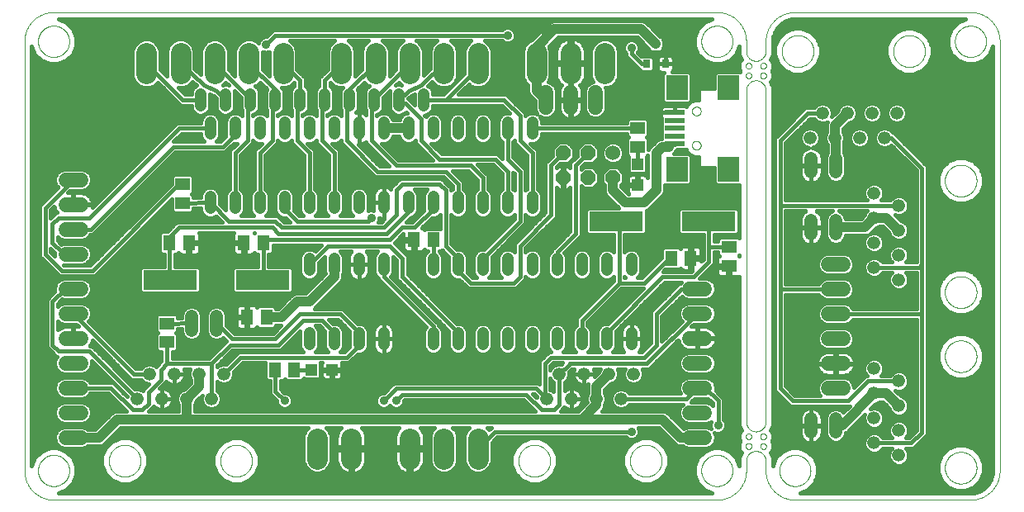
<source format=gtl>
G75*
%MOIN*%
%OFA0B0*%
%FSLAX25Y25*%
%IPPOS*%
%LPD*%
%AMOC8*
5,1,8,0,0,1.08239X$1,22.5*
%
%ADD10C,0.00000*%
%ADD11R,0.04724X0.04724*%
%ADD12R,0.05118X0.06299*%
%ADD13R,0.06299X0.05118*%
%ADD14C,0.04800*%
%ADD15C,0.05250*%
%ADD16C,0.05400*%
%ADD17R,0.21654X0.07874*%
%ADD18R,0.05906X0.05118*%
%ADD19R,0.05118X0.05906*%
%ADD20C,0.06000*%
%ADD21OC8,0.06000*%
%ADD22C,0.06000*%
%ADD23R,0.03100X0.03500*%
%ADD24C,0.08400*%
%ADD25R,0.08661X0.09843*%
%ADD26R,0.07874X0.01969*%
%ADD27C,0.01600*%
%ADD28C,0.04000*%
%ADD29C,0.03562*%
%ADD30C,0.02400*%
D10*
X0013611Y0020494D02*
X0281328Y0020494D01*
X0281328Y0020495D02*
X0281613Y0020498D01*
X0281899Y0020509D01*
X0282184Y0020526D01*
X0282468Y0020550D01*
X0282752Y0020581D01*
X0283035Y0020619D01*
X0283316Y0020664D01*
X0283597Y0020715D01*
X0283877Y0020773D01*
X0284155Y0020838D01*
X0284431Y0020910D01*
X0284705Y0020988D01*
X0284978Y0021073D01*
X0285248Y0021165D01*
X0285516Y0021263D01*
X0285782Y0021367D01*
X0286045Y0021478D01*
X0286305Y0021595D01*
X0286563Y0021718D01*
X0286817Y0021848D01*
X0287068Y0021984D01*
X0287316Y0022125D01*
X0287560Y0022273D01*
X0287801Y0022426D01*
X0288037Y0022586D01*
X0288270Y0022751D01*
X0288499Y0022921D01*
X0288724Y0023097D01*
X0288944Y0023279D01*
X0289160Y0023465D01*
X0289371Y0023657D01*
X0289578Y0023854D01*
X0289780Y0024056D01*
X0289977Y0024263D01*
X0290169Y0024474D01*
X0290355Y0024690D01*
X0290537Y0024910D01*
X0290713Y0025135D01*
X0290883Y0025364D01*
X0291048Y0025597D01*
X0291208Y0025833D01*
X0291361Y0026074D01*
X0291509Y0026318D01*
X0291650Y0026566D01*
X0291786Y0026817D01*
X0291916Y0027071D01*
X0292039Y0027329D01*
X0292156Y0027589D01*
X0292267Y0027852D01*
X0292371Y0028118D01*
X0292469Y0028386D01*
X0292561Y0028656D01*
X0292646Y0028929D01*
X0292724Y0029203D01*
X0292796Y0029479D01*
X0292861Y0029757D01*
X0292919Y0030037D01*
X0292970Y0030318D01*
X0293015Y0030599D01*
X0293053Y0030882D01*
X0293084Y0031166D01*
X0293108Y0031450D01*
X0293125Y0031735D01*
X0293136Y0032021D01*
X0293139Y0032306D01*
X0293139Y0036243D01*
X0297076Y0040180D02*
X0297200Y0040178D01*
X0297323Y0040172D01*
X0297447Y0040163D01*
X0297569Y0040149D01*
X0297692Y0040132D01*
X0297814Y0040110D01*
X0297935Y0040085D01*
X0298055Y0040056D01*
X0298174Y0040024D01*
X0298293Y0039987D01*
X0298410Y0039947D01*
X0298525Y0039904D01*
X0298640Y0039856D01*
X0298752Y0039805D01*
X0298863Y0039751D01*
X0298973Y0039693D01*
X0299080Y0039632D01*
X0299186Y0039567D01*
X0299289Y0039499D01*
X0299390Y0039428D01*
X0299489Y0039354D01*
X0299586Y0039277D01*
X0299680Y0039196D01*
X0299771Y0039113D01*
X0299860Y0039027D01*
X0299946Y0038938D01*
X0300029Y0038847D01*
X0300110Y0038753D01*
X0300187Y0038656D01*
X0300261Y0038557D01*
X0300332Y0038456D01*
X0300400Y0038353D01*
X0300465Y0038247D01*
X0300526Y0038140D01*
X0300584Y0038030D01*
X0300638Y0037919D01*
X0300689Y0037807D01*
X0300737Y0037692D01*
X0300780Y0037577D01*
X0300820Y0037460D01*
X0300857Y0037341D01*
X0300889Y0037222D01*
X0300918Y0037102D01*
X0300943Y0036981D01*
X0300965Y0036859D01*
X0300982Y0036736D01*
X0300996Y0036614D01*
X0301005Y0036490D01*
X0301011Y0036367D01*
X0301013Y0036243D01*
X0301013Y0032306D01*
X0297076Y0040180D02*
X0296952Y0040178D01*
X0296829Y0040172D01*
X0296705Y0040163D01*
X0296583Y0040149D01*
X0296460Y0040132D01*
X0296338Y0040110D01*
X0296217Y0040085D01*
X0296097Y0040056D01*
X0295978Y0040024D01*
X0295859Y0039987D01*
X0295742Y0039947D01*
X0295627Y0039904D01*
X0295512Y0039856D01*
X0295400Y0039805D01*
X0295289Y0039751D01*
X0295179Y0039693D01*
X0295072Y0039632D01*
X0294966Y0039567D01*
X0294863Y0039499D01*
X0294762Y0039428D01*
X0294663Y0039354D01*
X0294566Y0039277D01*
X0294472Y0039196D01*
X0294381Y0039113D01*
X0294292Y0039027D01*
X0294206Y0038938D01*
X0294123Y0038847D01*
X0294042Y0038753D01*
X0293965Y0038656D01*
X0293891Y0038557D01*
X0293820Y0038456D01*
X0293752Y0038353D01*
X0293687Y0038247D01*
X0293626Y0038140D01*
X0293568Y0038030D01*
X0293514Y0037919D01*
X0293463Y0037807D01*
X0293415Y0037692D01*
X0293372Y0037577D01*
X0293332Y0037460D01*
X0293295Y0037341D01*
X0293263Y0037222D01*
X0293234Y0037102D01*
X0293209Y0036981D01*
X0293187Y0036859D01*
X0293170Y0036736D01*
X0293156Y0036614D01*
X0293147Y0036490D01*
X0293141Y0036367D01*
X0293139Y0036243D01*
X0292942Y0042148D02*
X0292944Y0042217D01*
X0292950Y0042285D01*
X0292960Y0042353D01*
X0292974Y0042420D01*
X0292992Y0042487D01*
X0293013Y0042552D01*
X0293039Y0042616D01*
X0293068Y0042678D01*
X0293100Y0042738D01*
X0293136Y0042797D01*
X0293176Y0042853D01*
X0293218Y0042907D01*
X0293264Y0042958D01*
X0293313Y0043007D01*
X0293364Y0043053D01*
X0293418Y0043095D01*
X0293474Y0043135D01*
X0293532Y0043171D01*
X0293593Y0043203D01*
X0293655Y0043232D01*
X0293719Y0043258D01*
X0293784Y0043279D01*
X0293851Y0043297D01*
X0293918Y0043311D01*
X0293986Y0043321D01*
X0294054Y0043327D01*
X0294123Y0043329D01*
X0294192Y0043327D01*
X0294260Y0043321D01*
X0294328Y0043311D01*
X0294395Y0043297D01*
X0294462Y0043279D01*
X0294527Y0043258D01*
X0294591Y0043232D01*
X0294653Y0043203D01*
X0294713Y0043171D01*
X0294772Y0043135D01*
X0294828Y0043095D01*
X0294882Y0043053D01*
X0294933Y0043007D01*
X0294982Y0042958D01*
X0295028Y0042907D01*
X0295070Y0042853D01*
X0295110Y0042797D01*
X0295146Y0042738D01*
X0295178Y0042678D01*
X0295207Y0042616D01*
X0295233Y0042552D01*
X0295254Y0042487D01*
X0295272Y0042420D01*
X0295286Y0042353D01*
X0295296Y0042285D01*
X0295302Y0042217D01*
X0295304Y0042148D01*
X0295302Y0042079D01*
X0295296Y0042011D01*
X0295286Y0041943D01*
X0295272Y0041876D01*
X0295254Y0041809D01*
X0295233Y0041744D01*
X0295207Y0041680D01*
X0295178Y0041618D01*
X0295146Y0041557D01*
X0295110Y0041499D01*
X0295070Y0041443D01*
X0295028Y0041389D01*
X0294982Y0041338D01*
X0294933Y0041289D01*
X0294882Y0041243D01*
X0294828Y0041201D01*
X0294772Y0041161D01*
X0294714Y0041125D01*
X0294653Y0041093D01*
X0294591Y0041064D01*
X0294527Y0041038D01*
X0294462Y0041017D01*
X0294395Y0040999D01*
X0294328Y0040985D01*
X0294260Y0040975D01*
X0294192Y0040969D01*
X0294123Y0040967D01*
X0294054Y0040969D01*
X0293986Y0040975D01*
X0293918Y0040985D01*
X0293851Y0040999D01*
X0293784Y0041017D01*
X0293719Y0041038D01*
X0293655Y0041064D01*
X0293593Y0041093D01*
X0293532Y0041125D01*
X0293474Y0041161D01*
X0293418Y0041201D01*
X0293364Y0041243D01*
X0293313Y0041289D01*
X0293264Y0041338D01*
X0293218Y0041389D01*
X0293176Y0041443D01*
X0293136Y0041499D01*
X0293100Y0041557D01*
X0293068Y0041618D01*
X0293039Y0041680D01*
X0293013Y0041744D01*
X0292992Y0041809D01*
X0292974Y0041876D01*
X0292960Y0041943D01*
X0292950Y0042011D01*
X0292944Y0042079D01*
X0292942Y0042148D01*
X0298847Y0042148D02*
X0298849Y0042217D01*
X0298855Y0042285D01*
X0298865Y0042353D01*
X0298879Y0042420D01*
X0298897Y0042487D01*
X0298918Y0042552D01*
X0298944Y0042616D01*
X0298973Y0042678D01*
X0299005Y0042738D01*
X0299041Y0042797D01*
X0299081Y0042853D01*
X0299123Y0042907D01*
X0299169Y0042958D01*
X0299218Y0043007D01*
X0299269Y0043053D01*
X0299323Y0043095D01*
X0299379Y0043135D01*
X0299437Y0043171D01*
X0299498Y0043203D01*
X0299560Y0043232D01*
X0299624Y0043258D01*
X0299689Y0043279D01*
X0299756Y0043297D01*
X0299823Y0043311D01*
X0299891Y0043321D01*
X0299959Y0043327D01*
X0300028Y0043329D01*
X0300097Y0043327D01*
X0300165Y0043321D01*
X0300233Y0043311D01*
X0300300Y0043297D01*
X0300367Y0043279D01*
X0300432Y0043258D01*
X0300496Y0043232D01*
X0300558Y0043203D01*
X0300618Y0043171D01*
X0300677Y0043135D01*
X0300733Y0043095D01*
X0300787Y0043053D01*
X0300838Y0043007D01*
X0300887Y0042958D01*
X0300933Y0042907D01*
X0300975Y0042853D01*
X0301015Y0042797D01*
X0301051Y0042738D01*
X0301083Y0042678D01*
X0301112Y0042616D01*
X0301138Y0042552D01*
X0301159Y0042487D01*
X0301177Y0042420D01*
X0301191Y0042353D01*
X0301201Y0042285D01*
X0301207Y0042217D01*
X0301209Y0042148D01*
X0301207Y0042079D01*
X0301201Y0042011D01*
X0301191Y0041943D01*
X0301177Y0041876D01*
X0301159Y0041809D01*
X0301138Y0041744D01*
X0301112Y0041680D01*
X0301083Y0041618D01*
X0301051Y0041557D01*
X0301015Y0041499D01*
X0300975Y0041443D01*
X0300933Y0041389D01*
X0300887Y0041338D01*
X0300838Y0041289D01*
X0300787Y0041243D01*
X0300733Y0041201D01*
X0300677Y0041161D01*
X0300619Y0041125D01*
X0300558Y0041093D01*
X0300496Y0041064D01*
X0300432Y0041038D01*
X0300367Y0041017D01*
X0300300Y0040999D01*
X0300233Y0040985D01*
X0300165Y0040975D01*
X0300097Y0040969D01*
X0300028Y0040967D01*
X0299959Y0040969D01*
X0299891Y0040975D01*
X0299823Y0040985D01*
X0299756Y0040999D01*
X0299689Y0041017D01*
X0299624Y0041038D01*
X0299560Y0041064D01*
X0299498Y0041093D01*
X0299437Y0041125D01*
X0299379Y0041161D01*
X0299323Y0041201D01*
X0299269Y0041243D01*
X0299218Y0041289D01*
X0299169Y0041338D01*
X0299123Y0041389D01*
X0299081Y0041443D01*
X0299041Y0041499D01*
X0299005Y0041557D01*
X0298973Y0041618D01*
X0298944Y0041680D01*
X0298918Y0041744D01*
X0298897Y0041809D01*
X0298879Y0041876D01*
X0298865Y0041943D01*
X0298855Y0042011D01*
X0298849Y0042079D01*
X0298847Y0042148D01*
X0298847Y0046085D02*
X0298849Y0046154D01*
X0298855Y0046222D01*
X0298865Y0046290D01*
X0298879Y0046357D01*
X0298897Y0046424D01*
X0298918Y0046489D01*
X0298944Y0046553D01*
X0298973Y0046615D01*
X0299005Y0046675D01*
X0299041Y0046734D01*
X0299081Y0046790D01*
X0299123Y0046844D01*
X0299169Y0046895D01*
X0299218Y0046944D01*
X0299269Y0046990D01*
X0299323Y0047032D01*
X0299379Y0047072D01*
X0299437Y0047108D01*
X0299498Y0047140D01*
X0299560Y0047169D01*
X0299624Y0047195D01*
X0299689Y0047216D01*
X0299756Y0047234D01*
X0299823Y0047248D01*
X0299891Y0047258D01*
X0299959Y0047264D01*
X0300028Y0047266D01*
X0300097Y0047264D01*
X0300165Y0047258D01*
X0300233Y0047248D01*
X0300300Y0047234D01*
X0300367Y0047216D01*
X0300432Y0047195D01*
X0300496Y0047169D01*
X0300558Y0047140D01*
X0300618Y0047108D01*
X0300677Y0047072D01*
X0300733Y0047032D01*
X0300787Y0046990D01*
X0300838Y0046944D01*
X0300887Y0046895D01*
X0300933Y0046844D01*
X0300975Y0046790D01*
X0301015Y0046734D01*
X0301051Y0046675D01*
X0301083Y0046615D01*
X0301112Y0046553D01*
X0301138Y0046489D01*
X0301159Y0046424D01*
X0301177Y0046357D01*
X0301191Y0046290D01*
X0301201Y0046222D01*
X0301207Y0046154D01*
X0301209Y0046085D01*
X0301207Y0046016D01*
X0301201Y0045948D01*
X0301191Y0045880D01*
X0301177Y0045813D01*
X0301159Y0045746D01*
X0301138Y0045681D01*
X0301112Y0045617D01*
X0301083Y0045555D01*
X0301051Y0045494D01*
X0301015Y0045436D01*
X0300975Y0045380D01*
X0300933Y0045326D01*
X0300887Y0045275D01*
X0300838Y0045226D01*
X0300787Y0045180D01*
X0300733Y0045138D01*
X0300677Y0045098D01*
X0300619Y0045062D01*
X0300558Y0045030D01*
X0300496Y0045001D01*
X0300432Y0044975D01*
X0300367Y0044954D01*
X0300300Y0044936D01*
X0300233Y0044922D01*
X0300165Y0044912D01*
X0300097Y0044906D01*
X0300028Y0044904D01*
X0299959Y0044906D01*
X0299891Y0044912D01*
X0299823Y0044922D01*
X0299756Y0044936D01*
X0299689Y0044954D01*
X0299624Y0044975D01*
X0299560Y0045001D01*
X0299498Y0045030D01*
X0299437Y0045062D01*
X0299379Y0045098D01*
X0299323Y0045138D01*
X0299269Y0045180D01*
X0299218Y0045226D01*
X0299169Y0045275D01*
X0299123Y0045326D01*
X0299081Y0045380D01*
X0299041Y0045436D01*
X0299005Y0045494D01*
X0298973Y0045555D01*
X0298944Y0045617D01*
X0298918Y0045681D01*
X0298897Y0045746D01*
X0298879Y0045813D01*
X0298865Y0045880D01*
X0298855Y0045948D01*
X0298849Y0046016D01*
X0298847Y0046085D01*
X0292942Y0046085D02*
X0292944Y0046154D01*
X0292950Y0046222D01*
X0292960Y0046290D01*
X0292974Y0046357D01*
X0292992Y0046424D01*
X0293013Y0046489D01*
X0293039Y0046553D01*
X0293068Y0046615D01*
X0293100Y0046675D01*
X0293136Y0046734D01*
X0293176Y0046790D01*
X0293218Y0046844D01*
X0293264Y0046895D01*
X0293313Y0046944D01*
X0293364Y0046990D01*
X0293418Y0047032D01*
X0293474Y0047072D01*
X0293532Y0047108D01*
X0293593Y0047140D01*
X0293655Y0047169D01*
X0293719Y0047195D01*
X0293784Y0047216D01*
X0293851Y0047234D01*
X0293918Y0047248D01*
X0293986Y0047258D01*
X0294054Y0047264D01*
X0294123Y0047266D01*
X0294192Y0047264D01*
X0294260Y0047258D01*
X0294328Y0047248D01*
X0294395Y0047234D01*
X0294462Y0047216D01*
X0294527Y0047195D01*
X0294591Y0047169D01*
X0294653Y0047140D01*
X0294713Y0047108D01*
X0294772Y0047072D01*
X0294828Y0047032D01*
X0294882Y0046990D01*
X0294933Y0046944D01*
X0294982Y0046895D01*
X0295028Y0046844D01*
X0295070Y0046790D01*
X0295110Y0046734D01*
X0295146Y0046675D01*
X0295178Y0046615D01*
X0295207Y0046553D01*
X0295233Y0046489D01*
X0295254Y0046424D01*
X0295272Y0046357D01*
X0295286Y0046290D01*
X0295296Y0046222D01*
X0295302Y0046154D01*
X0295304Y0046085D01*
X0295302Y0046016D01*
X0295296Y0045948D01*
X0295286Y0045880D01*
X0295272Y0045813D01*
X0295254Y0045746D01*
X0295233Y0045681D01*
X0295207Y0045617D01*
X0295178Y0045555D01*
X0295146Y0045494D01*
X0295110Y0045436D01*
X0295070Y0045380D01*
X0295028Y0045326D01*
X0294982Y0045275D01*
X0294933Y0045226D01*
X0294882Y0045180D01*
X0294828Y0045138D01*
X0294772Y0045098D01*
X0294714Y0045062D01*
X0294653Y0045030D01*
X0294591Y0045001D01*
X0294527Y0044975D01*
X0294462Y0044954D01*
X0294395Y0044936D01*
X0294328Y0044922D01*
X0294260Y0044912D01*
X0294192Y0044906D01*
X0294123Y0044904D01*
X0294054Y0044906D01*
X0293986Y0044912D01*
X0293918Y0044922D01*
X0293851Y0044936D01*
X0293784Y0044954D01*
X0293719Y0044975D01*
X0293655Y0045001D01*
X0293593Y0045030D01*
X0293532Y0045062D01*
X0293474Y0045098D01*
X0293418Y0045138D01*
X0293364Y0045180D01*
X0293313Y0045226D01*
X0293264Y0045275D01*
X0293218Y0045326D01*
X0293176Y0045380D01*
X0293136Y0045436D01*
X0293100Y0045494D01*
X0293068Y0045555D01*
X0293039Y0045617D01*
X0293013Y0045681D01*
X0292992Y0045746D01*
X0292974Y0045813D01*
X0292960Y0045880D01*
X0292950Y0045948D01*
X0292944Y0046016D01*
X0292942Y0046085D01*
X0293139Y0051991D02*
X0293139Y0185849D01*
X0293141Y0185973D01*
X0293147Y0186096D01*
X0293156Y0186220D01*
X0293170Y0186342D01*
X0293187Y0186465D01*
X0293209Y0186587D01*
X0293234Y0186708D01*
X0293263Y0186828D01*
X0293295Y0186947D01*
X0293332Y0187066D01*
X0293372Y0187183D01*
X0293415Y0187298D01*
X0293463Y0187413D01*
X0293514Y0187525D01*
X0293568Y0187636D01*
X0293626Y0187746D01*
X0293687Y0187853D01*
X0293752Y0187959D01*
X0293820Y0188062D01*
X0293891Y0188163D01*
X0293965Y0188262D01*
X0294042Y0188359D01*
X0294123Y0188453D01*
X0294206Y0188544D01*
X0294292Y0188633D01*
X0294381Y0188719D01*
X0294472Y0188802D01*
X0294566Y0188883D01*
X0294663Y0188960D01*
X0294762Y0189034D01*
X0294863Y0189105D01*
X0294966Y0189173D01*
X0295072Y0189238D01*
X0295179Y0189299D01*
X0295289Y0189357D01*
X0295400Y0189411D01*
X0295512Y0189462D01*
X0295627Y0189510D01*
X0295742Y0189553D01*
X0295859Y0189593D01*
X0295978Y0189630D01*
X0296097Y0189662D01*
X0296217Y0189691D01*
X0296338Y0189716D01*
X0296460Y0189738D01*
X0296583Y0189755D01*
X0296705Y0189769D01*
X0296829Y0189778D01*
X0296952Y0189784D01*
X0297076Y0189786D01*
X0298847Y0191754D02*
X0298849Y0191823D01*
X0298855Y0191891D01*
X0298865Y0191959D01*
X0298879Y0192026D01*
X0298897Y0192093D01*
X0298918Y0192158D01*
X0298944Y0192222D01*
X0298973Y0192284D01*
X0299005Y0192344D01*
X0299041Y0192403D01*
X0299081Y0192459D01*
X0299123Y0192513D01*
X0299169Y0192564D01*
X0299218Y0192613D01*
X0299269Y0192659D01*
X0299323Y0192701D01*
X0299379Y0192741D01*
X0299437Y0192777D01*
X0299498Y0192809D01*
X0299560Y0192838D01*
X0299624Y0192864D01*
X0299689Y0192885D01*
X0299756Y0192903D01*
X0299823Y0192917D01*
X0299891Y0192927D01*
X0299959Y0192933D01*
X0300028Y0192935D01*
X0300097Y0192933D01*
X0300165Y0192927D01*
X0300233Y0192917D01*
X0300300Y0192903D01*
X0300367Y0192885D01*
X0300432Y0192864D01*
X0300496Y0192838D01*
X0300558Y0192809D01*
X0300618Y0192777D01*
X0300677Y0192741D01*
X0300733Y0192701D01*
X0300787Y0192659D01*
X0300838Y0192613D01*
X0300887Y0192564D01*
X0300933Y0192513D01*
X0300975Y0192459D01*
X0301015Y0192403D01*
X0301051Y0192344D01*
X0301083Y0192284D01*
X0301112Y0192222D01*
X0301138Y0192158D01*
X0301159Y0192093D01*
X0301177Y0192026D01*
X0301191Y0191959D01*
X0301201Y0191891D01*
X0301207Y0191823D01*
X0301209Y0191754D01*
X0301207Y0191685D01*
X0301201Y0191617D01*
X0301191Y0191549D01*
X0301177Y0191482D01*
X0301159Y0191415D01*
X0301138Y0191350D01*
X0301112Y0191286D01*
X0301083Y0191224D01*
X0301051Y0191163D01*
X0301015Y0191105D01*
X0300975Y0191049D01*
X0300933Y0190995D01*
X0300887Y0190944D01*
X0300838Y0190895D01*
X0300787Y0190849D01*
X0300733Y0190807D01*
X0300677Y0190767D01*
X0300619Y0190731D01*
X0300558Y0190699D01*
X0300496Y0190670D01*
X0300432Y0190644D01*
X0300367Y0190623D01*
X0300300Y0190605D01*
X0300233Y0190591D01*
X0300165Y0190581D01*
X0300097Y0190575D01*
X0300028Y0190573D01*
X0299959Y0190575D01*
X0299891Y0190581D01*
X0299823Y0190591D01*
X0299756Y0190605D01*
X0299689Y0190623D01*
X0299624Y0190644D01*
X0299560Y0190670D01*
X0299498Y0190699D01*
X0299437Y0190731D01*
X0299379Y0190767D01*
X0299323Y0190807D01*
X0299269Y0190849D01*
X0299218Y0190895D01*
X0299169Y0190944D01*
X0299123Y0190995D01*
X0299081Y0191049D01*
X0299041Y0191105D01*
X0299005Y0191163D01*
X0298973Y0191224D01*
X0298944Y0191286D01*
X0298918Y0191350D01*
X0298897Y0191415D01*
X0298879Y0191482D01*
X0298865Y0191549D01*
X0298855Y0191617D01*
X0298849Y0191685D01*
X0298847Y0191754D01*
X0292942Y0191754D02*
X0292944Y0191823D01*
X0292950Y0191891D01*
X0292960Y0191959D01*
X0292974Y0192026D01*
X0292992Y0192093D01*
X0293013Y0192158D01*
X0293039Y0192222D01*
X0293068Y0192284D01*
X0293100Y0192344D01*
X0293136Y0192403D01*
X0293176Y0192459D01*
X0293218Y0192513D01*
X0293264Y0192564D01*
X0293313Y0192613D01*
X0293364Y0192659D01*
X0293418Y0192701D01*
X0293474Y0192741D01*
X0293532Y0192777D01*
X0293593Y0192809D01*
X0293655Y0192838D01*
X0293719Y0192864D01*
X0293784Y0192885D01*
X0293851Y0192903D01*
X0293918Y0192917D01*
X0293986Y0192927D01*
X0294054Y0192933D01*
X0294123Y0192935D01*
X0294192Y0192933D01*
X0294260Y0192927D01*
X0294328Y0192917D01*
X0294395Y0192903D01*
X0294462Y0192885D01*
X0294527Y0192864D01*
X0294591Y0192838D01*
X0294653Y0192809D01*
X0294713Y0192777D01*
X0294772Y0192741D01*
X0294828Y0192701D01*
X0294882Y0192659D01*
X0294933Y0192613D01*
X0294982Y0192564D01*
X0295028Y0192513D01*
X0295070Y0192459D01*
X0295110Y0192403D01*
X0295146Y0192344D01*
X0295178Y0192284D01*
X0295207Y0192222D01*
X0295233Y0192158D01*
X0295254Y0192093D01*
X0295272Y0192026D01*
X0295286Y0191959D01*
X0295296Y0191891D01*
X0295302Y0191823D01*
X0295304Y0191754D01*
X0295302Y0191685D01*
X0295296Y0191617D01*
X0295286Y0191549D01*
X0295272Y0191482D01*
X0295254Y0191415D01*
X0295233Y0191350D01*
X0295207Y0191286D01*
X0295178Y0191224D01*
X0295146Y0191163D01*
X0295110Y0191105D01*
X0295070Y0191049D01*
X0295028Y0190995D01*
X0294982Y0190944D01*
X0294933Y0190895D01*
X0294882Y0190849D01*
X0294828Y0190807D01*
X0294772Y0190767D01*
X0294714Y0190731D01*
X0294653Y0190699D01*
X0294591Y0190670D01*
X0294527Y0190644D01*
X0294462Y0190623D01*
X0294395Y0190605D01*
X0294328Y0190591D01*
X0294260Y0190581D01*
X0294192Y0190575D01*
X0294123Y0190573D01*
X0294054Y0190575D01*
X0293986Y0190581D01*
X0293918Y0190591D01*
X0293851Y0190605D01*
X0293784Y0190623D01*
X0293719Y0190644D01*
X0293655Y0190670D01*
X0293593Y0190699D01*
X0293532Y0190731D01*
X0293474Y0190767D01*
X0293418Y0190807D01*
X0293364Y0190849D01*
X0293313Y0190895D01*
X0293264Y0190944D01*
X0293218Y0190995D01*
X0293176Y0191049D01*
X0293136Y0191105D01*
X0293100Y0191163D01*
X0293068Y0191224D01*
X0293039Y0191286D01*
X0293013Y0191350D01*
X0292992Y0191415D01*
X0292974Y0191482D01*
X0292960Y0191549D01*
X0292950Y0191617D01*
X0292944Y0191685D01*
X0292942Y0191754D01*
X0292942Y0195691D02*
X0292944Y0195760D01*
X0292950Y0195828D01*
X0292960Y0195896D01*
X0292974Y0195963D01*
X0292992Y0196030D01*
X0293013Y0196095D01*
X0293039Y0196159D01*
X0293068Y0196221D01*
X0293100Y0196281D01*
X0293136Y0196340D01*
X0293176Y0196396D01*
X0293218Y0196450D01*
X0293264Y0196501D01*
X0293313Y0196550D01*
X0293364Y0196596D01*
X0293418Y0196638D01*
X0293474Y0196678D01*
X0293532Y0196714D01*
X0293593Y0196746D01*
X0293655Y0196775D01*
X0293719Y0196801D01*
X0293784Y0196822D01*
X0293851Y0196840D01*
X0293918Y0196854D01*
X0293986Y0196864D01*
X0294054Y0196870D01*
X0294123Y0196872D01*
X0294192Y0196870D01*
X0294260Y0196864D01*
X0294328Y0196854D01*
X0294395Y0196840D01*
X0294462Y0196822D01*
X0294527Y0196801D01*
X0294591Y0196775D01*
X0294653Y0196746D01*
X0294713Y0196714D01*
X0294772Y0196678D01*
X0294828Y0196638D01*
X0294882Y0196596D01*
X0294933Y0196550D01*
X0294982Y0196501D01*
X0295028Y0196450D01*
X0295070Y0196396D01*
X0295110Y0196340D01*
X0295146Y0196281D01*
X0295178Y0196221D01*
X0295207Y0196159D01*
X0295233Y0196095D01*
X0295254Y0196030D01*
X0295272Y0195963D01*
X0295286Y0195896D01*
X0295296Y0195828D01*
X0295302Y0195760D01*
X0295304Y0195691D01*
X0295302Y0195622D01*
X0295296Y0195554D01*
X0295286Y0195486D01*
X0295272Y0195419D01*
X0295254Y0195352D01*
X0295233Y0195287D01*
X0295207Y0195223D01*
X0295178Y0195161D01*
X0295146Y0195100D01*
X0295110Y0195042D01*
X0295070Y0194986D01*
X0295028Y0194932D01*
X0294982Y0194881D01*
X0294933Y0194832D01*
X0294882Y0194786D01*
X0294828Y0194744D01*
X0294772Y0194704D01*
X0294714Y0194668D01*
X0294653Y0194636D01*
X0294591Y0194607D01*
X0294527Y0194581D01*
X0294462Y0194560D01*
X0294395Y0194542D01*
X0294328Y0194528D01*
X0294260Y0194518D01*
X0294192Y0194512D01*
X0294123Y0194510D01*
X0294054Y0194512D01*
X0293986Y0194518D01*
X0293918Y0194528D01*
X0293851Y0194542D01*
X0293784Y0194560D01*
X0293719Y0194581D01*
X0293655Y0194607D01*
X0293593Y0194636D01*
X0293532Y0194668D01*
X0293474Y0194704D01*
X0293418Y0194744D01*
X0293364Y0194786D01*
X0293313Y0194832D01*
X0293264Y0194881D01*
X0293218Y0194932D01*
X0293176Y0194986D01*
X0293136Y0195042D01*
X0293100Y0195100D01*
X0293068Y0195161D01*
X0293039Y0195223D01*
X0293013Y0195287D01*
X0292992Y0195352D01*
X0292974Y0195419D01*
X0292960Y0195486D01*
X0292950Y0195554D01*
X0292944Y0195622D01*
X0292942Y0195691D01*
X0298847Y0195691D02*
X0298849Y0195760D01*
X0298855Y0195828D01*
X0298865Y0195896D01*
X0298879Y0195963D01*
X0298897Y0196030D01*
X0298918Y0196095D01*
X0298944Y0196159D01*
X0298973Y0196221D01*
X0299005Y0196281D01*
X0299041Y0196340D01*
X0299081Y0196396D01*
X0299123Y0196450D01*
X0299169Y0196501D01*
X0299218Y0196550D01*
X0299269Y0196596D01*
X0299323Y0196638D01*
X0299379Y0196678D01*
X0299437Y0196714D01*
X0299498Y0196746D01*
X0299560Y0196775D01*
X0299624Y0196801D01*
X0299689Y0196822D01*
X0299756Y0196840D01*
X0299823Y0196854D01*
X0299891Y0196864D01*
X0299959Y0196870D01*
X0300028Y0196872D01*
X0300097Y0196870D01*
X0300165Y0196864D01*
X0300233Y0196854D01*
X0300300Y0196840D01*
X0300367Y0196822D01*
X0300432Y0196801D01*
X0300496Y0196775D01*
X0300558Y0196746D01*
X0300618Y0196714D01*
X0300677Y0196678D01*
X0300733Y0196638D01*
X0300787Y0196596D01*
X0300838Y0196550D01*
X0300887Y0196501D01*
X0300933Y0196450D01*
X0300975Y0196396D01*
X0301015Y0196340D01*
X0301051Y0196281D01*
X0301083Y0196221D01*
X0301112Y0196159D01*
X0301138Y0196095D01*
X0301159Y0196030D01*
X0301177Y0195963D01*
X0301191Y0195896D01*
X0301201Y0195828D01*
X0301207Y0195760D01*
X0301209Y0195691D01*
X0301207Y0195622D01*
X0301201Y0195554D01*
X0301191Y0195486D01*
X0301177Y0195419D01*
X0301159Y0195352D01*
X0301138Y0195287D01*
X0301112Y0195223D01*
X0301083Y0195161D01*
X0301051Y0195100D01*
X0301015Y0195042D01*
X0300975Y0194986D01*
X0300933Y0194932D01*
X0300887Y0194881D01*
X0300838Y0194832D01*
X0300787Y0194786D01*
X0300733Y0194744D01*
X0300677Y0194704D01*
X0300619Y0194668D01*
X0300558Y0194636D01*
X0300496Y0194607D01*
X0300432Y0194581D01*
X0300367Y0194560D01*
X0300300Y0194542D01*
X0300233Y0194528D01*
X0300165Y0194518D01*
X0300097Y0194512D01*
X0300028Y0194510D01*
X0299959Y0194512D01*
X0299891Y0194518D01*
X0299823Y0194528D01*
X0299756Y0194542D01*
X0299689Y0194560D01*
X0299624Y0194581D01*
X0299560Y0194607D01*
X0299498Y0194636D01*
X0299437Y0194668D01*
X0299379Y0194704D01*
X0299323Y0194744D01*
X0299269Y0194786D01*
X0299218Y0194832D01*
X0299169Y0194881D01*
X0299123Y0194932D01*
X0299081Y0194986D01*
X0299041Y0195042D01*
X0299005Y0195100D01*
X0298973Y0195161D01*
X0298944Y0195223D01*
X0298918Y0195287D01*
X0298897Y0195352D01*
X0298879Y0195419D01*
X0298865Y0195486D01*
X0298855Y0195554D01*
X0298849Y0195622D01*
X0298847Y0195691D01*
X0297076Y0197660D02*
X0297200Y0197662D01*
X0297323Y0197668D01*
X0297447Y0197677D01*
X0297569Y0197691D01*
X0297692Y0197708D01*
X0297814Y0197730D01*
X0297935Y0197755D01*
X0298055Y0197784D01*
X0298174Y0197816D01*
X0298293Y0197853D01*
X0298410Y0197893D01*
X0298525Y0197936D01*
X0298640Y0197984D01*
X0298752Y0198035D01*
X0298863Y0198089D01*
X0298973Y0198147D01*
X0299080Y0198208D01*
X0299186Y0198273D01*
X0299289Y0198341D01*
X0299390Y0198412D01*
X0299489Y0198486D01*
X0299586Y0198563D01*
X0299680Y0198644D01*
X0299771Y0198727D01*
X0299860Y0198813D01*
X0299946Y0198902D01*
X0300029Y0198993D01*
X0300110Y0199087D01*
X0300187Y0199184D01*
X0300261Y0199283D01*
X0300332Y0199384D01*
X0300400Y0199487D01*
X0300465Y0199593D01*
X0300526Y0199700D01*
X0300584Y0199810D01*
X0300638Y0199921D01*
X0300689Y0200033D01*
X0300737Y0200148D01*
X0300780Y0200263D01*
X0300820Y0200380D01*
X0300857Y0200499D01*
X0300889Y0200618D01*
X0300918Y0200738D01*
X0300943Y0200859D01*
X0300965Y0200981D01*
X0300982Y0201104D01*
X0300996Y0201226D01*
X0301005Y0201350D01*
X0301011Y0201473D01*
X0301013Y0201597D01*
X0301013Y0205534D01*
X0293139Y0201597D02*
X0293141Y0201473D01*
X0293147Y0201350D01*
X0293156Y0201226D01*
X0293170Y0201104D01*
X0293187Y0200981D01*
X0293209Y0200859D01*
X0293234Y0200738D01*
X0293263Y0200618D01*
X0293295Y0200499D01*
X0293332Y0200380D01*
X0293372Y0200263D01*
X0293415Y0200148D01*
X0293463Y0200033D01*
X0293514Y0199921D01*
X0293568Y0199810D01*
X0293626Y0199700D01*
X0293687Y0199593D01*
X0293752Y0199487D01*
X0293820Y0199384D01*
X0293891Y0199283D01*
X0293965Y0199184D01*
X0294042Y0199087D01*
X0294123Y0198993D01*
X0294206Y0198902D01*
X0294292Y0198813D01*
X0294381Y0198727D01*
X0294472Y0198644D01*
X0294566Y0198563D01*
X0294663Y0198486D01*
X0294762Y0198412D01*
X0294863Y0198341D01*
X0294966Y0198273D01*
X0295072Y0198208D01*
X0295179Y0198147D01*
X0295289Y0198089D01*
X0295400Y0198035D01*
X0295512Y0197984D01*
X0295627Y0197936D01*
X0295742Y0197893D01*
X0295859Y0197853D01*
X0295978Y0197816D01*
X0296097Y0197784D01*
X0296217Y0197755D01*
X0296338Y0197730D01*
X0296460Y0197708D01*
X0296583Y0197691D01*
X0296705Y0197677D01*
X0296829Y0197668D01*
X0296952Y0197662D01*
X0297076Y0197660D01*
X0293139Y0201597D02*
X0293139Y0205534D01*
X0293136Y0205819D01*
X0293125Y0206105D01*
X0293108Y0206390D01*
X0293084Y0206674D01*
X0293053Y0206958D01*
X0293015Y0207241D01*
X0292970Y0207522D01*
X0292919Y0207803D01*
X0292861Y0208083D01*
X0292796Y0208361D01*
X0292724Y0208637D01*
X0292646Y0208911D01*
X0292561Y0209184D01*
X0292469Y0209454D01*
X0292371Y0209722D01*
X0292267Y0209988D01*
X0292156Y0210251D01*
X0292039Y0210511D01*
X0291916Y0210769D01*
X0291786Y0211023D01*
X0291650Y0211274D01*
X0291509Y0211522D01*
X0291361Y0211766D01*
X0291208Y0212007D01*
X0291048Y0212243D01*
X0290883Y0212476D01*
X0290713Y0212705D01*
X0290537Y0212930D01*
X0290355Y0213150D01*
X0290169Y0213366D01*
X0289977Y0213577D01*
X0289780Y0213784D01*
X0289578Y0213986D01*
X0289371Y0214183D01*
X0289160Y0214375D01*
X0288944Y0214561D01*
X0288724Y0214743D01*
X0288499Y0214919D01*
X0288270Y0215089D01*
X0288037Y0215254D01*
X0287801Y0215414D01*
X0287560Y0215567D01*
X0287316Y0215715D01*
X0287068Y0215856D01*
X0286817Y0215992D01*
X0286563Y0216122D01*
X0286305Y0216245D01*
X0286045Y0216362D01*
X0285782Y0216473D01*
X0285516Y0216577D01*
X0285248Y0216675D01*
X0284978Y0216767D01*
X0284705Y0216852D01*
X0284431Y0216930D01*
X0284155Y0217002D01*
X0283877Y0217067D01*
X0283597Y0217125D01*
X0283316Y0217176D01*
X0283035Y0217221D01*
X0282752Y0217259D01*
X0282468Y0217290D01*
X0282184Y0217314D01*
X0281899Y0217331D01*
X0281613Y0217342D01*
X0281328Y0217345D01*
X0013611Y0217345D01*
X0013326Y0217342D01*
X0013040Y0217331D01*
X0012755Y0217314D01*
X0012471Y0217290D01*
X0012187Y0217259D01*
X0011904Y0217221D01*
X0011623Y0217176D01*
X0011342Y0217125D01*
X0011062Y0217067D01*
X0010784Y0217002D01*
X0010508Y0216930D01*
X0010234Y0216852D01*
X0009961Y0216767D01*
X0009691Y0216675D01*
X0009423Y0216577D01*
X0009157Y0216473D01*
X0008894Y0216362D01*
X0008634Y0216245D01*
X0008376Y0216122D01*
X0008122Y0215992D01*
X0007871Y0215856D01*
X0007623Y0215715D01*
X0007379Y0215567D01*
X0007138Y0215414D01*
X0006902Y0215254D01*
X0006669Y0215089D01*
X0006440Y0214919D01*
X0006215Y0214743D01*
X0005995Y0214561D01*
X0005779Y0214375D01*
X0005568Y0214183D01*
X0005361Y0213986D01*
X0005159Y0213784D01*
X0004962Y0213577D01*
X0004770Y0213366D01*
X0004584Y0213150D01*
X0004402Y0212930D01*
X0004226Y0212705D01*
X0004056Y0212476D01*
X0003891Y0212243D01*
X0003731Y0212007D01*
X0003578Y0211766D01*
X0003430Y0211522D01*
X0003289Y0211274D01*
X0003153Y0211023D01*
X0003023Y0210769D01*
X0002900Y0210511D01*
X0002783Y0210251D01*
X0002672Y0209988D01*
X0002568Y0209722D01*
X0002470Y0209454D01*
X0002378Y0209184D01*
X0002293Y0208911D01*
X0002215Y0208637D01*
X0002143Y0208361D01*
X0002078Y0208083D01*
X0002020Y0207803D01*
X0001969Y0207522D01*
X0001924Y0207241D01*
X0001886Y0206958D01*
X0001855Y0206674D01*
X0001831Y0206390D01*
X0001814Y0206105D01*
X0001803Y0205819D01*
X0001800Y0205534D01*
X0001800Y0032306D01*
X0001803Y0032021D01*
X0001814Y0031735D01*
X0001831Y0031450D01*
X0001855Y0031166D01*
X0001886Y0030882D01*
X0001924Y0030599D01*
X0001969Y0030318D01*
X0002020Y0030037D01*
X0002078Y0029757D01*
X0002143Y0029479D01*
X0002215Y0029203D01*
X0002293Y0028929D01*
X0002378Y0028656D01*
X0002470Y0028386D01*
X0002568Y0028118D01*
X0002672Y0027852D01*
X0002783Y0027589D01*
X0002900Y0027329D01*
X0003023Y0027071D01*
X0003153Y0026817D01*
X0003289Y0026566D01*
X0003430Y0026318D01*
X0003578Y0026074D01*
X0003731Y0025833D01*
X0003891Y0025597D01*
X0004056Y0025364D01*
X0004226Y0025135D01*
X0004402Y0024910D01*
X0004584Y0024690D01*
X0004770Y0024474D01*
X0004962Y0024263D01*
X0005159Y0024056D01*
X0005361Y0023854D01*
X0005568Y0023657D01*
X0005779Y0023465D01*
X0005995Y0023279D01*
X0006215Y0023097D01*
X0006440Y0022921D01*
X0006669Y0022751D01*
X0006902Y0022586D01*
X0007138Y0022426D01*
X0007379Y0022273D01*
X0007623Y0022125D01*
X0007871Y0021984D01*
X0008122Y0021848D01*
X0008376Y0021718D01*
X0008634Y0021595D01*
X0008894Y0021478D01*
X0009157Y0021367D01*
X0009423Y0021263D01*
X0009691Y0021165D01*
X0009961Y0021073D01*
X0010234Y0020988D01*
X0010508Y0020910D01*
X0010784Y0020838D01*
X0011062Y0020773D01*
X0011342Y0020715D01*
X0011623Y0020664D01*
X0011904Y0020619D01*
X0012187Y0020581D01*
X0012471Y0020550D01*
X0012755Y0020526D01*
X0013040Y0020509D01*
X0013326Y0020498D01*
X0013611Y0020495D01*
X0007312Y0032306D02*
X0007314Y0032464D01*
X0007320Y0032622D01*
X0007330Y0032780D01*
X0007344Y0032938D01*
X0007362Y0033095D01*
X0007383Y0033252D01*
X0007409Y0033408D01*
X0007439Y0033564D01*
X0007472Y0033719D01*
X0007510Y0033872D01*
X0007551Y0034025D01*
X0007596Y0034177D01*
X0007645Y0034328D01*
X0007698Y0034477D01*
X0007754Y0034625D01*
X0007814Y0034771D01*
X0007878Y0034916D01*
X0007946Y0035059D01*
X0008017Y0035201D01*
X0008091Y0035341D01*
X0008169Y0035478D01*
X0008251Y0035614D01*
X0008335Y0035748D01*
X0008424Y0035879D01*
X0008515Y0036008D01*
X0008610Y0036135D01*
X0008707Y0036260D01*
X0008808Y0036382D01*
X0008912Y0036501D01*
X0009019Y0036618D01*
X0009129Y0036732D01*
X0009242Y0036843D01*
X0009357Y0036952D01*
X0009475Y0037057D01*
X0009596Y0037159D01*
X0009719Y0037259D01*
X0009845Y0037355D01*
X0009973Y0037448D01*
X0010103Y0037538D01*
X0010236Y0037624D01*
X0010371Y0037708D01*
X0010507Y0037787D01*
X0010646Y0037864D01*
X0010787Y0037936D01*
X0010929Y0038006D01*
X0011073Y0038071D01*
X0011219Y0038133D01*
X0011366Y0038191D01*
X0011515Y0038246D01*
X0011665Y0038297D01*
X0011816Y0038344D01*
X0011968Y0038387D01*
X0012121Y0038426D01*
X0012276Y0038462D01*
X0012431Y0038493D01*
X0012587Y0038521D01*
X0012743Y0038545D01*
X0012900Y0038565D01*
X0013058Y0038581D01*
X0013215Y0038593D01*
X0013374Y0038601D01*
X0013532Y0038605D01*
X0013690Y0038605D01*
X0013848Y0038601D01*
X0014007Y0038593D01*
X0014164Y0038581D01*
X0014322Y0038565D01*
X0014479Y0038545D01*
X0014635Y0038521D01*
X0014791Y0038493D01*
X0014946Y0038462D01*
X0015101Y0038426D01*
X0015254Y0038387D01*
X0015406Y0038344D01*
X0015557Y0038297D01*
X0015707Y0038246D01*
X0015856Y0038191D01*
X0016003Y0038133D01*
X0016149Y0038071D01*
X0016293Y0038006D01*
X0016435Y0037936D01*
X0016576Y0037864D01*
X0016715Y0037787D01*
X0016851Y0037708D01*
X0016986Y0037624D01*
X0017119Y0037538D01*
X0017249Y0037448D01*
X0017377Y0037355D01*
X0017503Y0037259D01*
X0017626Y0037159D01*
X0017747Y0037057D01*
X0017865Y0036952D01*
X0017980Y0036843D01*
X0018093Y0036732D01*
X0018203Y0036618D01*
X0018310Y0036501D01*
X0018414Y0036382D01*
X0018515Y0036260D01*
X0018612Y0036135D01*
X0018707Y0036008D01*
X0018798Y0035879D01*
X0018887Y0035748D01*
X0018971Y0035614D01*
X0019053Y0035478D01*
X0019131Y0035341D01*
X0019205Y0035201D01*
X0019276Y0035059D01*
X0019344Y0034916D01*
X0019408Y0034771D01*
X0019468Y0034625D01*
X0019524Y0034477D01*
X0019577Y0034328D01*
X0019626Y0034177D01*
X0019671Y0034025D01*
X0019712Y0033872D01*
X0019750Y0033719D01*
X0019783Y0033564D01*
X0019813Y0033408D01*
X0019839Y0033252D01*
X0019860Y0033095D01*
X0019878Y0032938D01*
X0019892Y0032780D01*
X0019902Y0032622D01*
X0019908Y0032464D01*
X0019910Y0032306D01*
X0019908Y0032148D01*
X0019902Y0031990D01*
X0019892Y0031832D01*
X0019878Y0031674D01*
X0019860Y0031517D01*
X0019839Y0031360D01*
X0019813Y0031204D01*
X0019783Y0031048D01*
X0019750Y0030893D01*
X0019712Y0030740D01*
X0019671Y0030587D01*
X0019626Y0030435D01*
X0019577Y0030284D01*
X0019524Y0030135D01*
X0019468Y0029987D01*
X0019408Y0029841D01*
X0019344Y0029696D01*
X0019276Y0029553D01*
X0019205Y0029411D01*
X0019131Y0029271D01*
X0019053Y0029134D01*
X0018971Y0028998D01*
X0018887Y0028864D01*
X0018798Y0028733D01*
X0018707Y0028604D01*
X0018612Y0028477D01*
X0018515Y0028352D01*
X0018414Y0028230D01*
X0018310Y0028111D01*
X0018203Y0027994D01*
X0018093Y0027880D01*
X0017980Y0027769D01*
X0017865Y0027660D01*
X0017747Y0027555D01*
X0017626Y0027453D01*
X0017503Y0027353D01*
X0017377Y0027257D01*
X0017249Y0027164D01*
X0017119Y0027074D01*
X0016986Y0026988D01*
X0016851Y0026904D01*
X0016715Y0026825D01*
X0016576Y0026748D01*
X0016435Y0026676D01*
X0016293Y0026606D01*
X0016149Y0026541D01*
X0016003Y0026479D01*
X0015856Y0026421D01*
X0015707Y0026366D01*
X0015557Y0026315D01*
X0015406Y0026268D01*
X0015254Y0026225D01*
X0015101Y0026186D01*
X0014946Y0026150D01*
X0014791Y0026119D01*
X0014635Y0026091D01*
X0014479Y0026067D01*
X0014322Y0026047D01*
X0014164Y0026031D01*
X0014007Y0026019D01*
X0013848Y0026011D01*
X0013690Y0026007D01*
X0013532Y0026007D01*
X0013374Y0026011D01*
X0013215Y0026019D01*
X0013058Y0026031D01*
X0012900Y0026047D01*
X0012743Y0026067D01*
X0012587Y0026091D01*
X0012431Y0026119D01*
X0012276Y0026150D01*
X0012121Y0026186D01*
X0011968Y0026225D01*
X0011816Y0026268D01*
X0011665Y0026315D01*
X0011515Y0026366D01*
X0011366Y0026421D01*
X0011219Y0026479D01*
X0011073Y0026541D01*
X0010929Y0026606D01*
X0010787Y0026676D01*
X0010646Y0026748D01*
X0010507Y0026825D01*
X0010371Y0026904D01*
X0010236Y0026988D01*
X0010103Y0027074D01*
X0009973Y0027164D01*
X0009845Y0027257D01*
X0009719Y0027353D01*
X0009596Y0027453D01*
X0009475Y0027555D01*
X0009357Y0027660D01*
X0009242Y0027769D01*
X0009129Y0027880D01*
X0009019Y0027994D01*
X0008912Y0028111D01*
X0008808Y0028230D01*
X0008707Y0028352D01*
X0008610Y0028477D01*
X0008515Y0028604D01*
X0008424Y0028733D01*
X0008335Y0028864D01*
X0008251Y0028998D01*
X0008169Y0029134D01*
X0008091Y0029271D01*
X0008017Y0029411D01*
X0007946Y0029553D01*
X0007878Y0029696D01*
X0007814Y0029841D01*
X0007754Y0029987D01*
X0007698Y0030135D01*
X0007645Y0030284D01*
X0007596Y0030435D01*
X0007551Y0030587D01*
X0007510Y0030740D01*
X0007472Y0030893D01*
X0007439Y0031048D01*
X0007409Y0031204D01*
X0007383Y0031360D01*
X0007362Y0031517D01*
X0007344Y0031674D01*
X0007330Y0031832D01*
X0007320Y0031990D01*
X0007314Y0032148D01*
X0007312Y0032306D01*
X0035892Y0036243D02*
X0035894Y0036403D01*
X0035900Y0036562D01*
X0035910Y0036721D01*
X0035924Y0036880D01*
X0035942Y0037039D01*
X0035963Y0037197D01*
X0035989Y0037354D01*
X0036019Y0037511D01*
X0036052Y0037667D01*
X0036090Y0037822D01*
X0036131Y0037976D01*
X0036176Y0038129D01*
X0036225Y0038281D01*
X0036278Y0038432D01*
X0036334Y0038581D01*
X0036395Y0038729D01*
X0036458Y0038875D01*
X0036526Y0039020D01*
X0036597Y0039163D01*
X0036671Y0039304D01*
X0036749Y0039443D01*
X0036831Y0039580D01*
X0036916Y0039715D01*
X0037004Y0039848D01*
X0037096Y0039979D01*
X0037190Y0040107D01*
X0037288Y0040233D01*
X0037389Y0040357D01*
X0037493Y0040478D01*
X0037600Y0040596D01*
X0037710Y0040712D01*
X0037823Y0040825D01*
X0037939Y0040935D01*
X0038057Y0041042D01*
X0038178Y0041146D01*
X0038302Y0041247D01*
X0038428Y0041345D01*
X0038556Y0041439D01*
X0038687Y0041531D01*
X0038820Y0041619D01*
X0038955Y0041704D01*
X0039092Y0041786D01*
X0039231Y0041864D01*
X0039372Y0041938D01*
X0039515Y0042009D01*
X0039660Y0042077D01*
X0039806Y0042140D01*
X0039954Y0042201D01*
X0040103Y0042257D01*
X0040254Y0042310D01*
X0040406Y0042359D01*
X0040559Y0042404D01*
X0040713Y0042445D01*
X0040868Y0042483D01*
X0041024Y0042516D01*
X0041181Y0042546D01*
X0041338Y0042572D01*
X0041496Y0042593D01*
X0041655Y0042611D01*
X0041814Y0042625D01*
X0041973Y0042635D01*
X0042132Y0042641D01*
X0042292Y0042643D01*
X0042452Y0042641D01*
X0042611Y0042635D01*
X0042770Y0042625D01*
X0042929Y0042611D01*
X0043088Y0042593D01*
X0043246Y0042572D01*
X0043403Y0042546D01*
X0043560Y0042516D01*
X0043716Y0042483D01*
X0043871Y0042445D01*
X0044025Y0042404D01*
X0044178Y0042359D01*
X0044330Y0042310D01*
X0044481Y0042257D01*
X0044630Y0042201D01*
X0044778Y0042140D01*
X0044924Y0042077D01*
X0045069Y0042009D01*
X0045212Y0041938D01*
X0045353Y0041864D01*
X0045492Y0041786D01*
X0045629Y0041704D01*
X0045764Y0041619D01*
X0045897Y0041531D01*
X0046028Y0041439D01*
X0046156Y0041345D01*
X0046282Y0041247D01*
X0046406Y0041146D01*
X0046527Y0041042D01*
X0046645Y0040935D01*
X0046761Y0040825D01*
X0046874Y0040712D01*
X0046984Y0040596D01*
X0047091Y0040478D01*
X0047195Y0040357D01*
X0047296Y0040233D01*
X0047394Y0040107D01*
X0047488Y0039979D01*
X0047580Y0039848D01*
X0047668Y0039715D01*
X0047753Y0039580D01*
X0047835Y0039443D01*
X0047913Y0039304D01*
X0047987Y0039163D01*
X0048058Y0039020D01*
X0048126Y0038875D01*
X0048189Y0038729D01*
X0048250Y0038581D01*
X0048306Y0038432D01*
X0048359Y0038281D01*
X0048408Y0038129D01*
X0048453Y0037976D01*
X0048494Y0037822D01*
X0048532Y0037667D01*
X0048565Y0037511D01*
X0048595Y0037354D01*
X0048621Y0037197D01*
X0048642Y0037039D01*
X0048660Y0036880D01*
X0048674Y0036721D01*
X0048684Y0036562D01*
X0048690Y0036403D01*
X0048692Y0036243D01*
X0048690Y0036083D01*
X0048684Y0035924D01*
X0048674Y0035765D01*
X0048660Y0035606D01*
X0048642Y0035447D01*
X0048621Y0035289D01*
X0048595Y0035132D01*
X0048565Y0034975D01*
X0048532Y0034819D01*
X0048494Y0034664D01*
X0048453Y0034510D01*
X0048408Y0034357D01*
X0048359Y0034205D01*
X0048306Y0034054D01*
X0048250Y0033905D01*
X0048189Y0033757D01*
X0048126Y0033611D01*
X0048058Y0033466D01*
X0047987Y0033323D01*
X0047913Y0033182D01*
X0047835Y0033043D01*
X0047753Y0032906D01*
X0047668Y0032771D01*
X0047580Y0032638D01*
X0047488Y0032507D01*
X0047394Y0032379D01*
X0047296Y0032253D01*
X0047195Y0032129D01*
X0047091Y0032008D01*
X0046984Y0031890D01*
X0046874Y0031774D01*
X0046761Y0031661D01*
X0046645Y0031551D01*
X0046527Y0031444D01*
X0046406Y0031340D01*
X0046282Y0031239D01*
X0046156Y0031141D01*
X0046028Y0031047D01*
X0045897Y0030955D01*
X0045764Y0030867D01*
X0045629Y0030782D01*
X0045492Y0030700D01*
X0045353Y0030622D01*
X0045212Y0030548D01*
X0045069Y0030477D01*
X0044924Y0030409D01*
X0044778Y0030346D01*
X0044630Y0030285D01*
X0044481Y0030229D01*
X0044330Y0030176D01*
X0044178Y0030127D01*
X0044025Y0030082D01*
X0043871Y0030041D01*
X0043716Y0030003D01*
X0043560Y0029970D01*
X0043403Y0029940D01*
X0043246Y0029914D01*
X0043088Y0029893D01*
X0042929Y0029875D01*
X0042770Y0029861D01*
X0042611Y0029851D01*
X0042452Y0029845D01*
X0042292Y0029843D01*
X0042132Y0029845D01*
X0041973Y0029851D01*
X0041814Y0029861D01*
X0041655Y0029875D01*
X0041496Y0029893D01*
X0041338Y0029914D01*
X0041181Y0029940D01*
X0041024Y0029970D01*
X0040868Y0030003D01*
X0040713Y0030041D01*
X0040559Y0030082D01*
X0040406Y0030127D01*
X0040254Y0030176D01*
X0040103Y0030229D01*
X0039954Y0030285D01*
X0039806Y0030346D01*
X0039660Y0030409D01*
X0039515Y0030477D01*
X0039372Y0030548D01*
X0039231Y0030622D01*
X0039092Y0030700D01*
X0038955Y0030782D01*
X0038820Y0030867D01*
X0038687Y0030955D01*
X0038556Y0031047D01*
X0038428Y0031141D01*
X0038302Y0031239D01*
X0038178Y0031340D01*
X0038057Y0031444D01*
X0037939Y0031551D01*
X0037823Y0031661D01*
X0037710Y0031774D01*
X0037600Y0031890D01*
X0037493Y0032008D01*
X0037389Y0032129D01*
X0037288Y0032253D01*
X0037190Y0032379D01*
X0037096Y0032507D01*
X0037004Y0032638D01*
X0036916Y0032771D01*
X0036831Y0032906D01*
X0036749Y0033043D01*
X0036671Y0033182D01*
X0036597Y0033323D01*
X0036526Y0033466D01*
X0036458Y0033611D01*
X0036395Y0033757D01*
X0036334Y0033905D01*
X0036278Y0034054D01*
X0036225Y0034205D01*
X0036176Y0034357D01*
X0036131Y0034510D01*
X0036090Y0034664D01*
X0036052Y0034819D01*
X0036019Y0034975D01*
X0035989Y0035132D01*
X0035963Y0035289D01*
X0035942Y0035447D01*
X0035924Y0035606D01*
X0035910Y0035765D01*
X0035900Y0035924D01*
X0035894Y0036083D01*
X0035892Y0036243D01*
X0080892Y0036243D02*
X0080894Y0036403D01*
X0080900Y0036562D01*
X0080910Y0036721D01*
X0080924Y0036880D01*
X0080942Y0037039D01*
X0080963Y0037197D01*
X0080989Y0037354D01*
X0081019Y0037511D01*
X0081052Y0037667D01*
X0081090Y0037822D01*
X0081131Y0037976D01*
X0081176Y0038129D01*
X0081225Y0038281D01*
X0081278Y0038432D01*
X0081334Y0038581D01*
X0081395Y0038729D01*
X0081458Y0038875D01*
X0081526Y0039020D01*
X0081597Y0039163D01*
X0081671Y0039304D01*
X0081749Y0039443D01*
X0081831Y0039580D01*
X0081916Y0039715D01*
X0082004Y0039848D01*
X0082096Y0039979D01*
X0082190Y0040107D01*
X0082288Y0040233D01*
X0082389Y0040357D01*
X0082493Y0040478D01*
X0082600Y0040596D01*
X0082710Y0040712D01*
X0082823Y0040825D01*
X0082939Y0040935D01*
X0083057Y0041042D01*
X0083178Y0041146D01*
X0083302Y0041247D01*
X0083428Y0041345D01*
X0083556Y0041439D01*
X0083687Y0041531D01*
X0083820Y0041619D01*
X0083955Y0041704D01*
X0084092Y0041786D01*
X0084231Y0041864D01*
X0084372Y0041938D01*
X0084515Y0042009D01*
X0084660Y0042077D01*
X0084806Y0042140D01*
X0084954Y0042201D01*
X0085103Y0042257D01*
X0085254Y0042310D01*
X0085406Y0042359D01*
X0085559Y0042404D01*
X0085713Y0042445D01*
X0085868Y0042483D01*
X0086024Y0042516D01*
X0086181Y0042546D01*
X0086338Y0042572D01*
X0086496Y0042593D01*
X0086655Y0042611D01*
X0086814Y0042625D01*
X0086973Y0042635D01*
X0087132Y0042641D01*
X0087292Y0042643D01*
X0087452Y0042641D01*
X0087611Y0042635D01*
X0087770Y0042625D01*
X0087929Y0042611D01*
X0088088Y0042593D01*
X0088246Y0042572D01*
X0088403Y0042546D01*
X0088560Y0042516D01*
X0088716Y0042483D01*
X0088871Y0042445D01*
X0089025Y0042404D01*
X0089178Y0042359D01*
X0089330Y0042310D01*
X0089481Y0042257D01*
X0089630Y0042201D01*
X0089778Y0042140D01*
X0089924Y0042077D01*
X0090069Y0042009D01*
X0090212Y0041938D01*
X0090353Y0041864D01*
X0090492Y0041786D01*
X0090629Y0041704D01*
X0090764Y0041619D01*
X0090897Y0041531D01*
X0091028Y0041439D01*
X0091156Y0041345D01*
X0091282Y0041247D01*
X0091406Y0041146D01*
X0091527Y0041042D01*
X0091645Y0040935D01*
X0091761Y0040825D01*
X0091874Y0040712D01*
X0091984Y0040596D01*
X0092091Y0040478D01*
X0092195Y0040357D01*
X0092296Y0040233D01*
X0092394Y0040107D01*
X0092488Y0039979D01*
X0092580Y0039848D01*
X0092668Y0039715D01*
X0092753Y0039580D01*
X0092835Y0039443D01*
X0092913Y0039304D01*
X0092987Y0039163D01*
X0093058Y0039020D01*
X0093126Y0038875D01*
X0093189Y0038729D01*
X0093250Y0038581D01*
X0093306Y0038432D01*
X0093359Y0038281D01*
X0093408Y0038129D01*
X0093453Y0037976D01*
X0093494Y0037822D01*
X0093532Y0037667D01*
X0093565Y0037511D01*
X0093595Y0037354D01*
X0093621Y0037197D01*
X0093642Y0037039D01*
X0093660Y0036880D01*
X0093674Y0036721D01*
X0093684Y0036562D01*
X0093690Y0036403D01*
X0093692Y0036243D01*
X0093690Y0036083D01*
X0093684Y0035924D01*
X0093674Y0035765D01*
X0093660Y0035606D01*
X0093642Y0035447D01*
X0093621Y0035289D01*
X0093595Y0035132D01*
X0093565Y0034975D01*
X0093532Y0034819D01*
X0093494Y0034664D01*
X0093453Y0034510D01*
X0093408Y0034357D01*
X0093359Y0034205D01*
X0093306Y0034054D01*
X0093250Y0033905D01*
X0093189Y0033757D01*
X0093126Y0033611D01*
X0093058Y0033466D01*
X0092987Y0033323D01*
X0092913Y0033182D01*
X0092835Y0033043D01*
X0092753Y0032906D01*
X0092668Y0032771D01*
X0092580Y0032638D01*
X0092488Y0032507D01*
X0092394Y0032379D01*
X0092296Y0032253D01*
X0092195Y0032129D01*
X0092091Y0032008D01*
X0091984Y0031890D01*
X0091874Y0031774D01*
X0091761Y0031661D01*
X0091645Y0031551D01*
X0091527Y0031444D01*
X0091406Y0031340D01*
X0091282Y0031239D01*
X0091156Y0031141D01*
X0091028Y0031047D01*
X0090897Y0030955D01*
X0090764Y0030867D01*
X0090629Y0030782D01*
X0090492Y0030700D01*
X0090353Y0030622D01*
X0090212Y0030548D01*
X0090069Y0030477D01*
X0089924Y0030409D01*
X0089778Y0030346D01*
X0089630Y0030285D01*
X0089481Y0030229D01*
X0089330Y0030176D01*
X0089178Y0030127D01*
X0089025Y0030082D01*
X0088871Y0030041D01*
X0088716Y0030003D01*
X0088560Y0029970D01*
X0088403Y0029940D01*
X0088246Y0029914D01*
X0088088Y0029893D01*
X0087929Y0029875D01*
X0087770Y0029861D01*
X0087611Y0029851D01*
X0087452Y0029845D01*
X0087292Y0029843D01*
X0087132Y0029845D01*
X0086973Y0029851D01*
X0086814Y0029861D01*
X0086655Y0029875D01*
X0086496Y0029893D01*
X0086338Y0029914D01*
X0086181Y0029940D01*
X0086024Y0029970D01*
X0085868Y0030003D01*
X0085713Y0030041D01*
X0085559Y0030082D01*
X0085406Y0030127D01*
X0085254Y0030176D01*
X0085103Y0030229D01*
X0084954Y0030285D01*
X0084806Y0030346D01*
X0084660Y0030409D01*
X0084515Y0030477D01*
X0084372Y0030548D01*
X0084231Y0030622D01*
X0084092Y0030700D01*
X0083955Y0030782D01*
X0083820Y0030867D01*
X0083687Y0030955D01*
X0083556Y0031047D01*
X0083428Y0031141D01*
X0083302Y0031239D01*
X0083178Y0031340D01*
X0083057Y0031444D01*
X0082939Y0031551D01*
X0082823Y0031661D01*
X0082710Y0031774D01*
X0082600Y0031890D01*
X0082493Y0032008D01*
X0082389Y0032129D01*
X0082288Y0032253D01*
X0082190Y0032379D01*
X0082096Y0032507D01*
X0082004Y0032638D01*
X0081916Y0032771D01*
X0081831Y0032906D01*
X0081749Y0033043D01*
X0081671Y0033182D01*
X0081597Y0033323D01*
X0081526Y0033466D01*
X0081458Y0033611D01*
X0081395Y0033757D01*
X0081334Y0033905D01*
X0081278Y0034054D01*
X0081225Y0034205D01*
X0081176Y0034357D01*
X0081131Y0034510D01*
X0081090Y0034664D01*
X0081052Y0034819D01*
X0081019Y0034975D01*
X0080989Y0035132D01*
X0080963Y0035289D01*
X0080942Y0035447D01*
X0080924Y0035606D01*
X0080910Y0035765D01*
X0080900Y0035924D01*
X0080894Y0036083D01*
X0080892Y0036243D01*
X0201246Y0036243D02*
X0201248Y0036403D01*
X0201254Y0036562D01*
X0201264Y0036721D01*
X0201278Y0036880D01*
X0201296Y0037039D01*
X0201317Y0037197D01*
X0201343Y0037354D01*
X0201373Y0037511D01*
X0201406Y0037667D01*
X0201444Y0037822D01*
X0201485Y0037976D01*
X0201530Y0038129D01*
X0201579Y0038281D01*
X0201632Y0038432D01*
X0201688Y0038581D01*
X0201749Y0038729D01*
X0201812Y0038875D01*
X0201880Y0039020D01*
X0201951Y0039163D01*
X0202025Y0039304D01*
X0202103Y0039443D01*
X0202185Y0039580D01*
X0202270Y0039715D01*
X0202358Y0039848D01*
X0202450Y0039979D01*
X0202544Y0040107D01*
X0202642Y0040233D01*
X0202743Y0040357D01*
X0202847Y0040478D01*
X0202954Y0040596D01*
X0203064Y0040712D01*
X0203177Y0040825D01*
X0203293Y0040935D01*
X0203411Y0041042D01*
X0203532Y0041146D01*
X0203656Y0041247D01*
X0203782Y0041345D01*
X0203910Y0041439D01*
X0204041Y0041531D01*
X0204174Y0041619D01*
X0204309Y0041704D01*
X0204446Y0041786D01*
X0204585Y0041864D01*
X0204726Y0041938D01*
X0204869Y0042009D01*
X0205014Y0042077D01*
X0205160Y0042140D01*
X0205308Y0042201D01*
X0205457Y0042257D01*
X0205608Y0042310D01*
X0205760Y0042359D01*
X0205913Y0042404D01*
X0206067Y0042445D01*
X0206222Y0042483D01*
X0206378Y0042516D01*
X0206535Y0042546D01*
X0206692Y0042572D01*
X0206850Y0042593D01*
X0207009Y0042611D01*
X0207168Y0042625D01*
X0207327Y0042635D01*
X0207486Y0042641D01*
X0207646Y0042643D01*
X0207806Y0042641D01*
X0207965Y0042635D01*
X0208124Y0042625D01*
X0208283Y0042611D01*
X0208442Y0042593D01*
X0208600Y0042572D01*
X0208757Y0042546D01*
X0208914Y0042516D01*
X0209070Y0042483D01*
X0209225Y0042445D01*
X0209379Y0042404D01*
X0209532Y0042359D01*
X0209684Y0042310D01*
X0209835Y0042257D01*
X0209984Y0042201D01*
X0210132Y0042140D01*
X0210278Y0042077D01*
X0210423Y0042009D01*
X0210566Y0041938D01*
X0210707Y0041864D01*
X0210846Y0041786D01*
X0210983Y0041704D01*
X0211118Y0041619D01*
X0211251Y0041531D01*
X0211382Y0041439D01*
X0211510Y0041345D01*
X0211636Y0041247D01*
X0211760Y0041146D01*
X0211881Y0041042D01*
X0211999Y0040935D01*
X0212115Y0040825D01*
X0212228Y0040712D01*
X0212338Y0040596D01*
X0212445Y0040478D01*
X0212549Y0040357D01*
X0212650Y0040233D01*
X0212748Y0040107D01*
X0212842Y0039979D01*
X0212934Y0039848D01*
X0213022Y0039715D01*
X0213107Y0039580D01*
X0213189Y0039443D01*
X0213267Y0039304D01*
X0213341Y0039163D01*
X0213412Y0039020D01*
X0213480Y0038875D01*
X0213543Y0038729D01*
X0213604Y0038581D01*
X0213660Y0038432D01*
X0213713Y0038281D01*
X0213762Y0038129D01*
X0213807Y0037976D01*
X0213848Y0037822D01*
X0213886Y0037667D01*
X0213919Y0037511D01*
X0213949Y0037354D01*
X0213975Y0037197D01*
X0213996Y0037039D01*
X0214014Y0036880D01*
X0214028Y0036721D01*
X0214038Y0036562D01*
X0214044Y0036403D01*
X0214046Y0036243D01*
X0214044Y0036083D01*
X0214038Y0035924D01*
X0214028Y0035765D01*
X0214014Y0035606D01*
X0213996Y0035447D01*
X0213975Y0035289D01*
X0213949Y0035132D01*
X0213919Y0034975D01*
X0213886Y0034819D01*
X0213848Y0034664D01*
X0213807Y0034510D01*
X0213762Y0034357D01*
X0213713Y0034205D01*
X0213660Y0034054D01*
X0213604Y0033905D01*
X0213543Y0033757D01*
X0213480Y0033611D01*
X0213412Y0033466D01*
X0213341Y0033323D01*
X0213267Y0033182D01*
X0213189Y0033043D01*
X0213107Y0032906D01*
X0213022Y0032771D01*
X0212934Y0032638D01*
X0212842Y0032507D01*
X0212748Y0032379D01*
X0212650Y0032253D01*
X0212549Y0032129D01*
X0212445Y0032008D01*
X0212338Y0031890D01*
X0212228Y0031774D01*
X0212115Y0031661D01*
X0211999Y0031551D01*
X0211881Y0031444D01*
X0211760Y0031340D01*
X0211636Y0031239D01*
X0211510Y0031141D01*
X0211382Y0031047D01*
X0211251Y0030955D01*
X0211118Y0030867D01*
X0210983Y0030782D01*
X0210846Y0030700D01*
X0210707Y0030622D01*
X0210566Y0030548D01*
X0210423Y0030477D01*
X0210278Y0030409D01*
X0210132Y0030346D01*
X0209984Y0030285D01*
X0209835Y0030229D01*
X0209684Y0030176D01*
X0209532Y0030127D01*
X0209379Y0030082D01*
X0209225Y0030041D01*
X0209070Y0030003D01*
X0208914Y0029970D01*
X0208757Y0029940D01*
X0208600Y0029914D01*
X0208442Y0029893D01*
X0208283Y0029875D01*
X0208124Y0029861D01*
X0207965Y0029851D01*
X0207806Y0029845D01*
X0207646Y0029843D01*
X0207486Y0029845D01*
X0207327Y0029851D01*
X0207168Y0029861D01*
X0207009Y0029875D01*
X0206850Y0029893D01*
X0206692Y0029914D01*
X0206535Y0029940D01*
X0206378Y0029970D01*
X0206222Y0030003D01*
X0206067Y0030041D01*
X0205913Y0030082D01*
X0205760Y0030127D01*
X0205608Y0030176D01*
X0205457Y0030229D01*
X0205308Y0030285D01*
X0205160Y0030346D01*
X0205014Y0030409D01*
X0204869Y0030477D01*
X0204726Y0030548D01*
X0204585Y0030622D01*
X0204446Y0030700D01*
X0204309Y0030782D01*
X0204174Y0030867D01*
X0204041Y0030955D01*
X0203910Y0031047D01*
X0203782Y0031141D01*
X0203656Y0031239D01*
X0203532Y0031340D01*
X0203411Y0031444D01*
X0203293Y0031551D01*
X0203177Y0031661D01*
X0203064Y0031774D01*
X0202954Y0031890D01*
X0202847Y0032008D01*
X0202743Y0032129D01*
X0202642Y0032253D01*
X0202544Y0032379D01*
X0202450Y0032507D01*
X0202358Y0032638D01*
X0202270Y0032771D01*
X0202185Y0032906D01*
X0202103Y0033043D01*
X0202025Y0033182D01*
X0201951Y0033323D01*
X0201880Y0033466D01*
X0201812Y0033611D01*
X0201749Y0033757D01*
X0201688Y0033905D01*
X0201632Y0034054D01*
X0201579Y0034205D01*
X0201530Y0034357D01*
X0201485Y0034510D01*
X0201444Y0034664D01*
X0201406Y0034819D01*
X0201373Y0034975D01*
X0201343Y0035132D01*
X0201317Y0035289D01*
X0201296Y0035447D01*
X0201278Y0035606D01*
X0201264Y0035765D01*
X0201254Y0035924D01*
X0201248Y0036083D01*
X0201246Y0036243D01*
X0246246Y0036243D02*
X0246248Y0036403D01*
X0246254Y0036562D01*
X0246264Y0036721D01*
X0246278Y0036880D01*
X0246296Y0037039D01*
X0246317Y0037197D01*
X0246343Y0037354D01*
X0246373Y0037511D01*
X0246406Y0037667D01*
X0246444Y0037822D01*
X0246485Y0037976D01*
X0246530Y0038129D01*
X0246579Y0038281D01*
X0246632Y0038432D01*
X0246688Y0038581D01*
X0246749Y0038729D01*
X0246812Y0038875D01*
X0246880Y0039020D01*
X0246951Y0039163D01*
X0247025Y0039304D01*
X0247103Y0039443D01*
X0247185Y0039580D01*
X0247270Y0039715D01*
X0247358Y0039848D01*
X0247450Y0039979D01*
X0247544Y0040107D01*
X0247642Y0040233D01*
X0247743Y0040357D01*
X0247847Y0040478D01*
X0247954Y0040596D01*
X0248064Y0040712D01*
X0248177Y0040825D01*
X0248293Y0040935D01*
X0248411Y0041042D01*
X0248532Y0041146D01*
X0248656Y0041247D01*
X0248782Y0041345D01*
X0248910Y0041439D01*
X0249041Y0041531D01*
X0249174Y0041619D01*
X0249309Y0041704D01*
X0249446Y0041786D01*
X0249585Y0041864D01*
X0249726Y0041938D01*
X0249869Y0042009D01*
X0250014Y0042077D01*
X0250160Y0042140D01*
X0250308Y0042201D01*
X0250457Y0042257D01*
X0250608Y0042310D01*
X0250760Y0042359D01*
X0250913Y0042404D01*
X0251067Y0042445D01*
X0251222Y0042483D01*
X0251378Y0042516D01*
X0251535Y0042546D01*
X0251692Y0042572D01*
X0251850Y0042593D01*
X0252009Y0042611D01*
X0252168Y0042625D01*
X0252327Y0042635D01*
X0252486Y0042641D01*
X0252646Y0042643D01*
X0252806Y0042641D01*
X0252965Y0042635D01*
X0253124Y0042625D01*
X0253283Y0042611D01*
X0253442Y0042593D01*
X0253600Y0042572D01*
X0253757Y0042546D01*
X0253914Y0042516D01*
X0254070Y0042483D01*
X0254225Y0042445D01*
X0254379Y0042404D01*
X0254532Y0042359D01*
X0254684Y0042310D01*
X0254835Y0042257D01*
X0254984Y0042201D01*
X0255132Y0042140D01*
X0255278Y0042077D01*
X0255423Y0042009D01*
X0255566Y0041938D01*
X0255707Y0041864D01*
X0255846Y0041786D01*
X0255983Y0041704D01*
X0256118Y0041619D01*
X0256251Y0041531D01*
X0256382Y0041439D01*
X0256510Y0041345D01*
X0256636Y0041247D01*
X0256760Y0041146D01*
X0256881Y0041042D01*
X0256999Y0040935D01*
X0257115Y0040825D01*
X0257228Y0040712D01*
X0257338Y0040596D01*
X0257445Y0040478D01*
X0257549Y0040357D01*
X0257650Y0040233D01*
X0257748Y0040107D01*
X0257842Y0039979D01*
X0257934Y0039848D01*
X0258022Y0039715D01*
X0258107Y0039580D01*
X0258189Y0039443D01*
X0258267Y0039304D01*
X0258341Y0039163D01*
X0258412Y0039020D01*
X0258480Y0038875D01*
X0258543Y0038729D01*
X0258604Y0038581D01*
X0258660Y0038432D01*
X0258713Y0038281D01*
X0258762Y0038129D01*
X0258807Y0037976D01*
X0258848Y0037822D01*
X0258886Y0037667D01*
X0258919Y0037511D01*
X0258949Y0037354D01*
X0258975Y0037197D01*
X0258996Y0037039D01*
X0259014Y0036880D01*
X0259028Y0036721D01*
X0259038Y0036562D01*
X0259044Y0036403D01*
X0259046Y0036243D01*
X0259044Y0036083D01*
X0259038Y0035924D01*
X0259028Y0035765D01*
X0259014Y0035606D01*
X0258996Y0035447D01*
X0258975Y0035289D01*
X0258949Y0035132D01*
X0258919Y0034975D01*
X0258886Y0034819D01*
X0258848Y0034664D01*
X0258807Y0034510D01*
X0258762Y0034357D01*
X0258713Y0034205D01*
X0258660Y0034054D01*
X0258604Y0033905D01*
X0258543Y0033757D01*
X0258480Y0033611D01*
X0258412Y0033466D01*
X0258341Y0033323D01*
X0258267Y0033182D01*
X0258189Y0033043D01*
X0258107Y0032906D01*
X0258022Y0032771D01*
X0257934Y0032638D01*
X0257842Y0032507D01*
X0257748Y0032379D01*
X0257650Y0032253D01*
X0257549Y0032129D01*
X0257445Y0032008D01*
X0257338Y0031890D01*
X0257228Y0031774D01*
X0257115Y0031661D01*
X0256999Y0031551D01*
X0256881Y0031444D01*
X0256760Y0031340D01*
X0256636Y0031239D01*
X0256510Y0031141D01*
X0256382Y0031047D01*
X0256251Y0030955D01*
X0256118Y0030867D01*
X0255983Y0030782D01*
X0255846Y0030700D01*
X0255707Y0030622D01*
X0255566Y0030548D01*
X0255423Y0030477D01*
X0255278Y0030409D01*
X0255132Y0030346D01*
X0254984Y0030285D01*
X0254835Y0030229D01*
X0254684Y0030176D01*
X0254532Y0030127D01*
X0254379Y0030082D01*
X0254225Y0030041D01*
X0254070Y0030003D01*
X0253914Y0029970D01*
X0253757Y0029940D01*
X0253600Y0029914D01*
X0253442Y0029893D01*
X0253283Y0029875D01*
X0253124Y0029861D01*
X0252965Y0029851D01*
X0252806Y0029845D01*
X0252646Y0029843D01*
X0252486Y0029845D01*
X0252327Y0029851D01*
X0252168Y0029861D01*
X0252009Y0029875D01*
X0251850Y0029893D01*
X0251692Y0029914D01*
X0251535Y0029940D01*
X0251378Y0029970D01*
X0251222Y0030003D01*
X0251067Y0030041D01*
X0250913Y0030082D01*
X0250760Y0030127D01*
X0250608Y0030176D01*
X0250457Y0030229D01*
X0250308Y0030285D01*
X0250160Y0030346D01*
X0250014Y0030409D01*
X0249869Y0030477D01*
X0249726Y0030548D01*
X0249585Y0030622D01*
X0249446Y0030700D01*
X0249309Y0030782D01*
X0249174Y0030867D01*
X0249041Y0030955D01*
X0248910Y0031047D01*
X0248782Y0031141D01*
X0248656Y0031239D01*
X0248532Y0031340D01*
X0248411Y0031444D01*
X0248293Y0031551D01*
X0248177Y0031661D01*
X0248064Y0031774D01*
X0247954Y0031890D01*
X0247847Y0032008D01*
X0247743Y0032129D01*
X0247642Y0032253D01*
X0247544Y0032379D01*
X0247450Y0032507D01*
X0247358Y0032638D01*
X0247270Y0032771D01*
X0247185Y0032906D01*
X0247103Y0033043D01*
X0247025Y0033182D01*
X0246951Y0033323D01*
X0246880Y0033466D01*
X0246812Y0033611D01*
X0246749Y0033757D01*
X0246688Y0033905D01*
X0246632Y0034054D01*
X0246579Y0034205D01*
X0246530Y0034357D01*
X0246485Y0034510D01*
X0246444Y0034664D01*
X0246406Y0034819D01*
X0246373Y0034975D01*
X0246343Y0035132D01*
X0246317Y0035289D01*
X0246296Y0035447D01*
X0246278Y0035606D01*
X0246264Y0035765D01*
X0246254Y0035924D01*
X0246248Y0036083D01*
X0246246Y0036243D01*
X0275029Y0032306D02*
X0275031Y0032464D01*
X0275037Y0032622D01*
X0275047Y0032780D01*
X0275061Y0032938D01*
X0275079Y0033095D01*
X0275100Y0033252D01*
X0275126Y0033408D01*
X0275156Y0033564D01*
X0275189Y0033719D01*
X0275227Y0033872D01*
X0275268Y0034025D01*
X0275313Y0034177D01*
X0275362Y0034328D01*
X0275415Y0034477D01*
X0275471Y0034625D01*
X0275531Y0034771D01*
X0275595Y0034916D01*
X0275663Y0035059D01*
X0275734Y0035201D01*
X0275808Y0035341D01*
X0275886Y0035478D01*
X0275968Y0035614D01*
X0276052Y0035748D01*
X0276141Y0035879D01*
X0276232Y0036008D01*
X0276327Y0036135D01*
X0276424Y0036260D01*
X0276525Y0036382D01*
X0276629Y0036501D01*
X0276736Y0036618D01*
X0276846Y0036732D01*
X0276959Y0036843D01*
X0277074Y0036952D01*
X0277192Y0037057D01*
X0277313Y0037159D01*
X0277436Y0037259D01*
X0277562Y0037355D01*
X0277690Y0037448D01*
X0277820Y0037538D01*
X0277953Y0037624D01*
X0278088Y0037708D01*
X0278224Y0037787D01*
X0278363Y0037864D01*
X0278504Y0037936D01*
X0278646Y0038006D01*
X0278790Y0038071D01*
X0278936Y0038133D01*
X0279083Y0038191D01*
X0279232Y0038246D01*
X0279382Y0038297D01*
X0279533Y0038344D01*
X0279685Y0038387D01*
X0279838Y0038426D01*
X0279993Y0038462D01*
X0280148Y0038493D01*
X0280304Y0038521D01*
X0280460Y0038545D01*
X0280617Y0038565D01*
X0280775Y0038581D01*
X0280932Y0038593D01*
X0281091Y0038601D01*
X0281249Y0038605D01*
X0281407Y0038605D01*
X0281565Y0038601D01*
X0281724Y0038593D01*
X0281881Y0038581D01*
X0282039Y0038565D01*
X0282196Y0038545D01*
X0282352Y0038521D01*
X0282508Y0038493D01*
X0282663Y0038462D01*
X0282818Y0038426D01*
X0282971Y0038387D01*
X0283123Y0038344D01*
X0283274Y0038297D01*
X0283424Y0038246D01*
X0283573Y0038191D01*
X0283720Y0038133D01*
X0283866Y0038071D01*
X0284010Y0038006D01*
X0284152Y0037936D01*
X0284293Y0037864D01*
X0284432Y0037787D01*
X0284568Y0037708D01*
X0284703Y0037624D01*
X0284836Y0037538D01*
X0284966Y0037448D01*
X0285094Y0037355D01*
X0285220Y0037259D01*
X0285343Y0037159D01*
X0285464Y0037057D01*
X0285582Y0036952D01*
X0285697Y0036843D01*
X0285810Y0036732D01*
X0285920Y0036618D01*
X0286027Y0036501D01*
X0286131Y0036382D01*
X0286232Y0036260D01*
X0286329Y0036135D01*
X0286424Y0036008D01*
X0286515Y0035879D01*
X0286604Y0035748D01*
X0286688Y0035614D01*
X0286770Y0035478D01*
X0286848Y0035341D01*
X0286922Y0035201D01*
X0286993Y0035059D01*
X0287061Y0034916D01*
X0287125Y0034771D01*
X0287185Y0034625D01*
X0287241Y0034477D01*
X0287294Y0034328D01*
X0287343Y0034177D01*
X0287388Y0034025D01*
X0287429Y0033872D01*
X0287467Y0033719D01*
X0287500Y0033564D01*
X0287530Y0033408D01*
X0287556Y0033252D01*
X0287577Y0033095D01*
X0287595Y0032938D01*
X0287609Y0032780D01*
X0287619Y0032622D01*
X0287625Y0032464D01*
X0287627Y0032306D01*
X0287625Y0032148D01*
X0287619Y0031990D01*
X0287609Y0031832D01*
X0287595Y0031674D01*
X0287577Y0031517D01*
X0287556Y0031360D01*
X0287530Y0031204D01*
X0287500Y0031048D01*
X0287467Y0030893D01*
X0287429Y0030740D01*
X0287388Y0030587D01*
X0287343Y0030435D01*
X0287294Y0030284D01*
X0287241Y0030135D01*
X0287185Y0029987D01*
X0287125Y0029841D01*
X0287061Y0029696D01*
X0286993Y0029553D01*
X0286922Y0029411D01*
X0286848Y0029271D01*
X0286770Y0029134D01*
X0286688Y0028998D01*
X0286604Y0028864D01*
X0286515Y0028733D01*
X0286424Y0028604D01*
X0286329Y0028477D01*
X0286232Y0028352D01*
X0286131Y0028230D01*
X0286027Y0028111D01*
X0285920Y0027994D01*
X0285810Y0027880D01*
X0285697Y0027769D01*
X0285582Y0027660D01*
X0285464Y0027555D01*
X0285343Y0027453D01*
X0285220Y0027353D01*
X0285094Y0027257D01*
X0284966Y0027164D01*
X0284836Y0027074D01*
X0284703Y0026988D01*
X0284568Y0026904D01*
X0284432Y0026825D01*
X0284293Y0026748D01*
X0284152Y0026676D01*
X0284010Y0026606D01*
X0283866Y0026541D01*
X0283720Y0026479D01*
X0283573Y0026421D01*
X0283424Y0026366D01*
X0283274Y0026315D01*
X0283123Y0026268D01*
X0282971Y0026225D01*
X0282818Y0026186D01*
X0282663Y0026150D01*
X0282508Y0026119D01*
X0282352Y0026091D01*
X0282196Y0026067D01*
X0282039Y0026047D01*
X0281881Y0026031D01*
X0281724Y0026019D01*
X0281565Y0026011D01*
X0281407Y0026007D01*
X0281249Y0026007D01*
X0281091Y0026011D01*
X0280932Y0026019D01*
X0280775Y0026031D01*
X0280617Y0026047D01*
X0280460Y0026067D01*
X0280304Y0026091D01*
X0280148Y0026119D01*
X0279993Y0026150D01*
X0279838Y0026186D01*
X0279685Y0026225D01*
X0279533Y0026268D01*
X0279382Y0026315D01*
X0279232Y0026366D01*
X0279083Y0026421D01*
X0278936Y0026479D01*
X0278790Y0026541D01*
X0278646Y0026606D01*
X0278504Y0026676D01*
X0278363Y0026748D01*
X0278224Y0026825D01*
X0278088Y0026904D01*
X0277953Y0026988D01*
X0277820Y0027074D01*
X0277690Y0027164D01*
X0277562Y0027257D01*
X0277436Y0027353D01*
X0277313Y0027453D01*
X0277192Y0027555D01*
X0277074Y0027660D01*
X0276959Y0027769D01*
X0276846Y0027880D01*
X0276736Y0027994D01*
X0276629Y0028111D01*
X0276525Y0028230D01*
X0276424Y0028352D01*
X0276327Y0028477D01*
X0276232Y0028604D01*
X0276141Y0028733D01*
X0276052Y0028864D01*
X0275968Y0028998D01*
X0275886Y0029134D01*
X0275808Y0029271D01*
X0275734Y0029411D01*
X0275663Y0029553D01*
X0275595Y0029696D01*
X0275531Y0029841D01*
X0275471Y0029987D01*
X0275415Y0030135D01*
X0275362Y0030284D01*
X0275313Y0030435D01*
X0275268Y0030587D01*
X0275227Y0030740D01*
X0275189Y0030893D01*
X0275156Y0031048D01*
X0275126Y0031204D01*
X0275100Y0031360D01*
X0275079Y0031517D01*
X0275061Y0031674D01*
X0275047Y0031832D01*
X0275037Y0031990D01*
X0275031Y0032148D01*
X0275029Y0032306D01*
X0297076Y0048054D02*
X0297200Y0048056D01*
X0297323Y0048062D01*
X0297447Y0048071D01*
X0297569Y0048085D01*
X0297692Y0048102D01*
X0297814Y0048124D01*
X0297935Y0048149D01*
X0298055Y0048178D01*
X0298174Y0048210D01*
X0298293Y0048247D01*
X0298410Y0048287D01*
X0298525Y0048330D01*
X0298640Y0048378D01*
X0298752Y0048429D01*
X0298863Y0048483D01*
X0298973Y0048541D01*
X0299080Y0048602D01*
X0299186Y0048667D01*
X0299289Y0048735D01*
X0299390Y0048806D01*
X0299489Y0048880D01*
X0299586Y0048957D01*
X0299680Y0049038D01*
X0299771Y0049121D01*
X0299860Y0049207D01*
X0299946Y0049296D01*
X0300029Y0049387D01*
X0300110Y0049481D01*
X0300187Y0049578D01*
X0300261Y0049677D01*
X0300332Y0049778D01*
X0300400Y0049881D01*
X0300465Y0049987D01*
X0300526Y0050094D01*
X0300584Y0050204D01*
X0300638Y0050315D01*
X0300689Y0050427D01*
X0300737Y0050542D01*
X0300780Y0050657D01*
X0300820Y0050774D01*
X0300857Y0050893D01*
X0300889Y0051012D01*
X0300918Y0051132D01*
X0300943Y0051253D01*
X0300965Y0051375D01*
X0300982Y0051498D01*
X0300996Y0051620D01*
X0301005Y0051744D01*
X0301011Y0051867D01*
X0301013Y0051991D01*
X0301013Y0185849D01*
X0301011Y0185973D01*
X0301005Y0186096D01*
X0300996Y0186220D01*
X0300982Y0186342D01*
X0300965Y0186465D01*
X0300943Y0186587D01*
X0300918Y0186708D01*
X0300889Y0186828D01*
X0300857Y0186947D01*
X0300820Y0187066D01*
X0300780Y0187183D01*
X0300737Y0187298D01*
X0300689Y0187413D01*
X0300638Y0187525D01*
X0300584Y0187636D01*
X0300526Y0187746D01*
X0300465Y0187853D01*
X0300400Y0187959D01*
X0300332Y0188062D01*
X0300261Y0188163D01*
X0300187Y0188262D01*
X0300110Y0188359D01*
X0300029Y0188453D01*
X0299946Y0188544D01*
X0299860Y0188633D01*
X0299771Y0188719D01*
X0299680Y0188802D01*
X0299586Y0188883D01*
X0299489Y0188960D01*
X0299390Y0189034D01*
X0299289Y0189105D01*
X0299186Y0189173D01*
X0299080Y0189238D01*
X0298973Y0189299D01*
X0298863Y0189357D01*
X0298752Y0189411D01*
X0298640Y0189462D01*
X0298525Y0189510D01*
X0298410Y0189553D01*
X0298293Y0189593D01*
X0298174Y0189630D01*
X0298055Y0189662D01*
X0297935Y0189691D01*
X0297814Y0189716D01*
X0297692Y0189738D01*
X0297569Y0189755D01*
X0297447Y0189769D01*
X0297323Y0189778D01*
X0297200Y0189784D01*
X0297076Y0189786D01*
X0307546Y0201597D02*
X0307548Y0201757D01*
X0307554Y0201916D01*
X0307564Y0202075D01*
X0307578Y0202234D01*
X0307596Y0202393D01*
X0307617Y0202551D01*
X0307643Y0202708D01*
X0307673Y0202865D01*
X0307706Y0203021D01*
X0307744Y0203176D01*
X0307785Y0203330D01*
X0307830Y0203483D01*
X0307879Y0203635D01*
X0307932Y0203786D01*
X0307988Y0203935D01*
X0308049Y0204083D01*
X0308112Y0204229D01*
X0308180Y0204374D01*
X0308251Y0204517D01*
X0308325Y0204658D01*
X0308403Y0204797D01*
X0308485Y0204934D01*
X0308570Y0205069D01*
X0308658Y0205202D01*
X0308750Y0205333D01*
X0308844Y0205461D01*
X0308942Y0205587D01*
X0309043Y0205711D01*
X0309147Y0205832D01*
X0309254Y0205950D01*
X0309364Y0206066D01*
X0309477Y0206179D01*
X0309593Y0206289D01*
X0309711Y0206396D01*
X0309832Y0206500D01*
X0309956Y0206601D01*
X0310082Y0206699D01*
X0310210Y0206793D01*
X0310341Y0206885D01*
X0310474Y0206973D01*
X0310609Y0207058D01*
X0310746Y0207140D01*
X0310885Y0207218D01*
X0311026Y0207292D01*
X0311169Y0207363D01*
X0311314Y0207431D01*
X0311460Y0207494D01*
X0311608Y0207555D01*
X0311757Y0207611D01*
X0311908Y0207664D01*
X0312060Y0207713D01*
X0312213Y0207758D01*
X0312367Y0207799D01*
X0312522Y0207837D01*
X0312678Y0207870D01*
X0312835Y0207900D01*
X0312992Y0207926D01*
X0313150Y0207947D01*
X0313309Y0207965D01*
X0313468Y0207979D01*
X0313627Y0207989D01*
X0313786Y0207995D01*
X0313946Y0207997D01*
X0314106Y0207995D01*
X0314265Y0207989D01*
X0314424Y0207979D01*
X0314583Y0207965D01*
X0314742Y0207947D01*
X0314900Y0207926D01*
X0315057Y0207900D01*
X0315214Y0207870D01*
X0315370Y0207837D01*
X0315525Y0207799D01*
X0315679Y0207758D01*
X0315832Y0207713D01*
X0315984Y0207664D01*
X0316135Y0207611D01*
X0316284Y0207555D01*
X0316432Y0207494D01*
X0316578Y0207431D01*
X0316723Y0207363D01*
X0316866Y0207292D01*
X0317007Y0207218D01*
X0317146Y0207140D01*
X0317283Y0207058D01*
X0317418Y0206973D01*
X0317551Y0206885D01*
X0317682Y0206793D01*
X0317810Y0206699D01*
X0317936Y0206601D01*
X0318060Y0206500D01*
X0318181Y0206396D01*
X0318299Y0206289D01*
X0318415Y0206179D01*
X0318528Y0206066D01*
X0318638Y0205950D01*
X0318745Y0205832D01*
X0318849Y0205711D01*
X0318950Y0205587D01*
X0319048Y0205461D01*
X0319142Y0205333D01*
X0319234Y0205202D01*
X0319322Y0205069D01*
X0319407Y0204934D01*
X0319489Y0204797D01*
X0319567Y0204658D01*
X0319641Y0204517D01*
X0319712Y0204374D01*
X0319780Y0204229D01*
X0319843Y0204083D01*
X0319904Y0203935D01*
X0319960Y0203786D01*
X0320013Y0203635D01*
X0320062Y0203483D01*
X0320107Y0203330D01*
X0320148Y0203176D01*
X0320186Y0203021D01*
X0320219Y0202865D01*
X0320249Y0202708D01*
X0320275Y0202551D01*
X0320296Y0202393D01*
X0320314Y0202234D01*
X0320328Y0202075D01*
X0320338Y0201916D01*
X0320344Y0201757D01*
X0320346Y0201597D01*
X0320344Y0201437D01*
X0320338Y0201278D01*
X0320328Y0201119D01*
X0320314Y0200960D01*
X0320296Y0200801D01*
X0320275Y0200643D01*
X0320249Y0200486D01*
X0320219Y0200329D01*
X0320186Y0200173D01*
X0320148Y0200018D01*
X0320107Y0199864D01*
X0320062Y0199711D01*
X0320013Y0199559D01*
X0319960Y0199408D01*
X0319904Y0199259D01*
X0319843Y0199111D01*
X0319780Y0198965D01*
X0319712Y0198820D01*
X0319641Y0198677D01*
X0319567Y0198536D01*
X0319489Y0198397D01*
X0319407Y0198260D01*
X0319322Y0198125D01*
X0319234Y0197992D01*
X0319142Y0197861D01*
X0319048Y0197733D01*
X0318950Y0197607D01*
X0318849Y0197483D01*
X0318745Y0197362D01*
X0318638Y0197244D01*
X0318528Y0197128D01*
X0318415Y0197015D01*
X0318299Y0196905D01*
X0318181Y0196798D01*
X0318060Y0196694D01*
X0317936Y0196593D01*
X0317810Y0196495D01*
X0317682Y0196401D01*
X0317551Y0196309D01*
X0317418Y0196221D01*
X0317283Y0196136D01*
X0317146Y0196054D01*
X0317007Y0195976D01*
X0316866Y0195902D01*
X0316723Y0195831D01*
X0316578Y0195763D01*
X0316432Y0195700D01*
X0316284Y0195639D01*
X0316135Y0195583D01*
X0315984Y0195530D01*
X0315832Y0195481D01*
X0315679Y0195436D01*
X0315525Y0195395D01*
X0315370Y0195357D01*
X0315214Y0195324D01*
X0315057Y0195294D01*
X0314900Y0195268D01*
X0314742Y0195247D01*
X0314583Y0195229D01*
X0314424Y0195215D01*
X0314265Y0195205D01*
X0314106Y0195199D01*
X0313946Y0195197D01*
X0313786Y0195199D01*
X0313627Y0195205D01*
X0313468Y0195215D01*
X0313309Y0195229D01*
X0313150Y0195247D01*
X0312992Y0195268D01*
X0312835Y0195294D01*
X0312678Y0195324D01*
X0312522Y0195357D01*
X0312367Y0195395D01*
X0312213Y0195436D01*
X0312060Y0195481D01*
X0311908Y0195530D01*
X0311757Y0195583D01*
X0311608Y0195639D01*
X0311460Y0195700D01*
X0311314Y0195763D01*
X0311169Y0195831D01*
X0311026Y0195902D01*
X0310885Y0195976D01*
X0310746Y0196054D01*
X0310609Y0196136D01*
X0310474Y0196221D01*
X0310341Y0196309D01*
X0310210Y0196401D01*
X0310082Y0196495D01*
X0309956Y0196593D01*
X0309832Y0196694D01*
X0309711Y0196798D01*
X0309593Y0196905D01*
X0309477Y0197015D01*
X0309364Y0197128D01*
X0309254Y0197244D01*
X0309147Y0197362D01*
X0309043Y0197483D01*
X0308942Y0197607D01*
X0308844Y0197733D01*
X0308750Y0197861D01*
X0308658Y0197992D01*
X0308570Y0198125D01*
X0308485Y0198260D01*
X0308403Y0198397D01*
X0308325Y0198536D01*
X0308251Y0198677D01*
X0308180Y0198820D01*
X0308112Y0198965D01*
X0308049Y0199111D01*
X0307988Y0199259D01*
X0307932Y0199408D01*
X0307879Y0199559D01*
X0307830Y0199711D01*
X0307785Y0199864D01*
X0307744Y0200018D01*
X0307706Y0200173D01*
X0307673Y0200329D01*
X0307643Y0200486D01*
X0307617Y0200643D01*
X0307596Y0200801D01*
X0307578Y0200960D01*
X0307564Y0201119D01*
X0307554Y0201278D01*
X0307548Y0201437D01*
X0307546Y0201597D01*
X0301013Y0205534D02*
X0301016Y0205819D01*
X0301027Y0206105D01*
X0301044Y0206390D01*
X0301068Y0206674D01*
X0301099Y0206958D01*
X0301137Y0207241D01*
X0301182Y0207522D01*
X0301233Y0207803D01*
X0301291Y0208083D01*
X0301356Y0208361D01*
X0301428Y0208637D01*
X0301506Y0208911D01*
X0301591Y0209184D01*
X0301683Y0209454D01*
X0301781Y0209722D01*
X0301885Y0209988D01*
X0301996Y0210251D01*
X0302113Y0210511D01*
X0302236Y0210769D01*
X0302366Y0211023D01*
X0302502Y0211274D01*
X0302643Y0211522D01*
X0302791Y0211766D01*
X0302944Y0212007D01*
X0303104Y0212243D01*
X0303269Y0212476D01*
X0303439Y0212705D01*
X0303615Y0212930D01*
X0303797Y0213150D01*
X0303983Y0213366D01*
X0304175Y0213577D01*
X0304372Y0213784D01*
X0304574Y0213986D01*
X0304781Y0214183D01*
X0304992Y0214375D01*
X0305208Y0214561D01*
X0305428Y0214743D01*
X0305653Y0214919D01*
X0305882Y0215089D01*
X0306115Y0215254D01*
X0306351Y0215414D01*
X0306592Y0215567D01*
X0306836Y0215715D01*
X0307084Y0215856D01*
X0307335Y0215992D01*
X0307589Y0216122D01*
X0307847Y0216245D01*
X0308107Y0216362D01*
X0308370Y0216473D01*
X0308636Y0216577D01*
X0308904Y0216675D01*
X0309174Y0216767D01*
X0309447Y0216852D01*
X0309721Y0216930D01*
X0309997Y0217002D01*
X0310275Y0217067D01*
X0310555Y0217125D01*
X0310836Y0217176D01*
X0311117Y0217221D01*
X0311400Y0217259D01*
X0311684Y0217290D01*
X0311968Y0217314D01*
X0312253Y0217331D01*
X0312539Y0217342D01*
X0312824Y0217345D01*
X0383690Y0217345D01*
X0377391Y0205534D02*
X0377393Y0205692D01*
X0377399Y0205850D01*
X0377409Y0206008D01*
X0377423Y0206166D01*
X0377441Y0206323D01*
X0377462Y0206480D01*
X0377488Y0206636D01*
X0377518Y0206792D01*
X0377551Y0206947D01*
X0377589Y0207100D01*
X0377630Y0207253D01*
X0377675Y0207405D01*
X0377724Y0207556D01*
X0377777Y0207705D01*
X0377833Y0207853D01*
X0377893Y0207999D01*
X0377957Y0208144D01*
X0378025Y0208287D01*
X0378096Y0208429D01*
X0378170Y0208569D01*
X0378248Y0208706D01*
X0378330Y0208842D01*
X0378414Y0208976D01*
X0378503Y0209107D01*
X0378594Y0209236D01*
X0378689Y0209363D01*
X0378786Y0209488D01*
X0378887Y0209610D01*
X0378991Y0209729D01*
X0379098Y0209846D01*
X0379208Y0209960D01*
X0379321Y0210071D01*
X0379436Y0210180D01*
X0379554Y0210285D01*
X0379675Y0210387D01*
X0379798Y0210487D01*
X0379924Y0210583D01*
X0380052Y0210676D01*
X0380182Y0210766D01*
X0380315Y0210852D01*
X0380450Y0210936D01*
X0380586Y0211015D01*
X0380725Y0211092D01*
X0380866Y0211164D01*
X0381008Y0211234D01*
X0381152Y0211299D01*
X0381298Y0211361D01*
X0381445Y0211419D01*
X0381594Y0211474D01*
X0381744Y0211525D01*
X0381895Y0211572D01*
X0382047Y0211615D01*
X0382200Y0211654D01*
X0382355Y0211690D01*
X0382510Y0211721D01*
X0382666Y0211749D01*
X0382822Y0211773D01*
X0382979Y0211793D01*
X0383137Y0211809D01*
X0383294Y0211821D01*
X0383453Y0211829D01*
X0383611Y0211833D01*
X0383769Y0211833D01*
X0383927Y0211829D01*
X0384086Y0211821D01*
X0384243Y0211809D01*
X0384401Y0211793D01*
X0384558Y0211773D01*
X0384714Y0211749D01*
X0384870Y0211721D01*
X0385025Y0211690D01*
X0385180Y0211654D01*
X0385333Y0211615D01*
X0385485Y0211572D01*
X0385636Y0211525D01*
X0385786Y0211474D01*
X0385935Y0211419D01*
X0386082Y0211361D01*
X0386228Y0211299D01*
X0386372Y0211234D01*
X0386514Y0211164D01*
X0386655Y0211092D01*
X0386794Y0211015D01*
X0386930Y0210936D01*
X0387065Y0210852D01*
X0387198Y0210766D01*
X0387328Y0210676D01*
X0387456Y0210583D01*
X0387582Y0210487D01*
X0387705Y0210387D01*
X0387826Y0210285D01*
X0387944Y0210180D01*
X0388059Y0210071D01*
X0388172Y0209960D01*
X0388282Y0209846D01*
X0388389Y0209729D01*
X0388493Y0209610D01*
X0388594Y0209488D01*
X0388691Y0209363D01*
X0388786Y0209236D01*
X0388877Y0209107D01*
X0388966Y0208976D01*
X0389050Y0208842D01*
X0389132Y0208706D01*
X0389210Y0208569D01*
X0389284Y0208429D01*
X0389355Y0208287D01*
X0389423Y0208144D01*
X0389487Y0207999D01*
X0389547Y0207853D01*
X0389603Y0207705D01*
X0389656Y0207556D01*
X0389705Y0207405D01*
X0389750Y0207253D01*
X0389791Y0207100D01*
X0389829Y0206947D01*
X0389862Y0206792D01*
X0389892Y0206636D01*
X0389918Y0206480D01*
X0389939Y0206323D01*
X0389957Y0206166D01*
X0389971Y0206008D01*
X0389981Y0205850D01*
X0389987Y0205692D01*
X0389989Y0205534D01*
X0389987Y0205376D01*
X0389981Y0205218D01*
X0389971Y0205060D01*
X0389957Y0204902D01*
X0389939Y0204745D01*
X0389918Y0204588D01*
X0389892Y0204432D01*
X0389862Y0204276D01*
X0389829Y0204121D01*
X0389791Y0203968D01*
X0389750Y0203815D01*
X0389705Y0203663D01*
X0389656Y0203512D01*
X0389603Y0203363D01*
X0389547Y0203215D01*
X0389487Y0203069D01*
X0389423Y0202924D01*
X0389355Y0202781D01*
X0389284Y0202639D01*
X0389210Y0202499D01*
X0389132Y0202362D01*
X0389050Y0202226D01*
X0388966Y0202092D01*
X0388877Y0201961D01*
X0388786Y0201832D01*
X0388691Y0201705D01*
X0388594Y0201580D01*
X0388493Y0201458D01*
X0388389Y0201339D01*
X0388282Y0201222D01*
X0388172Y0201108D01*
X0388059Y0200997D01*
X0387944Y0200888D01*
X0387826Y0200783D01*
X0387705Y0200681D01*
X0387582Y0200581D01*
X0387456Y0200485D01*
X0387328Y0200392D01*
X0387198Y0200302D01*
X0387065Y0200216D01*
X0386930Y0200132D01*
X0386794Y0200053D01*
X0386655Y0199976D01*
X0386514Y0199904D01*
X0386372Y0199834D01*
X0386228Y0199769D01*
X0386082Y0199707D01*
X0385935Y0199649D01*
X0385786Y0199594D01*
X0385636Y0199543D01*
X0385485Y0199496D01*
X0385333Y0199453D01*
X0385180Y0199414D01*
X0385025Y0199378D01*
X0384870Y0199347D01*
X0384714Y0199319D01*
X0384558Y0199295D01*
X0384401Y0199275D01*
X0384243Y0199259D01*
X0384086Y0199247D01*
X0383927Y0199239D01*
X0383769Y0199235D01*
X0383611Y0199235D01*
X0383453Y0199239D01*
X0383294Y0199247D01*
X0383137Y0199259D01*
X0382979Y0199275D01*
X0382822Y0199295D01*
X0382666Y0199319D01*
X0382510Y0199347D01*
X0382355Y0199378D01*
X0382200Y0199414D01*
X0382047Y0199453D01*
X0381895Y0199496D01*
X0381744Y0199543D01*
X0381594Y0199594D01*
X0381445Y0199649D01*
X0381298Y0199707D01*
X0381152Y0199769D01*
X0381008Y0199834D01*
X0380866Y0199904D01*
X0380725Y0199976D01*
X0380586Y0200053D01*
X0380450Y0200132D01*
X0380315Y0200216D01*
X0380182Y0200302D01*
X0380052Y0200392D01*
X0379924Y0200485D01*
X0379798Y0200581D01*
X0379675Y0200681D01*
X0379554Y0200783D01*
X0379436Y0200888D01*
X0379321Y0200997D01*
X0379208Y0201108D01*
X0379098Y0201222D01*
X0378991Y0201339D01*
X0378887Y0201458D01*
X0378786Y0201580D01*
X0378689Y0201705D01*
X0378594Y0201832D01*
X0378503Y0201961D01*
X0378414Y0202092D01*
X0378330Y0202226D01*
X0378248Y0202362D01*
X0378170Y0202499D01*
X0378096Y0202639D01*
X0378025Y0202781D01*
X0377957Y0202924D01*
X0377893Y0203069D01*
X0377833Y0203215D01*
X0377777Y0203363D01*
X0377724Y0203512D01*
X0377675Y0203663D01*
X0377630Y0203815D01*
X0377589Y0203968D01*
X0377551Y0204121D01*
X0377518Y0204276D01*
X0377488Y0204432D01*
X0377462Y0204588D01*
X0377441Y0204745D01*
X0377423Y0204902D01*
X0377409Y0205060D01*
X0377399Y0205218D01*
X0377393Y0205376D01*
X0377391Y0205534D01*
X0383690Y0217345D02*
X0383975Y0217342D01*
X0384261Y0217331D01*
X0384546Y0217314D01*
X0384830Y0217290D01*
X0385114Y0217259D01*
X0385397Y0217221D01*
X0385678Y0217176D01*
X0385959Y0217125D01*
X0386239Y0217067D01*
X0386517Y0217002D01*
X0386793Y0216930D01*
X0387067Y0216852D01*
X0387340Y0216767D01*
X0387610Y0216675D01*
X0387878Y0216577D01*
X0388144Y0216473D01*
X0388407Y0216362D01*
X0388667Y0216245D01*
X0388925Y0216122D01*
X0389179Y0215992D01*
X0389430Y0215856D01*
X0389678Y0215715D01*
X0389922Y0215567D01*
X0390163Y0215414D01*
X0390399Y0215254D01*
X0390632Y0215089D01*
X0390861Y0214919D01*
X0391086Y0214743D01*
X0391306Y0214561D01*
X0391522Y0214375D01*
X0391733Y0214183D01*
X0391940Y0213986D01*
X0392142Y0213784D01*
X0392339Y0213577D01*
X0392531Y0213366D01*
X0392717Y0213150D01*
X0392899Y0212930D01*
X0393075Y0212705D01*
X0393245Y0212476D01*
X0393410Y0212243D01*
X0393570Y0212007D01*
X0393723Y0211766D01*
X0393871Y0211522D01*
X0394012Y0211274D01*
X0394148Y0211023D01*
X0394278Y0210769D01*
X0394401Y0210511D01*
X0394518Y0210251D01*
X0394629Y0209988D01*
X0394733Y0209722D01*
X0394831Y0209454D01*
X0394923Y0209184D01*
X0395008Y0208911D01*
X0395086Y0208637D01*
X0395158Y0208361D01*
X0395223Y0208083D01*
X0395281Y0207803D01*
X0395332Y0207522D01*
X0395377Y0207241D01*
X0395415Y0206958D01*
X0395446Y0206674D01*
X0395470Y0206390D01*
X0395487Y0206105D01*
X0395498Y0205819D01*
X0395501Y0205534D01*
X0395501Y0032306D01*
X0395498Y0032021D01*
X0395487Y0031735D01*
X0395470Y0031450D01*
X0395446Y0031166D01*
X0395415Y0030882D01*
X0395377Y0030599D01*
X0395332Y0030318D01*
X0395281Y0030037D01*
X0395223Y0029757D01*
X0395158Y0029479D01*
X0395086Y0029203D01*
X0395008Y0028929D01*
X0394923Y0028656D01*
X0394831Y0028386D01*
X0394733Y0028118D01*
X0394629Y0027852D01*
X0394518Y0027589D01*
X0394401Y0027329D01*
X0394278Y0027071D01*
X0394148Y0026817D01*
X0394012Y0026566D01*
X0393871Y0026318D01*
X0393723Y0026074D01*
X0393570Y0025833D01*
X0393410Y0025597D01*
X0393245Y0025364D01*
X0393075Y0025135D01*
X0392899Y0024910D01*
X0392717Y0024690D01*
X0392531Y0024474D01*
X0392339Y0024263D01*
X0392142Y0024056D01*
X0391940Y0023854D01*
X0391733Y0023657D01*
X0391522Y0023465D01*
X0391306Y0023279D01*
X0391086Y0023097D01*
X0390861Y0022921D01*
X0390632Y0022751D01*
X0390399Y0022586D01*
X0390163Y0022426D01*
X0389922Y0022273D01*
X0389678Y0022125D01*
X0389430Y0021984D01*
X0389179Y0021848D01*
X0388925Y0021718D01*
X0388667Y0021595D01*
X0388407Y0021478D01*
X0388144Y0021367D01*
X0387878Y0021263D01*
X0387610Y0021165D01*
X0387340Y0021073D01*
X0387067Y0020988D01*
X0386793Y0020910D01*
X0386517Y0020838D01*
X0386239Y0020773D01*
X0385959Y0020715D01*
X0385678Y0020664D01*
X0385397Y0020619D01*
X0385114Y0020581D01*
X0384830Y0020550D01*
X0384546Y0020526D01*
X0384261Y0020509D01*
X0383975Y0020498D01*
X0383690Y0020495D01*
X0383690Y0020494D02*
X0312824Y0020494D01*
X0306525Y0032306D02*
X0306527Y0032464D01*
X0306533Y0032622D01*
X0306543Y0032780D01*
X0306557Y0032938D01*
X0306575Y0033095D01*
X0306596Y0033252D01*
X0306622Y0033408D01*
X0306652Y0033564D01*
X0306685Y0033719D01*
X0306723Y0033872D01*
X0306764Y0034025D01*
X0306809Y0034177D01*
X0306858Y0034328D01*
X0306911Y0034477D01*
X0306967Y0034625D01*
X0307027Y0034771D01*
X0307091Y0034916D01*
X0307159Y0035059D01*
X0307230Y0035201D01*
X0307304Y0035341D01*
X0307382Y0035478D01*
X0307464Y0035614D01*
X0307548Y0035748D01*
X0307637Y0035879D01*
X0307728Y0036008D01*
X0307823Y0036135D01*
X0307920Y0036260D01*
X0308021Y0036382D01*
X0308125Y0036501D01*
X0308232Y0036618D01*
X0308342Y0036732D01*
X0308455Y0036843D01*
X0308570Y0036952D01*
X0308688Y0037057D01*
X0308809Y0037159D01*
X0308932Y0037259D01*
X0309058Y0037355D01*
X0309186Y0037448D01*
X0309316Y0037538D01*
X0309449Y0037624D01*
X0309584Y0037708D01*
X0309720Y0037787D01*
X0309859Y0037864D01*
X0310000Y0037936D01*
X0310142Y0038006D01*
X0310286Y0038071D01*
X0310432Y0038133D01*
X0310579Y0038191D01*
X0310728Y0038246D01*
X0310878Y0038297D01*
X0311029Y0038344D01*
X0311181Y0038387D01*
X0311334Y0038426D01*
X0311489Y0038462D01*
X0311644Y0038493D01*
X0311800Y0038521D01*
X0311956Y0038545D01*
X0312113Y0038565D01*
X0312271Y0038581D01*
X0312428Y0038593D01*
X0312587Y0038601D01*
X0312745Y0038605D01*
X0312903Y0038605D01*
X0313061Y0038601D01*
X0313220Y0038593D01*
X0313377Y0038581D01*
X0313535Y0038565D01*
X0313692Y0038545D01*
X0313848Y0038521D01*
X0314004Y0038493D01*
X0314159Y0038462D01*
X0314314Y0038426D01*
X0314467Y0038387D01*
X0314619Y0038344D01*
X0314770Y0038297D01*
X0314920Y0038246D01*
X0315069Y0038191D01*
X0315216Y0038133D01*
X0315362Y0038071D01*
X0315506Y0038006D01*
X0315648Y0037936D01*
X0315789Y0037864D01*
X0315928Y0037787D01*
X0316064Y0037708D01*
X0316199Y0037624D01*
X0316332Y0037538D01*
X0316462Y0037448D01*
X0316590Y0037355D01*
X0316716Y0037259D01*
X0316839Y0037159D01*
X0316960Y0037057D01*
X0317078Y0036952D01*
X0317193Y0036843D01*
X0317306Y0036732D01*
X0317416Y0036618D01*
X0317523Y0036501D01*
X0317627Y0036382D01*
X0317728Y0036260D01*
X0317825Y0036135D01*
X0317920Y0036008D01*
X0318011Y0035879D01*
X0318100Y0035748D01*
X0318184Y0035614D01*
X0318266Y0035478D01*
X0318344Y0035341D01*
X0318418Y0035201D01*
X0318489Y0035059D01*
X0318557Y0034916D01*
X0318621Y0034771D01*
X0318681Y0034625D01*
X0318737Y0034477D01*
X0318790Y0034328D01*
X0318839Y0034177D01*
X0318884Y0034025D01*
X0318925Y0033872D01*
X0318963Y0033719D01*
X0318996Y0033564D01*
X0319026Y0033408D01*
X0319052Y0033252D01*
X0319073Y0033095D01*
X0319091Y0032938D01*
X0319105Y0032780D01*
X0319115Y0032622D01*
X0319121Y0032464D01*
X0319123Y0032306D01*
X0319121Y0032148D01*
X0319115Y0031990D01*
X0319105Y0031832D01*
X0319091Y0031674D01*
X0319073Y0031517D01*
X0319052Y0031360D01*
X0319026Y0031204D01*
X0318996Y0031048D01*
X0318963Y0030893D01*
X0318925Y0030740D01*
X0318884Y0030587D01*
X0318839Y0030435D01*
X0318790Y0030284D01*
X0318737Y0030135D01*
X0318681Y0029987D01*
X0318621Y0029841D01*
X0318557Y0029696D01*
X0318489Y0029553D01*
X0318418Y0029411D01*
X0318344Y0029271D01*
X0318266Y0029134D01*
X0318184Y0028998D01*
X0318100Y0028864D01*
X0318011Y0028733D01*
X0317920Y0028604D01*
X0317825Y0028477D01*
X0317728Y0028352D01*
X0317627Y0028230D01*
X0317523Y0028111D01*
X0317416Y0027994D01*
X0317306Y0027880D01*
X0317193Y0027769D01*
X0317078Y0027660D01*
X0316960Y0027555D01*
X0316839Y0027453D01*
X0316716Y0027353D01*
X0316590Y0027257D01*
X0316462Y0027164D01*
X0316332Y0027074D01*
X0316199Y0026988D01*
X0316064Y0026904D01*
X0315928Y0026825D01*
X0315789Y0026748D01*
X0315648Y0026676D01*
X0315506Y0026606D01*
X0315362Y0026541D01*
X0315216Y0026479D01*
X0315069Y0026421D01*
X0314920Y0026366D01*
X0314770Y0026315D01*
X0314619Y0026268D01*
X0314467Y0026225D01*
X0314314Y0026186D01*
X0314159Y0026150D01*
X0314004Y0026119D01*
X0313848Y0026091D01*
X0313692Y0026067D01*
X0313535Y0026047D01*
X0313377Y0026031D01*
X0313220Y0026019D01*
X0313061Y0026011D01*
X0312903Y0026007D01*
X0312745Y0026007D01*
X0312587Y0026011D01*
X0312428Y0026019D01*
X0312271Y0026031D01*
X0312113Y0026047D01*
X0311956Y0026067D01*
X0311800Y0026091D01*
X0311644Y0026119D01*
X0311489Y0026150D01*
X0311334Y0026186D01*
X0311181Y0026225D01*
X0311029Y0026268D01*
X0310878Y0026315D01*
X0310728Y0026366D01*
X0310579Y0026421D01*
X0310432Y0026479D01*
X0310286Y0026541D01*
X0310142Y0026606D01*
X0310000Y0026676D01*
X0309859Y0026748D01*
X0309720Y0026825D01*
X0309584Y0026904D01*
X0309449Y0026988D01*
X0309316Y0027074D01*
X0309186Y0027164D01*
X0309058Y0027257D01*
X0308932Y0027353D01*
X0308809Y0027453D01*
X0308688Y0027555D01*
X0308570Y0027660D01*
X0308455Y0027769D01*
X0308342Y0027880D01*
X0308232Y0027994D01*
X0308125Y0028111D01*
X0308021Y0028230D01*
X0307920Y0028352D01*
X0307823Y0028477D01*
X0307728Y0028604D01*
X0307637Y0028733D01*
X0307548Y0028864D01*
X0307464Y0028998D01*
X0307382Y0029134D01*
X0307304Y0029271D01*
X0307230Y0029411D01*
X0307159Y0029553D01*
X0307091Y0029696D01*
X0307027Y0029841D01*
X0306967Y0029987D01*
X0306911Y0030135D01*
X0306858Y0030284D01*
X0306809Y0030435D01*
X0306764Y0030587D01*
X0306723Y0030740D01*
X0306685Y0030893D01*
X0306652Y0031048D01*
X0306622Y0031204D01*
X0306596Y0031360D01*
X0306575Y0031517D01*
X0306557Y0031674D01*
X0306543Y0031832D01*
X0306533Y0031990D01*
X0306527Y0032148D01*
X0306525Y0032306D01*
X0301013Y0032306D02*
X0301016Y0032021D01*
X0301027Y0031735D01*
X0301044Y0031450D01*
X0301068Y0031166D01*
X0301099Y0030882D01*
X0301137Y0030599D01*
X0301182Y0030318D01*
X0301233Y0030037D01*
X0301291Y0029757D01*
X0301356Y0029479D01*
X0301428Y0029203D01*
X0301506Y0028929D01*
X0301591Y0028656D01*
X0301683Y0028386D01*
X0301781Y0028118D01*
X0301885Y0027852D01*
X0301996Y0027589D01*
X0302113Y0027329D01*
X0302236Y0027071D01*
X0302366Y0026817D01*
X0302502Y0026566D01*
X0302643Y0026318D01*
X0302791Y0026074D01*
X0302944Y0025833D01*
X0303104Y0025597D01*
X0303269Y0025364D01*
X0303439Y0025135D01*
X0303615Y0024910D01*
X0303797Y0024690D01*
X0303983Y0024474D01*
X0304175Y0024263D01*
X0304372Y0024056D01*
X0304574Y0023854D01*
X0304781Y0023657D01*
X0304992Y0023465D01*
X0305208Y0023279D01*
X0305428Y0023097D01*
X0305653Y0022921D01*
X0305882Y0022751D01*
X0306115Y0022586D01*
X0306351Y0022426D01*
X0306592Y0022273D01*
X0306836Y0022125D01*
X0307084Y0021984D01*
X0307335Y0021848D01*
X0307589Y0021718D01*
X0307847Y0021595D01*
X0308107Y0021478D01*
X0308370Y0021367D01*
X0308636Y0021263D01*
X0308904Y0021165D01*
X0309174Y0021073D01*
X0309447Y0020988D01*
X0309721Y0020910D01*
X0309997Y0020838D01*
X0310275Y0020773D01*
X0310555Y0020715D01*
X0310836Y0020664D01*
X0311117Y0020619D01*
X0311400Y0020581D01*
X0311684Y0020550D01*
X0311968Y0020526D01*
X0312253Y0020509D01*
X0312539Y0020498D01*
X0312824Y0020495D01*
X0297076Y0048054D02*
X0296952Y0048056D01*
X0296829Y0048062D01*
X0296705Y0048071D01*
X0296583Y0048085D01*
X0296460Y0048102D01*
X0296338Y0048124D01*
X0296217Y0048149D01*
X0296097Y0048178D01*
X0295978Y0048210D01*
X0295859Y0048247D01*
X0295742Y0048287D01*
X0295627Y0048330D01*
X0295512Y0048378D01*
X0295400Y0048429D01*
X0295289Y0048483D01*
X0295179Y0048541D01*
X0295072Y0048602D01*
X0294966Y0048667D01*
X0294863Y0048735D01*
X0294762Y0048806D01*
X0294663Y0048880D01*
X0294566Y0048957D01*
X0294472Y0049038D01*
X0294381Y0049121D01*
X0294292Y0049207D01*
X0294206Y0049296D01*
X0294123Y0049387D01*
X0294042Y0049481D01*
X0293965Y0049578D01*
X0293891Y0049677D01*
X0293820Y0049778D01*
X0293752Y0049881D01*
X0293687Y0049987D01*
X0293626Y0050094D01*
X0293568Y0050204D01*
X0293514Y0050315D01*
X0293463Y0050427D01*
X0293415Y0050542D01*
X0293372Y0050657D01*
X0293332Y0050774D01*
X0293295Y0050893D01*
X0293263Y0051012D01*
X0293234Y0051132D01*
X0293209Y0051253D01*
X0293187Y0051375D01*
X0293170Y0051498D01*
X0293156Y0051620D01*
X0293147Y0051744D01*
X0293141Y0051867D01*
X0293139Y0051991D01*
X0373353Y0033428D02*
X0373355Y0033588D01*
X0373361Y0033747D01*
X0373371Y0033906D01*
X0373385Y0034065D01*
X0373403Y0034224D01*
X0373424Y0034382D01*
X0373450Y0034539D01*
X0373480Y0034696D01*
X0373513Y0034852D01*
X0373551Y0035007D01*
X0373592Y0035161D01*
X0373637Y0035314D01*
X0373686Y0035466D01*
X0373739Y0035617D01*
X0373795Y0035766D01*
X0373856Y0035914D01*
X0373919Y0036060D01*
X0373987Y0036205D01*
X0374058Y0036348D01*
X0374132Y0036489D01*
X0374210Y0036628D01*
X0374292Y0036765D01*
X0374377Y0036900D01*
X0374465Y0037033D01*
X0374557Y0037164D01*
X0374651Y0037292D01*
X0374749Y0037418D01*
X0374850Y0037542D01*
X0374954Y0037663D01*
X0375061Y0037781D01*
X0375171Y0037897D01*
X0375284Y0038010D01*
X0375400Y0038120D01*
X0375518Y0038227D01*
X0375639Y0038331D01*
X0375763Y0038432D01*
X0375889Y0038530D01*
X0376017Y0038624D01*
X0376148Y0038716D01*
X0376281Y0038804D01*
X0376416Y0038889D01*
X0376553Y0038971D01*
X0376692Y0039049D01*
X0376833Y0039123D01*
X0376976Y0039194D01*
X0377121Y0039262D01*
X0377267Y0039325D01*
X0377415Y0039386D01*
X0377564Y0039442D01*
X0377715Y0039495D01*
X0377867Y0039544D01*
X0378020Y0039589D01*
X0378174Y0039630D01*
X0378329Y0039668D01*
X0378485Y0039701D01*
X0378642Y0039731D01*
X0378799Y0039757D01*
X0378957Y0039778D01*
X0379116Y0039796D01*
X0379275Y0039810D01*
X0379434Y0039820D01*
X0379593Y0039826D01*
X0379753Y0039828D01*
X0379913Y0039826D01*
X0380072Y0039820D01*
X0380231Y0039810D01*
X0380390Y0039796D01*
X0380549Y0039778D01*
X0380707Y0039757D01*
X0380864Y0039731D01*
X0381021Y0039701D01*
X0381177Y0039668D01*
X0381332Y0039630D01*
X0381486Y0039589D01*
X0381639Y0039544D01*
X0381791Y0039495D01*
X0381942Y0039442D01*
X0382091Y0039386D01*
X0382239Y0039325D01*
X0382385Y0039262D01*
X0382530Y0039194D01*
X0382673Y0039123D01*
X0382814Y0039049D01*
X0382953Y0038971D01*
X0383090Y0038889D01*
X0383225Y0038804D01*
X0383358Y0038716D01*
X0383489Y0038624D01*
X0383617Y0038530D01*
X0383743Y0038432D01*
X0383867Y0038331D01*
X0383988Y0038227D01*
X0384106Y0038120D01*
X0384222Y0038010D01*
X0384335Y0037897D01*
X0384445Y0037781D01*
X0384552Y0037663D01*
X0384656Y0037542D01*
X0384757Y0037418D01*
X0384855Y0037292D01*
X0384949Y0037164D01*
X0385041Y0037033D01*
X0385129Y0036900D01*
X0385214Y0036765D01*
X0385296Y0036628D01*
X0385374Y0036489D01*
X0385448Y0036348D01*
X0385519Y0036205D01*
X0385587Y0036060D01*
X0385650Y0035914D01*
X0385711Y0035766D01*
X0385767Y0035617D01*
X0385820Y0035466D01*
X0385869Y0035314D01*
X0385914Y0035161D01*
X0385955Y0035007D01*
X0385993Y0034852D01*
X0386026Y0034696D01*
X0386056Y0034539D01*
X0386082Y0034382D01*
X0386103Y0034224D01*
X0386121Y0034065D01*
X0386135Y0033906D01*
X0386145Y0033747D01*
X0386151Y0033588D01*
X0386153Y0033428D01*
X0386151Y0033268D01*
X0386145Y0033109D01*
X0386135Y0032950D01*
X0386121Y0032791D01*
X0386103Y0032632D01*
X0386082Y0032474D01*
X0386056Y0032317D01*
X0386026Y0032160D01*
X0385993Y0032004D01*
X0385955Y0031849D01*
X0385914Y0031695D01*
X0385869Y0031542D01*
X0385820Y0031390D01*
X0385767Y0031239D01*
X0385711Y0031090D01*
X0385650Y0030942D01*
X0385587Y0030796D01*
X0385519Y0030651D01*
X0385448Y0030508D01*
X0385374Y0030367D01*
X0385296Y0030228D01*
X0385214Y0030091D01*
X0385129Y0029956D01*
X0385041Y0029823D01*
X0384949Y0029692D01*
X0384855Y0029564D01*
X0384757Y0029438D01*
X0384656Y0029314D01*
X0384552Y0029193D01*
X0384445Y0029075D01*
X0384335Y0028959D01*
X0384222Y0028846D01*
X0384106Y0028736D01*
X0383988Y0028629D01*
X0383867Y0028525D01*
X0383743Y0028424D01*
X0383617Y0028326D01*
X0383489Y0028232D01*
X0383358Y0028140D01*
X0383225Y0028052D01*
X0383090Y0027967D01*
X0382953Y0027885D01*
X0382814Y0027807D01*
X0382673Y0027733D01*
X0382530Y0027662D01*
X0382385Y0027594D01*
X0382239Y0027531D01*
X0382091Y0027470D01*
X0381942Y0027414D01*
X0381791Y0027361D01*
X0381639Y0027312D01*
X0381486Y0027267D01*
X0381332Y0027226D01*
X0381177Y0027188D01*
X0381021Y0027155D01*
X0380864Y0027125D01*
X0380707Y0027099D01*
X0380549Y0027078D01*
X0380390Y0027060D01*
X0380231Y0027046D01*
X0380072Y0027036D01*
X0379913Y0027030D01*
X0379753Y0027028D01*
X0379593Y0027030D01*
X0379434Y0027036D01*
X0379275Y0027046D01*
X0379116Y0027060D01*
X0378957Y0027078D01*
X0378799Y0027099D01*
X0378642Y0027125D01*
X0378485Y0027155D01*
X0378329Y0027188D01*
X0378174Y0027226D01*
X0378020Y0027267D01*
X0377867Y0027312D01*
X0377715Y0027361D01*
X0377564Y0027414D01*
X0377415Y0027470D01*
X0377267Y0027531D01*
X0377121Y0027594D01*
X0376976Y0027662D01*
X0376833Y0027733D01*
X0376692Y0027807D01*
X0376553Y0027885D01*
X0376416Y0027967D01*
X0376281Y0028052D01*
X0376148Y0028140D01*
X0376017Y0028232D01*
X0375889Y0028326D01*
X0375763Y0028424D01*
X0375639Y0028525D01*
X0375518Y0028629D01*
X0375400Y0028736D01*
X0375284Y0028846D01*
X0375171Y0028959D01*
X0375061Y0029075D01*
X0374954Y0029193D01*
X0374850Y0029314D01*
X0374749Y0029438D01*
X0374651Y0029564D01*
X0374557Y0029692D01*
X0374465Y0029823D01*
X0374377Y0029956D01*
X0374292Y0030091D01*
X0374210Y0030228D01*
X0374132Y0030367D01*
X0374058Y0030508D01*
X0373987Y0030651D01*
X0373919Y0030796D01*
X0373856Y0030942D01*
X0373795Y0031090D01*
X0373739Y0031239D01*
X0373686Y0031390D01*
X0373637Y0031542D01*
X0373592Y0031695D01*
X0373551Y0031849D01*
X0373513Y0032004D01*
X0373480Y0032160D01*
X0373450Y0032317D01*
X0373424Y0032474D01*
X0373403Y0032632D01*
X0373385Y0032791D01*
X0373371Y0032950D01*
X0373361Y0033109D01*
X0373355Y0033268D01*
X0373353Y0033428D01*
X0373353Y0078428D02*
X0373355Y0078588D01*
X0373361Y0078747D01*
X0373371Y0078906D01*
X0373385Y0079065D01*
X0373403Y0079224D01*
X0373424Y0079382D01*
X0373450Y0079539D01*
X0373480Y0079696D01*
X0373513Y0079852D01*
X0373551Y0080007D01*
X0373592Y0080161D01*
X0373637Y0080314D01*
X0373686Y0080466D01*
X0373739Y0080617D01*
X0373795Y0080766D01*
X0373856Y0080914D01*
X0373919Y0081060D01*
X0373987Y0081205D01*
X0374058Y0081348D01*
X0374132Y0081489D01*
X0374210Y0081628D01*
X0374292Y0081765D01*
X0374377Y0081900D01*
X0374465Y0082033D01*
X0374557Y0082164D01*
X0374651Y0082292D01*
X0374749Y0082418D01*
X0374850Y0082542D01*
X0374954Y0082663D01*
X0375061Y0082781D01*
X0375171Y0082897D01*
X0375284Y0083010D01*
X0375400Y0083120D01*
X0375518Y0083227D01*
X0375639Y0083331D01*
X0375763Y0083432D01*
X0375889Y0083530D01*
X0376017Y0083624D01*
X0376148Y0083716D01*
X0376281Y0083804D01*
X0376416Y0083889D01*
X0376553Y0083971D01*
X0376692Y0084049D01*
X0376833Y0084123D01*
X0376976Y0084194D01*
X0377121Y0084262D01*
X0377267Y0084325D01*
X0377415Y0084386D01*
X0377564Y0084442D01*
X0377715Y0084495D01*
X0377867Y0084544D01*
X0378020Y0084589D01*
X0378174Y0084630D01*
X0378329Y0084668D01*
X0378485Y0084701D01*
X0378642Y0084731D01*
X0378799Y0084757D01*
X0378957Y0084778D01*
X0379116Y0084796D01*
X0379275Y0084810D01*
X0379434Y0084820D01*
X0379593Y0084826D01*
X0379753Y0084828D01*
X0379913Y0084826D01*
X0380072Y0084820D01*
X0380231Y0084810D01*
X0380390Y0084796D01*
X0380549Y0084778D01*
X0380707Y0084757D01*
X0380864Y0084731D01*
X0381021Y0084701D01*
X0381177Y0084668D01*
X0381332Y0084630D01*
X0381486Y0084589D01*
X0381639Y0084544D01*
X0381791Y0084495D01*
X0381942Y0084442D01*
X0382091Y0084386D01*
X0382239Y0084325D01*
X0382385Y0084262D01*
X0382530Y0084194D01*
X0382673Y0084123D01*
X0382814Y0084049D01*
X0382953Y0083971D01*
X0383090Y0083889D01*
X0383225Y0083804D01*
X0383358Y0083716D01*
X0383489Y0083624D01*
X0383617Y0083530D01*
X0383743Y0083432D01*
X0383867Y0083331D01*
X0383988Y0083227D01*
X0384106Y0083120D01*
X0384222Y0083010D01*
X0384335Y0082897D01*
X0384445Y0082781D01*
X0384552Y0082663D01*
X0384656Y0082542D01*
X0384757Y0082418D01*
X0384855Y0082292D01*
X0384949Y0082164D01*
X0385041Y0082033D01*
X0385129Y0081900D01*
X0385214Y0081765D01*
X0385296Y0081628D01*
X0385374Y0081489D01*
X0385448Y0081348D01*
X0385519Y0081205D01*
X0385587Y0081060D01*
X0385650Y0080914D01*
X0385711Y0080766D01*
X0385767Y0080617D01*
X0385820Y0080466D01*
X0385869Y0080314D01*
X0385914Y0080161D01*
X0385955Y0080007D01*
X0385993Y0079852D01*
X0386026Y0079696D01*
X0386056Y0079539D01*
X0386082Y0079382D01*
X0386103Y0079224D01*
X0386121Y0079065D01*
X0386135Y0078906D01*
X0386145Y0078747D01*
X0386151Y0078588D01*
X0386153Y0078428D01*
X0386151Y0078268D01*
X0386145Y0078109D01*
X0386135Y0077950D01*
X0386121Y0077791D01*
X0386103Y0077632D01*
X0386082Y0077474D01*
X0386056Y0077317D01*
X0386026Y0077160D01*
X0385993Y0077004D01*
X0385955Y0076849D01*
X0385914Y0076695D01*
X0385869Y0076542D01*
X0385820Y0076390D01*
X0385767Y0076239D01*
X0385711Y0076090D01*
X0385650Y0075942D01*
X0385587Y0075796D01*
X0385519Y0075651D01*
X0385448Y0075508D01*
X0385374Y0075367D01*
X0385296Y0075228D01*
X0385214Y0075091D01*
X0385129Y0074956D01*
X0385041Y0074823D01*
X0384949Y0074692D01*
X0384855Y0074564D01*
X0384757Y0074438D01*
X0384656Y0074314D01*
X0384552Y0074193D01*
X0384445Y0074075D01*
X0384335Y0073959D01*
X0384222Y0073846D01*
X0384106Y0073736D01*
X0383988Y0073629D01*
X0383867Y0073525D01*
X0383743Y0073424D01*
X0383617Y0073326D01*
X0383489Y0073232D01*
X0383358Y0073140D01*
X0383225Y0073052D01*
X0383090Y0072967D01*
X0382953Y0072885D01*
X0382814Y0072807D01*
X0382673Y0072733D01*
X0382530Y0072662D01*
X0382385Y0072594D01*
X0382239Y0072531D01*
X0382091Y0072470D01*
X0381942Y0072414D01*
X0381791Y0072361D01*
X0381639Y0072312D01*
X0381486Y0072267D01*
X0381332Y0072226D01*
X0381177Y0072188D01*
X0381021Y0072155D01*
X0380864Y0072125D01*
X0380707Y0072099D01*
X0380549Y0072078D01*
X0380390Y0072060D01*
X0380231Y0072046D01*
X0380072Y0072036D01*
X0379913Y0072030D01*
X0379753Y0072028D01*
X0379593Y0072030D01*
X0379434Y0072036D01*
X0379275Y0072046D01*
X0379116Y0072060D01*
X0378957Y0072078D01*
X0378799Y0072099D01*
X0378642Y0072125D01*
X0378485Y0072155D01*
X0378329Y0072188D01*
X0378174Y0072226D01*
X0378020Y0072267D01*
X0377867Y0072312D01*
X0377715Y0072361D01*
X0377564Y0072414D01*
X0377415Y0072470D01*
X0377267Y0072531D01*
X0377121Y0072594D01*
X0376976Y0072662D01*
X0376833Y0072733D01*
X0376692Y0072807D01*
X0376553Y0072885D01*
X0376416Y0072967D01*
X0376281Y0073052D01*
X0376148Y0073140D01*
X0376017Y0073232D01*
X0375889Y0073326D01*
X0375763Y0073424D01*
X0375639Y0073525D01*
X0375518Y0073629D01*
X0375400Y0073736D01*
X0375284Y0073846D01*
X0375171Y0073959D01*
X0375061Y0074075D01*
X0374954Y0074193D01*
X0374850Y0074314D01*
X0374749Y0074438D01*
X0374651Y0074564D01*
X0374557Y0074692D01*
X0374465Y0074823D01*
X0374377Y0074956D01*
X0374292Y0075091D01*
X0374210Y0075228D01*
X0374132Y0075367D01*
X0374058Y0075508D01*
X0373987Y0075651D01*
X0373919Y0075796D01*
X0373856Y0075942D01*
X0373795Y0076090D01*
X0373739Y0076239D01*
X0373686Y0076390D01*
X0373637Y0076542D01*
X0373592Y0076695D01*
X0373551Y0076849D01*
X0373513Y0077004D01*
X0373480Y0077160D01*
X0373450Y0077317D01*
X0373424Y0077474D01*
X0373403Y0077632D01*
X0373385Y0077791D01*
X0373371Y0077950D01*
X0373361Y0078109D01*
X0373355Y0078268D01*
X0373353Y0078428D01*
X0373353Y0104294D02*
X0373355Y0104454D01*
X0373361Y0104613D01*
X0373371Y0104772D01*
X0373385Y0104931D01*
X0373403Y0105090D01*
X0373424Y0105248D01*
X0373450Y0105405D01*
X0373480Y0105562D01*
X0373513Y0105718D01*
X0373551Y0105873D01*
X0373592Y0106027D01*
X0373637Y0106180D01*
X0373686Y0106332D01*
X0373739Y0106483D01*
X0373795Y0106632D01*
X0373856Y0106780D01*
X0373919Y0106926D01*
X0373987Y0107071D01*
X0374058Y0107214D01*
X0374132Y0107355D01*
X0374210Y0107494D01*
X0374292Y0107631D01*
X0374377Y0107766D01*
X0374465Y0107899D01*
X0374557Y0108030D01*
X0374651Y0108158D01*
X0374749Y0108284D01*
X0374850Y0108408D01*
X0374954Y0108529D01*
X0375061Y0108647D01*
X0375171Y0108763D01*
X0375284Y0108876D01*
X0375400Y0108986D01*
X0375518Y0109093D01*
X0375639Y0109197D01*
X0375763Y0109298D01*
X0375889Y0109396D01*
X0376017Y0109490D01*
X0376148Y0109582D01*
X0376281Y0109670D01*
X0376416Y0109755D01*
X0376553Y0109837D01*
X0376692Y0109915D01*
X0376833Y0109989D01*
X0376976Y0110060D01*
X0377121Y0110128D01*
X0377267Y0110191D01*
X0377415Y0110252D01*
X0377564Y0110308D01*
X0377715Y0110361D01*
X0377867Y0110410D01*
X0378020Y0110455D01*
X0378174Y0110496D01*
X0378329Y0110534D01*
X0378485Y0110567D01*
X0378642Y0110597D01*
X0378799Y0110623D01*
X0378957Y0110644D01*
X0379116Y0110662D01*
X0379275Y0110676D01*
X0379434Y0110686D01*
X0379593Y0110692D01*
X0379753Y0110694D01*
X0379913Y0110692D01*
X0380072Y0110686D01*
X0380231Y0110676D01*
X0380390Y0110662D01*
X0380549Y0110644D01*
X0380707Y0110623D01*
X0380864Y0110597D01*
X0381021Y0110567D01*
X0381177Y0110534D01*
X0381332Y0110496D01*
X0381486Y0110455D01*
X0381639Y0110410D01*
X0381791Y0110361D01*
X0381942Y0110308D01*
X0382091Y0110252D01*
X0382239Y0110191D01*
X0382385Y0110128D01*
X0382530Y0110060D01*
X0382673Y0109989D01*
X0382814Y0109915D01*
X0382953Y0109837D01*
X0383090Y0109755D01*
X0383225Y0109670D01*
X0383358Y0109582D01*
X0383489Y0109490D01*
X0383617Y0109396D01*
X0383743Y0109298D01*
X0383867Y0109197D01*
X0383988Y0109093D01*
X0384106Y0108986D01*
X0384222Y0108876D01*
X0384335Y0108763D01*
X0384445Y0108647D01*
X0384552Y0108529D01*
X0384656Y0108408D01*
X0384757Y0108284D01*
X0384855Y0108158D01*
X0384949Y0108030D01*
X0385041Y0107899D01*
X0385129Y0107766D01*
X0385214Y0107631D01*
X0385296Y0107494D01*
X0385374Y0107355D01*
X0385448Y0107214D01*
X0385519Y0107071D01*
X0385587Y0106926D01*
X0385650Y0106780D01*
X0385711Y0106632D01*
X0385767Y0106483D01*
X0385820Y0106332D01*
X0385869Y0106180D01*
X0385914Y0106027D01*
X0385955Y0105873D01*
X0385993Y0105718D01*
X0386026Y0105562D01*
X0386056Y0105405D01*
X0386082Y0105248D01*
X0386103Y0105090D01*
X0386121Y0104931D01*
X0386135Y0104772D01*
X0386145Y0104613D01*
X0386151Y0104454D01*
X0386153Y0104294D01*
X0386151Y0104134D01*
X0386145Y0103975D01*
X0386135Y0103816D01*
X0386121Y0103657D01*
X0386103Y0103498D01*
X0386082Y0103340D01*
X0386056Y0103183D01*
X0386026Y0103026D01*
X0385993Y0102870D01*
X0385955Y0102715D01*
X0385914Y0102561D01*
X0385869Y0102408D01*
X0385820Y0102256D01*
X0385767Y0102105D01*
X0385711Y0101956D01*
X0385650Y0101808D01*
X0385587Y0101662D01*
X0385519Y0101517D01*
X0385448Y0101374D01*
X0385374Y0101233D01*
X0385296Y0101094D01*
X0385214Y0100957D01*
X0385129Y0100822D01*
X0385041Y0100689D01*
X0384949Y0100558D01*
X0384855Y0100430D01*
X0384757Y0100304D01*
X0384656Y0100180D01*
X0384552Y0100059D01*
X0384445Y0099941D01*
X0384335Y0099825D01*
X0384222Y0099712D01*
X0384106Y0099602D01*
X0383988Y0099495D01*
X0383867Y0099391D01*
X0383743Y0099290D01*
X0383617Y0099192D01*
X0383489Y0099098D01*
X0383358Y0099006D01*
X0383225Y0098918D01*
X0383090Y0098833D01*
X0382953Y0098751D01*
X0382814Y0098673D01*
X0382673Y0098599D01*
X0382530Y0098528D01*
X0382385Y0098460D01*
X0382239Y0098397D01*
X0382091Y0098336D01*
X0381942Y0098280D01*
X0381791Y0098227D01*
X0381639Y0098178D01*
X0381486Y0098133D01*
X0381332Y0098092D01*
X0381177Y0098054D01*
X0381021Y0098021D01*
X0380864Y0097991D01*
X0380707Y0097965D01*
X0380549Y0097944D01*
X0380390Y0097926D01*
X0380231Y0097912D01*
X0380072Y0097902D01*
X0379913Y0097896D01*
X0379753Y0097894D01*
X0379593Y0097896D01*
X0379434Y0097902D01*
X0379275Y0097912D01*
X0379116Y0097926D01*
X0378957Y0097944D01*
X0378799Y0097965D01*
X0378642Y0097991D01*
X0378485Y0098021D01*
X0378329Y0098054D01*
X0378174Y0098092D01*
X0378020Y0098133D01*
X0377867Y0098178D01*
X0377715Y0098227D01*
X0377564Y0098280D01*
X0377415Y0098336D01*
X0377267Y0098397D01*
X0377121Y0098460D01*
X0376976Y0098528D01*
X0376833Y0098599D01*
X0376692Y0098673D01*
X0376553Y0098751D01*
X0376416Y0098833D01*
X0376281Y0098918D01*
X0376148Y0099006D01*
X0376017Y0099098D01*
X0375889Y0099192D01*
X0375763Y0099290D01*
X0375639Y0099391D01*
X0375518Y0099495D01*
X0375400Y0099602D01*
X0375284Y0099712D01*
X0375171Y0099825D01*
X0375061Y0099941D01*
X0374954Y0100059D01*
X0374850Y0100180D01*
X0374749Y0100304D01*
X0374651Y0100430D01*
X0374557Y0100558D01*
X0374465Y0100689D01*
X0374377Y0100822D01*
X0374292Y0100957D01*
X0374210Y0101094D01*
X0374132Y0101233D01*
X0374058Y0101374D01*
X0373987Y0101517D01*
X0373919Y0101662D01*
X0373856Y0101808D01*
X0373795Y0101956D01*
X0373739Y0102105D01*
X0373686Y0102256D01*
X0373637Y0102408D01*
X0373592Y0102561D01*
X0373551Y0102715D01*
X0373513Y0102870D01*
X0373480Y0103026D01*
X0373450Y0103183D01*
X0373424Y0103340D01*
X0373403Y0103498D01*
X0373385Y0103657D01*
X0373371Y0103816D01*
X0373361Y0103975D01*
X0373355Y0104134D01*
X0373353Y0104294D01*
X0373353Y0149294D02*
X0373355Y0149454D01*
X0373361Y0149613D01*
X0373371Y0149772D01*
X0373385Y0149931D01*
X0373403Y0150090D01*
X0373424Y0150248D01*
X0373450Y0150405D01*
X0373480Y0150562D01*
X0373513Y0150718D01*
X0373551Y0150873D01*
X0373592Y0151027D01*
X0373637Y0151180D01*
X0373686Y0151332D01*
X0373739Y0151483D01*
X0373795Y0151632D01*
X0373856Y0151780D01*
X0373919Y0151926D01*
X0373987Y0152071D01*
X0374058Y0152214D01*
X0374132Y0152355D01*
X0374210Y0152494D01*
X0374292Y0152631D01*
X0374377Y0152766D01*
X0374465Y0152899D01*
X0374557Y0153030D01*
X0374651Y0153158D01*
X0374749Y0153284D01*
X0374850Y0153408D01*
X0374954Y0153529D01*
X0375061Y0153647D01*
X0375171Y0153763D01*
X0375284Y0153876D01*
X0375400Y0153986D01*
X0375518Y0154093D01*
X0375639Y0154197D01*
X0375763Y0154298D01*
X0375889Y0154396D01*
X0376017Y0154490D01*
X0376148Y0154582D01*
X0376281Y0154670D01*
X0376416Y0154755D01*
X0376553Y0154837D01*
X0376692Y0154915D01*
X0376833Y0154989D01*
X0376976Y0155060D01*
X0377121Y0155128D01*
X0377267Y0155191D01*
X0377415Y0155252D01*
X0377564Y0155308D01*
X0377715Y0155361D01*
X0377867Y0155410D01*
X0378020Y0155455D01*
X0378174Y0155496D01*
X0378329Y0155534D01*
X0378485Y0155567D01*
X0378642Y0155597D01*
X0378799Y0155623D01*
X0378957Y0155644D01*
X0379116Y0155662D01*
X0379275Y0155676D01*
X0379434Y0155686D01*
X0379593Y0155692D01*
X0379753Y0155694D01*
X0379913Y0155692D01*
X0380072Y0155686D01*
X0380231Y0155676D01*
X0380390Y0155662D01*
X0380549Y0155644D01*
X0380707Y0155623D01*
X0380864Y0155597D01*
X0381021Y0155567D01*
X0381177Y0155534D01*
X0381332Y0155496D01*
X0381486Y0155455D01*
X0381639Y0155410D01*
X0381791Y0155361D01*
X0381942Y0155308D01*
X0382091Y0155252D01*
X0382239Y0155191D01*
X0382385Y0155128D01*
X0382530Y0155060D01*
X0382673Y0154989D01*
X0382814Y0154915D01*
X0382953Y0154837D01*
X0383090Y0154755D01*
X0383225Y0154670D01*
X0383358Y0154582D01*
X0383489Y0154490D01*
X0383617Y0154396D01*
X0383743Y0154298D01*
X0383867Y0154197D01*
X0383988Y0154093D01*
X0384106Y0153986D01*
X0384222Y0153876D01*
X0384335Y0153763D01*
X0384445Y0153647D01*
X0384552Y0153529D01*
X0384656Y0153408D01*
X0384757Y0153284D01*
X0384855Y0153158D01*
X0384949Y0153030D01*
X0385041Y0152899D01*
X0385129Y0152766D01*
X0385214Y0152631D01*
X0385296Y0152494D01*
X0385374Y0152355D01*
X0385448Y0152214D01*
X0385519Y0152071D01*
X0385587Y0151926D01*
X0385650Y0151780D01*
X0385711Y0151632D01*
X0385767Y0151483D01*
X0385820Y0151332D01*
X0385869Y0151180D01*
X0385914Y0151027D01*
X0385955Y0150873D01*
X0385993Y0150718D01*
X0386026Y0150562D01*
X0386056Y0150405D01*
X0386082Y0150248D01*
X0386103Y0150090D01*
X0386121Y0149931D01*
X0386135Y0149772D01*
X0386145Y0149613D01*
X0386151Y0149454D01*
X0386153Y0149294D01*
X0386151Y0149134D01*
X0386145Y0148975D01*
X0386135Y0148816D01*
X0386121Y0148657D01*
X0386103Y0148498D01*
X0386082Y0148340D01*
X0386056Y0148183D01*
X0386026Y0148026D01*
X0385993Y0147870D01*
X0385955Y0147715D01*
X0385914Y0147561D01*
X0385869Y0147408D01*
X0385820Y0147256D01*
X0385767Y0147105D01*
X0385711Y0146956D01*
X0385650Y0146808D01*
X0385587Y0146662D01*
X0385519Y0146517D01*
X0385448Y0146374D01*
X0385374Y0146233D01*
X0385296Y0146094D01*
X0385214Y0145957D01*
X0385129Y0145822D01*
X0385041Y0145689D01*
X0384949Y0145558D01*
X0384855Y0145430D01*
X0384757Y0145304D01*
X0384656Y0145180D01*
X0384552Y0145059D01*
X0384445Y0144941D01*
X0384335Y0144825D01*
X0384222Y0144712D01*
X0384106Y0144602D01*
X0383988Y0144495D01*
X0383867Y0144391D01*
X0383743Y0144290D01*
X0383617Y0144192D01*
X0383489Y0144098D01*
X0383358Y0144006D01*
X0383225Y0143918D01*
X0383090Y0143833D01*
X0382953Y0143751D01*
X0382814Y0143673D01*
X0382673Y0143599D01*
X0382530Y0143528D01*
X0382385Y0143460D01*
X0382239Y0143397D01*
X0382091Y0143336D01*
X0381942Y0143280D01*
X0381791Y0143227D01*
X0381639Y0143178D01*
X0381486Y0143133D01*
X0381332Y0143092D01*
X0381177Y0143054D01*
X0381021Y0143021D01*
X0380864Y0142991D01*
X0380707Y0142965D01*
X0380549Y0142944D01*
X0380390Y0142926D01*
X0380231Y0142912D01*
X0380072Y0142902D01*
X0379913Y0142896D01*
X0379753Y0142894D01*
X0379593Y0142896D01*
X0379434Y0142902D01*
X0379275Y0142912D01*
X0379116Y0142926D01*
X0378957Y0142944D01*
X0378799Y0142965D01*
X0378642Y0142991D01*
X0378485Y0143021D01*
X0378329Y0143054D01*
X0378174Y0143092D01*
X0378020Y0143133D01*
X0377867Y0143178D01*
X0377715Y0143227D01*
X0377564Y0143280D01*
X0377415Y0143336D01*
X0377267Y0143397D01*
X0377121Y0143460D01*
X0376976Y0143528D01*
X0376833Y0143599D01*
X0376692Y0143673D01*
X0376553Y0143751D01*
X0376416Y0143833D01*
X0376281Y0143918D01*
X0376148Y0144006D01*
X0376017Y0144098D01*
X0375889Y0144192D01*
X0375763Y0144290D01*
X0375639Y0144391D01*
X0375518Y0144495D01*
X0375400Y0144602D01*
X0375284Y0144712D01*
X0375171Y0144825D01*
X0375061Y0144941D01*
X0374954Y0145059D01*
X0374850Y0145180D01*
X0374749Y0145304D01*
X0374651Y0145430D01*
X0374557Y0145558D01*
X0374465Y0145689D01*
X0374377Y0145822D01*
X0374292Y0145957D01*
X0374210Y0146094D01*
X0374132Y0146233D01*
X0374058Y0146374D01*
X0373987Y0146517D01*
X0373919Y0146662D01*
X0373856Y0146808D01*
X0373795Y0146956D01*
X0373739Y0147105D01*
X0373686Y0147256D01*
X0373637Y0147408D01*
X0373592Y0147561D01*
X0373551Y0147715D01*
X0373513Y0147870D01*
X0373480Y0148026D01*
X0373450Y0148183D01*
X0373424Y0148340D01*
X0373403Y0148498D01*
X0373385Y0148657D01*
X0373371Y0148816D01*
X0373361Y0148975D01*
X0373355Y0149134D01*
X0373353Y0149294D01*
X0352546Y0201597D02*
X0352548Y0201757D01*
X0352554Y0201916D01*
X0352564Y0202075D01*
X0352578Y0202234D01*
X0352596Y0202393D01*
X0352617Y0202551D01*
X0352643Y0202708D01*
X0352673Y0202865D01*
X0352706Y0203021D01*
X0352744Y0203176D01*
X0352785Y0203330D01*
X0352830Y0203483D01*
X0352879Y0203635D01*
X0352932Y0203786D01*
X0352988Y0203935D01*
X0353049Y0204083D01*
X0353112Y0204229D01*
X0353180Y0204374D01*
X0353251Y0204517D01*
X0353325Y0204658D01*
X0353403Y0204797D01*
X0353485Y0204934D01*
X0353570Y0205069D01*
X0353658Y0205202D01*
X0353750Y0205333D01*
X0353844Y0205461D01*
X0353942Y0205587D01*
X0354043Y0205711D01*
X0354147Y0205832D01*
X0354254Y0205950D01*
X0354364Y0206066D01*
X0354477Y0206179D01*
X0354593Y0206289D01*
X0354711Y0206396D01*
X0354832Y0206500D01*
X0354956Y0206601D01*
X0355082Y0206699D01*
X0355210Y0206793D01*
X0355341Y0206885D01*
X0355474Y0206973D01*
X0355609Y0207058D01*
X0355746Y0207140D01*
X0355885Y0207218D01*
X0356026Y0207292D01*
X0356169Y0207363D01*
X0356314Y0207431D01*
X0356460Y0207494D01*
X0356608Y0207555D01*
X0356757Y0207611D01*
X0356908Y0207664D01*
X0357060Y0207713D01*
X0357213Y0207758D01*
X0357367Y0207799D01*
X0357522Y0207837D01*
X0357678Y0207870D01*
X0357835Y0207900D01*
X0357992Y0207926D01*
X0358150Y0207947D01*
X0358309Y0207965D01*
X0358468Y0207979D01*
X0358627Y0207989D01*
X0358786Y0207995D01*
X0358946Y0207997D01*
X0359106Y0207995D01*
X0359265Y0207989D01*
X0359424Y0207979D01*
X0359583Y0207965D01*
X0359742Y0207947D01*
X0359900Y0207926D01*
X0360057Y0207900D01*
X0360214Y0207870D01*
X0360370Y0207837D01*
X0360525Y0207799D01*
X0360679Y0207758D01*
X0360832Y0207713D01*
X0360984Y0207664D01*
X0361135Y0207611D01*
X0361284Y0207555D01*
X0361432Y0207494D01*
X0361578Y0207431D01*
X0361723Y0207363D01*
X0361866Y0207292D01*
X0362007Y0207218D01*
X0362146Y0207140D01*
X0362283Y0207058D01*
X0362418Y0206973D01*
X0362551Y0206885D01*
X0362682Y0206793D01*
X0362810Y0206699D01*
X0362936Y0206601D01*
X0363060Y0206500D01*
X0363181Y0206396D01*
X0363299Y0206289D01*
X0363415Y0206179D01*
X0363528Y0206066D01*
X0363638Y0205950D01*
X0363745Y0205832D01*
X0363849Y0205711D01*
X0363950Y0205587D01*
X0364048Y0205461D01*
X0364142Y0205333D01*
X0364234Y0205202D01*
X0364322Y0205069D01*
X0364407Y0204934D01*
X0364489Y0204797D01*
X0364567Y0204658D01*
X0364641Y0204517D01*
X0364712Y0204374D01*
X0364780Y0204229D01*
X0364843Y0204083D01*
X0364904Y0203935D01*
X0364960Y0203786D01*
X0365013Y0203635D01*
X0365062Y0203483D01*
X0365107Y0203330D01*
X0365148Y0203176D01*
X0365186Y0203021D01*
X0365219Y0202865D01*
X0365249Y0202708D01*
X0365275Y0202551D01*
X0365296Y0202393D01*
X0365314Y0202234D01*
X0365328Y0202075D01*
X0365338Y0201916D01*
X0365344Y0201757D01*
X0365346Y0201597D01*
X0365344Y0201437D01*
X0365338Y0201278D01*
X0365328Y0201119D01*
X0365314Y0200960D01*
X0365296Y0200801D01*
X0365275Y0200643D01*
X0365249Y0200486D01*
X0365219Y0200329D01*
X0365186Y0200173D01*
X0365148Y0200018D01*
X0365107Y0199864D01*
X0365062Y0199711D01*
X0365013Y0199559D01*
X0364960Y0199408D01*
X0364904Y0199259D01*
X0364843Y0199111D01*
X0364780Y0198965D01*
X0364712Y0198820D01*
X0364641Y0198677D01*
X0364567Y0198536D01*
X0364489Y0198397D01*
X0364407Y0198260D01*
X0364322Y0198125D01*
X0364234Y0197992D01*
X0364142Y0197861D01*
X0364048Y0197733D01*
X0363950Y0197607D01*
X0363849Y0197483D01*
X0363745Y0197362D01*
X0363638Y0197244D01*
X0363528Y0197128D01*
X0363415Y0197015D01*
X0363299Y0196905D01*
X0363181Y0196798D01*
X0363060Y0196694D01*
X0362936Y0196593D01*
X0362810Y0196495D01*
X0362682Y0196401D01*
X0362551Y0196309D01*
X0362418Y0196221D01*
X0362283Y0196136D01*
X0362146Y0196054D01*
X0362007Y0195976D01*
X0361866Y0195902D01*
X0361723Y0195831D01*
X0361578Y0195763D01*
X0361432Y0195700D01*
X0361284Y0195639D01*
X0361135Y0195583D01*
X0360984Y0195530D01*
X0360832Y0195481D01*
X0360679Y0195436D01*
X0360525Y0195395D01*
X0360370Y0195357D01*
X0360214Y0195324D01*
X0360057Y0195294D01*
X0359900Y0195268D01*
X0359742Y0195247D01*
X0359583Y0195229D01*
X0359424Y0195215D01*
X0359265Y0195205D01*
X0359106Y0195199D01*
X0358946Y0195197D01*
X0358786Y0195199D01*
X0358627Y0195205D01*
X0358468Y0195215D01*
X0358309Y0195229D01*
X0358150Y0195247D01*
X0357992Y0195268D01*
X0357835Y0195294D01*
X0357678Y0195324D01*
X0357522Y0195357D01*
X0357367Y0195395D01*
X0357213Y0195436D01*
X0357060Y0195481D01*
X0356908Y0195530D01*
X0356757Y0195583D01*
X0356608Y0195639D01*
X0356460Y0195700D01*
X0356314Y0195763D01*
X0356169Y0195831D01*
X0356026Y0195902D01*
X0355885Y0195976D01*
X0355746Y0196054D01*
X0355609Y0196136D01*
X0355474Y0196221D01*
X0355341Y0196309D01*
X0355210Y0196401D01*
X0355082Y0196495D01*
X0354956Y0196593D01*
X0354832Y0196694D01*
X0354711Y0196798D01*
X0354593Y0196905D01*
X0354477Y0197015D01*
X0354364Y0197128D01*
X0354254Y0197244D01*
X0354147Y0197362D01*
X0354043Y0197483D01*
X0353942Y0197607D01*
X0353844Y0197733D01*
X0353750Y0197861D01*
X0353658Y0197992D01*
X0353570Y0198125D01*
X0353485Y0198260D01*
X0353403Y0198397D01*
X0353325Y0198536D01*
X0353251Y0198677D01*
X0353180Y0198820D01*
X0353112Y0198965D01*
X0353049Y0199111D01*
X0352988Y0199259D01*
X0352932Y0199408D01*
X0352879Y0199559D01*
X0352830Y0199711D01*
X0352785Y0199864D01*
X0352744Y0200018D01*
X0352706Y0200173D01*
X0352673Y0200329D01*
X0352643Y0200486D01*
X0352617Y0200643D01*
X0352596Y0200801D01*
X0352578Y0200960D01*
X0352564Y0201119D01*
X0352554Y0201278D01*
X0352548Y0201437D01*
X0352546Y0201597D01*
X0275029Y0205534D02*
X0275031Y0205692D01*
X0275037Y0205850D01*
X0275047Y0206008D01*
X0275061Y0206166D01*
X0275079Y0206323D01*
X0275100Y0206480D01*
X0275126Y0206636D01*
X0275156Y0206792D01*
X0275189Y0206947D01*
X0275227Y0207100D01*
X0275268Y0207253D01*
X0275313Y0207405D01*
X0275362Y0207556D01*
X0275415Y0207705D01*
X0275471Y0207853D01*
X0275531Y0207999D01*
X0275595Y0208144D01*
X0275663Y0208287D01*
X0275734Y0208429D01*
X0275808Y0208569D01*
X0275886Y0208706D01*
X0275968Y0208842D01*
X0276052Y0208976D01*
X0276141Y0209107D01*
X0276232Y0209236D01*
X0276327Y0209363D01*
X0276424Y0209488D01*
X0276525Y0209610D01*
X0276629Y0209729D01*
X0276736Y0209846D01*
X0276846Y0209960D01*
X0276959Y0210071D01*
X0277074Y0210180D01*
X0277192Y0210285D01*
X0277313Y0210387D01*
X0277436Y0210487D01*
X0277562Y0210583D01*
X0277690Y0210676D01*
X0277820Y0210766D01*
X0277953Y0210852D01*
X0278088Y0210936D01*
X0278224Y0211015D01*
X0278363Y0211092D01*
X0278504Y0211164D01*
X0278646Y0211234D01*
X0278790Y0211299D01*
X0278936Y0211361D01*
X0279083Y0211419D01*
X0279232Y0211474D01*
X0279382Y0211525D01*
X0279533Y0211572D01*
X0279685Y0211615D01*
X0279838Y0211654D01*
X0279993Y0211690D01*
X0280148Y0211721D01*
X0280304Y0211749D01*
X0280460Y0211773D01*
X0280617Y0211793D01*
X0280775Y0211809D01*
X0280932Y0211821D01*
X0281091Y0211829D01*
X0281249Y0211833D01*
X0281407Y0211833D01*
X0281565Y0211829D01*
X0281724Y0211821D01*
X0281881Y0211809D01*
X0282039Y0211793D01*
X0282196Y0211773D01*
X0282352Y0211749D01*
X0282508Y0211721D01*
X0282663Y0211690D01*
X0282818Y0211654D01*
X0282971Y0211615D01*
X0283123Y0211572D01*
X0283274Y0211525D01*
X0283424Y0211474D01*
X0283573Y0211419D01*
X0283720Y0211361D01*
X0283866Y0211299D01*
X0284010Y0211234D01*
X0284152Y0211164D01*
X0284293Y0211092D01*
X0284432Y0211015D01*
X0284568Y0210936D01*
X0284703Y0210852D01*
X0284836Y0210766D01*
X0284966Y0210676D01*
X0285094Y0210583D01*
X0285220Y0210487D01*
X0285343Y0210387D01*
X0285464Y0210285D01*
X0285582Y0210180D01*
X0285697Y0210071D01*
X0285810Y0209960D01*
X0285920Y0209846D01*
X0286027Y0209729D01*
X0286131Y0209610D01*
X0286232Y0209488D01*
X0286329Y0209363D01*
X0286424Y0209236D01*
X0286515Y0209107D01*
X0286604Y0208976D01*
X0286688Y0208842D01*
X0286770Y0208706D01*
X0286848Y0208569D01*
X0286922Y0208429D01*
X0286993Y0208287D01*
X0287061Y0208144D01*
X0287125Y0207999D01*
X0287185Y0207853D01*
X0287241Y0207705D01*
X0287294Y0207556D01*
X0287343Y0207405D01*
X0287388Y0207253D01*
X0287429Y0207100D01*
X0287467Y0206947D01*
X0287500Y0206792D01*
X0287530Y0206636D01*
X0287556Y0206480D01*
X0287577Y0206323D01*
X0287595Y0206166D01*
X0287609Y0206008D01*
X0287619Y0205850D01*
X0287625Y0205692D01*
X0287627Y0205534D01*
X0287625Y0205376D01*
X0287619Y0205218D01*
X0287609Y0205060D01*
X0287595Y0204902D01*
X0287577Y0204745D01*
X0287556Y0204588D01*
X0287530Y0204432D01*
X0287500Y0204276D01*
X0287467Y0204121D01*
X0287429Y0203968D01*
X0287388Y0203815D01*
X0287343Y0203663D01*
X0287294Y0203512D01*
X0287241Y0203363D01*
X0287185Y0203215D01*
X0287125Y0203069D01*
X0287061Y0202924D01*
X0286993Y0202781D01*
X0286922Y0202639D01*
X0286848Y0202499D01*
X0286770Y0202362D01*
X0286688Y0202226D01*
X0286604Y0202092D01*
X0286515Y0201961D01*
X0286424Y0201832D01*
X0286329Y0201705D01*
X0286232Y0201580D01*
X0286131Y0201458D01*
X0286027Y0201339D01*
X0285920Y0201222D01*
X0285810Y0201108D01*
X0285697Y0200997D01*
X0285582Y0200888D01*
X0285464Y0200783D01*
X0285343Y0200681D01*
X0285220Y0200581D01*
X0285094Y0200485D01*
X0284966Y0200392D01*
X0284836Y0200302D01*
X0284703Y0200216D01*
X0284568Y0200132D01*
X0284432Y0200053D01*
X0284293Y0199976D01*
X0284152Y0199904D01*
X0284010Y0199834D01*
X0283866Y0199769D01*
X0283720Y0199707D01*
X0283573Y0199649D01*
X0283424Y0199594D01*
X0283274Y0199543D01*
X0283123Y0199496D01*
X0282971Y0199453D01*
X0282818Y0199414D01*
X0282663Y0199378D01*
X0282508Y0199347D01*
X0282352Y0199319D01*
X0282196Y0199295D01*
X0282039Y0199275D01*
X0281881Y0199259D01*
X0281724Y0199247D01*
X0281565Y0199239D01*
X0281407Y0199235D01*
X0281249Y0199235D01*
X0281091Y0199239D01*
X0280932Y0199247D01*
X0280775Y0199259D01*
X0280617Y0199275D01*
X0280460Y0199295D01*
X0280304Y0199319D01*
X0280148Y0199347D01*
X0279993Y0199378D01*
X0279838Y0199414D01*
X0279685Y0199453D01*
X0279533Y0199496D01*
X0279382Y0199543D01*
X0279232Y0199594D01*
X0279083Y0199649D01*
X0278936Y0199707D01*
X0278790Y0199769D01*
X0278646Y0199834D01*
X0278504Y0199904D01*
X0278363Y0199976D01*
X0278224Y0200053D01*
X0278088Y0200132D01*
X0277953Y0200216D01*
X0277820Y0200302D01*
X0277690Y0200392D01*
X0277562Y0200485D01*
X0277436Y0200581D01*
X0277313Y0200681D01*
X0277192Y0200783D01*
X0277074Y0200888D01*
X0276959Y0200997D01*
X0276846Y0201108D01*
X0276736Y0201222D01*
X0276629Y0201339D01*
X0276525Y0201458D01*
X0276424Y0201580D01*
X0276327Y0201705D01*
X0276232Y0201832D01*
X0276141Y0201961D01*
X0276052Y0202092D01*
X0275968Y0202226D01*
X0275886Y0202362D01*
X0275808Y0202499D01*
X0275734Y0202639D01*
X0275663Y0202781D01*
X0275595Y0202924D01*
X0275531Y0203069D01*
X0275471Y0203215D01*
X0275415Y0203363D01*
X0275362Y0203512D01*
X0275313Y0203663D01*
X0275268Y0203815D01*
X0275227Y0203968D01*
X0275189Y0204121D01*
X0275156Y0204276D01*
X0275126Y0204432D01*
X0275100Y0204588D01*
X0275079Y0204745D01*
X0275061Y0204902D01*
X0275047Y0205060D01*
X0275037Y0205218D01*
X0275031Y0205376D01*
X0275029Y0205534D01*
X0271278Y0177384D02*
X0271280Y0177468D01*
X0271286Y0177551D01*
X0271296Y0177634D01*
X0271310Y0177717D01*
X0271327Y0177799D01*
X0271349Y0177880D01*
X0271374Y0177959D01*
X0271403Y0178038D01*
X0271436Y0178115D01*
X0271472Y0178190D01*
X0271512Y0178264D01*
X0271555Y0178336D01*
X0271602Y0178405D01*
X0271652Y0178472D01*
X0271705Y0178537D01*
X0271761Y0178599D01*
X0271819Y0178659D01*
X0271881Y0178716D01*
X0271945Y0178769D01*
X0272012Y0178820D01*
X0272081Y0178867D01*
X0272152Y0178912D01*
X0272225Y0178952D01*
X0272300Y0178989D01*
X0272377Y0179023D01*
X0272455Y0179053D01*
X0272534Y0179079D01*
X0272615Y0179102D01*
X0272697Y0179120D01*
X0272779Y0179135D01*
X0272862Y0179146D01*
X0272945Y0179153D01*
X0273029Y0179156D01*
X0273113Y0179155D01*
X0273196Y0179150D01*
X0273280Y0179141D01*
X0273362Y0179128D01*
X0273444Y0179112D01*
X0273525Y0179091D01*
X0273606Y0179067D01*
X0273684Y0179039D01*
X0273762Y0179007D01*
X0273838Y0178971D01*
X0273912Y0178932D01*
X0273984Y0178890D01*
X0274054Y0178844D01*
X0274122Y0178795D01*
X0274187Y0178743D01*
X0274250Y0178688D01*
X0274310Y0178630D01*
X0274368Y0178569D01*
X0274422Y0178505D01*
X0274474Y0178439D01*
X0274522Y0178371D01*
X0274567Y0178300D01*
X0274608Y0178227D01*
X0274647Y0178153D01*
X0274681Y0178077D01*
X0274712Y0177999D01*
X0274739Y0177920D01*
X0274763Y0177839D01*
X0274782Y0177758D01*
X0274798Y0177676D01*
X0274810Y0177593D01*
X0274818Y0177509D01*
X0274822Y0177426D01*
X0274822Y0177342D01*
X0274818Y0177259D01*
X0274810Y0177175D01*
X0274798Y0177092D01*
X0274782Y0177010D01*
X0274763Y0176929D01*
X0274739Y0176848D01*
X0274712Y0176769D01*
X0274681Y0176691D01*
X0274647Y0176615D01*
X0274608Y0176541D01*
X0274567Y0176468D01*
X0274522Y0176397D01*
X0274474Y0176329D01*
X0274422Y0176263D01*
X0274368Y0176199D01*
X0274310Y0176138D01*
X0274250Y0176080D01*
X0274187Y0176025D01*
X0274122Y0175973D01*
X0274054Y0175924D01*
X0273984Y0175878D01*
X0273912Y0175836D01*
X0273838Y0175797D01*
X0273762Y0175761D01*
X0273684Y0175729D01*
X0273606Y0175701D01*
X0273525Y0175677D01*
X0273444Y0175656D01*
X0273362Y0175640D01*
X0273280Y0175627D01*
X0273196Y0175618D01*
X0273113Y0175613D01*
X0273029Y0175612D01*
X0272945Y0175615D01*
X0272862Y0175622D01*
X0272779Y0175633D01*
X0272697Y0175648D01*
X0272615Y0175666D01*
X0272534Y0175689D01*
X0272455Y0175715D01*
X0272377Y0175745D01*
X0272300Y0175779D01*
X0272225Y0175816D01*
X0272152Y0175856D01*
X0272081Y0175901D01*
X0272012Y0175948D01*
X0271945Y0175999D01*
X0271881Y0176052D01*
X0271819Y0176109D01*
X0271761Y0176169D01*
X0271705Y0176231D01*
X0271652Y0176296D01*
X0271602Y0176363D01*
X0271555Y0176432D01*
X0271512Y0176504D01*
X0271472Y0176578D01*
X0271436Y0176653D01*
X0271403Y0176730D01*
X0271374Y0176809D01*
X0271349Y0176888D01*
X0271327Y0176969D01*
X0271310Y0177051D01*
X0271296Y0177134D01*
X0271286Y0177217D01*
X0271280Y0177300D01*
X0271278Y0177384D01*
X0271278Y0163605D02*
X0271280Y0163689D01*
X0271286Y0163772D01*
X0271296Y0163855D01*
X0271310Y0163938D01*
X0271327Y0164020D01*
X0271349Y0164101D01*
X0271374Y0164180D01*
X0271403Y0164259D01*
X0271436Y0164336D01*
X0271472Y0164411D01*
X0271512Y0164485D01*
X0271555Y0164557D01*
X0271602Y0164626D01*
X0271652Y0164693D01*
X0271705Y0164758D01*
X0271761Y0164820D01*
X0271819Y0164880D01*
X0271881Y0164937D01*
X0271945Y0164990D01*
X0272012Y0165041D01*
X0272081Y0165088D01*
X0272152Y0165133D01*
X0272225Y0165173D01*
X0272300Y0165210D01*
X0272377Y0165244D01*
X0272455Y0165274D01*
X0272534Y0165300D01*
X0272615Y0165323D01*
X0272697Y0165341D01*
X0272779Y0165356D01*
X0272862Y0165367D01*
X0272945Y0165374D01*
X0273029Y0165377D01*
X0273113Y0165376D01*
X0273196Y0165371D01*
X0273280Y0165362D01*
X0273362Y0165349D01*
X0273444Y0165333D01*
X0273525Y0165312D01*
X0273606Y0165288D01*
X0273684Y0165260D01*
X0273762Y0165228D01*
X0273838Y0165192D01*
X0273912Y0165153D01*
X0273984Y0165111D01*
X0274054Y0165065D01*
X0274122Y0165016D01*
X0274187Y0164964D01*
X0274250Y0164909D01*
X0274310Y0164851D01*
X0274368Y0164790D01*
X0274422Y0164726D01*
X0274474Y0164660D01*
X0274522Y0164592D01*
X0274567Y0164521D01*
X0274608Y0164448D01*
X0274647Y0164374D01*
X0274681Y0164298D01*
X0274712Y0164220D01*
X0274739Y0164141D01*
X0274763Y0164060D01*
X0274782Y0163979D01*
X0274798Y0163897D01*
X0274810Y0163814D01*
X0274818Y0163730D01*
X0274822Y0163647D01*
X0274822Y0163563D01*
X0274818Y0163480D01*
X0274810Y0163396D01*
X0274798Y0163313D01*
X0274782Y0163231D01*
X0274763Y0163150D01*
X0274739Y0163069D01*
X0274712Y0162990D01*
X0274681Y0162912D01*
X0274647Y0162836D01*
X0274608Y0162762D01*
X0274567Y0162689D01*
X0274522Y0162618D01*
X0274474Y0162550D01*
X0274422Y0162484D01*
X0274368Y0162420D01*
X0274310Y0162359D01*
X0274250Y0162301D01*
X0274187Y0162246D01*
X0274122Y0162194D01*
X0274054Y0162145D01*
X0273984Y0162099D01*
X0273912Y0162057D01*
X0273838Y0162018D01*
X0273762Y0161982D01*
X0273684Y0161950D01*
X0273606Y0161922D01*
X0273525Y0161898D01*
X0273444Y0161877D01*
X0273362Y0161861D01*
X0273280Y0161848D01*
X0273196Y0161839D01*
X0273113Y0161834D01*
X0273029Y0161833D01*
X0272945Y0161836D01*
X0272862Y0161843D01*
X0272779Y0161854D01*
X0272697Y0161869D01*
X0272615Y0161887D01*
X0272534Y0161910D01*
X0272455Y0161936D01*
X0272377Y0161966D01*
X0272300Y0162000D01*
X0272225Y0162037D01*
X0272152Y0162077D01*
X0272081Y0162122D01*
X0272012Y0162169D01*
X0271945Y0162220D01*
X0271881Y0162273D01*
X0271819Y0162330D01*
X0271761Y0162390D01*
X0271705Y0162452D01*
X0271652Y0162517D01*
X0271602Y0162584D01*
X0271555Y0162653D01*
X0271512Y0162725D01*
X0271472Y0162799D01*
X0271436Y0162874D01*
X0271403Y0162951D01*
X0271374Y0163030D01*
X0271349Y0163109D01*
X0271327Y0163190D01*
X0271310Y0163272D01*
X0271296Y0163355D01*
X0271286Y0163438D01*
X0271280Y0163521D01*
X0271278Y0163605D01*
X0007312Y0205534D02*
X0007314Y0205692D01*
X0007320Y0205850D01*
X0007330Y0206008D01*
X0007344Y0206166D01*
X0007362Y0206323D01*
X0007383Y0206480D01*
X0007409Y0206636D01*
X0007439Y0206792D01*
X0007472Y0206947D01*
X0007510Y0207100D01*
X0007551Y0207253D01*
X0007596Y0207405D01*
X0007645Y0207556D01*
X0007698Y0207705D01*
X0007754Y0207853D01*
X0007814Y0207999D01*
X0007878Y0208144D01*
X0007946Y0208287D01*
X0008017Y0208429D01*
X0008091Y0208569D01*
X0008169Y0208706D01*
X0008251Y0208842D01*
X0008335Y0208976D01*
X0008424Y0209107D01*
X0008515Y0209236D01*
X0008610Y0209363D01*
X0008707Y0209488D01*
X0008808Y0209610D01*
X0008912Y0209729D01*
X0009019Y0209846D01*
X0009129Y0209960D01*
X0009242Y0210071D01*
X0009357Y0210180D01*
X0009475Y0210285D01*
X0009596Y0210387D01*
X0009719Y0210487D01*
X0009845Y0210583D01*
X0009973Y0210676D01*
X0010103Y0210766D01*
X0010236Y0210852D01*
X0010371Y0210936D01*
X0010507Y0211015D01*
X0010646Y0211092D01*
X0010787Y0211164D01*
X0010929Y0211234D01*
X0011073Y0211299D01*
X0011219Y0211361D01*
X0011366Y0211419D01*
X0011515Y0211474D01*
X0011665Y0211525D01*
X0011816Y0211572D01*
X0011968Y0211615D01*
X0012121Y0211654D01*
X0012276Y0211690D01*
X0012431Y0211721D01*
X0012587Y0211749D01*
X0012743Y0211773D01*
X0012900Y0211793D01*
X0013058Y0211809D01*
X0013215Y0211821D01*
X0013374Y0211829D01*
X0013532Y0211833D01*
X0013690Y0211833D01*
X0013848Y0211829D01*
X0014007Y0211821D01*
X0014164Y0211809D01*
X0014322Y0211793D01*
X0014479Y0211773D01*
X0014635Y0211749D01*
X0014791Y0211721D01*
X0014946Y0211690D01*
X0015101Y0211654D01*
X0015254Y0211615D01*
X0015406Y0211572D01*
X0015557Y0211525D01*
X0015707Y0211474D01*
X0015856Y0211419D01*
X0016003Y0211361D01*
X0016149Y0211299D01*
X0016293Y0211234D01*
X0016435Y0211164D01*
X0016576Y0211092D01*
X0016715Y0211015D01*
X0016851Y0210936D01*
X0016986Y0210852D01*
X0017119Y0210766D01*
X0017249Y0210676D01*
X0017377Y0210583D01*
X0017503Y0210487D01*
X0017626Y0210387D01*
X0017747Y0210285D01*
X0017865Y0210180D01*
X0017980Y0210071D01*
X0018093Y0209960D01*
X0018203Y0209846D01*
X0018310Y0209729D01*
X0018414Y0209610D01*
X0018515Y0209488D01*
X0018612Y0209363D01*
X0018707Y0209236D01*
X0018798Y0209107D01*
X0018887Y0208976D01*
X0018971Y0208842D01*
X0019053Y0208706D01*
X0019131Y0208569D01*
X0019205Y0208429D01*
X0019276Y0208287D01*
X0019344Y0208144D01*
X0019408Y0207999D01*
X0019468Y0207853D01*
X0019524Y0207705D01*
X0019577Y0207556D01*
X0019626Y0207405D01*
X0019671Y0207253D01*
X0019712Y0207100D01*
X0019750Y0206947D01*
X0019783Y0206792D01*
X0019813Y0206636D01*
X0019839Y0206480D01*
X0019860Y0206323D01*
X0019878Y0206166D01*
X0019892Y0206008D01*
X0019902Y0205850D01*
X0019908Y0205692D01*
X0019910Y0205534D01*
X0019908Y0205376D01*
X0019902Y0205218D01*
X0019892Y0205060D01*
X0019878Y0204902D01*
X0019860Y0204745D01*
X0019839Y0204588D01*
X0019813Y0204432D01*
X0019783Y0204276D01*
X0019750Y0204121D01*
X0019712Y0203968D01*
X0019671Y0203815D01*
X0019626Y0203663D01*
X0019577Y0203512D01*
X0019524Y0203363D01*
X0019468Y0203215D01*
X0019408Y0203069D01*
X0019344Y0202924D01*
X0019276Y0202781D01*
X0019205Y0202639D01*
X0019131Y0202499D01*
X0019053Y0202362D01*
X0018971Y0202226D01*
X0018887Y0202092D01*
X0018798Y0201961D01*
X0018707Y0201832D01*
X0018612Y0201705D01*
X0018515Y0201580D01*
X0018414Y0201458D01*
X0018310Y0201339D01*
X0018203Y0201222D01*
X0018093Y0201108D01*
X0017980Y0200997D01*
X0017865Y0200888D01*
X0017747Y0200783D01*
X0017626Y0200681D01*
X0017503Y0200581D01*
X0017377Y0200485D01*
X0017249Y0200392D01*
X0017119Y0200302D01*
X0016986Y0200216D01*
X0016851Y0200132D01*
X0016715Y0200053D01*
X0016576Y0199976D01*
X0016435Y0199904D01*
X0016293Y0199834D01*
X0016149Y0199769D01*
X0016003Y0199707D01*
X0015856Y0199649D01*
X0015707Y0199594D01*
X0015557Y0199543D01*
X0015406Y0199496D01*
X0015254Y0199453D01*
X0015101Y0199414D01*
X0014946Y0199378D01*
X0014791Y0199347D01*
X0014635Y0199319D01*
X0014479Y0199295D01*
X0014322Y0199275D01*
X0014164Y0199259D01*
X0014007Y0199247D01*
X0013848Y0199239D01*
X0013690Y0199235D01*
X0013532Y0199235D01*
X0013374Y0199239D01*
X0013215Y0199247D01*
X0013058Y0199259D01*
X0012900Y0199275D01*
X0012743Y0199295D01*
X0012587Y0199319D01*
X0012431Y0199347D01*
X0012276Y0199378D01*
X0012121Y0199414D01*
X0011968Y0199453D01*
X0011816Y0199496D01*
X0011665Y0199543D01*
X0011515Y0199594D01*
X0011366Y0199649D01*
X0011219Y0199707D01*
X0011073Y0199769D01*
X0010929Y0199834D01*
X0010787Y0199904D01*
X0010646Y0199976D01*
X0010507Y0200053D01*
X0010371Y0200132D01*
X0010236Y0200216D01*
X0010103Y0200302D01*
X0009973Y0200392D01*
X0009845Y0200485D01*
X0009719Y0200581D01*
X0009596Y0200681D01*
X0009475Y0200783D01*
X0009357Y0200888D01*
X0009242Y0200997D01*
X0009129Y0201108D01*
X0009019Y0201222D01*
X0008912Y0201339D01*
X0008808Y0201458D01*
X0008707Y0201580D01*
X0008610Y0201705D01*
X0008515Y0201832D01*
X0008424Y0201961D01*
X0008335Y0202092D01*
X0008251Y0202226D01*
X0008169Y0202362D01*
X0008091Y0202499D01*
X0008017Y0202639D01*
X0007946Y0202781D01*
X0007878Y0202924D01*
X0007814Y0203069D01*
X0007754Y0203215D01*
X0007698Y0203363D01*
X0007645Y0203512D01*
X0007596Y0203663D01*
X0007551Y0203815D01*
X0007510Y0203968D01*
X0007472Y0204121D01*
X0007439Y0204276D01*
X0007409Y0204432D01*
X0007383Y0204588D01*
X0007362Y0204745D01*
X0007344Y0204902D01*
X0007330Y0205060D01*
X0007320Y0205218D01*
X0007314Y0205376D01*
X0007312Y0205534D01*
D11*
X0117666Y0072994D03*
X0125934Y0072994D03*
X0249300Y0147611D03*
X0249300Y0155878D03*
D12*
X0262863Y0117994D03*
X0270737Y0117994D03*
X0166987Y0125494D03*
X0159113Y0125494D03*
X0099487Y0094244D03*
X0091613Y0094244D03*
X0090363Y0124244D03*
X0098237Y0124244D03*
X0068237Y0124244D03*
X0060363Y0124244D03*
D13*
X0286190Y0122640D03*
X0286190Y0114766D03*
D14*
X0246800Y0113094D02*
X0246800Y0117894D01*
X0236800Y0117894D02*
X0236800Y0113094D01*
X0226800Y0113094D02*
X0226800Y0117894D01*
X0216800Y0117894D02*
X0216800Y0113094D01*
X0206800Y0113094D02*
X0206800Y0117894D01*
X0196800Y0117894D02*
X0196800Y0113094D01*
X0186800Y0113094D02*
X0186800Y0117894D01*
X0176800Y0117894D02*
X0176800Y0113094D01*
X0166800Y0113094D02*
X0166800Y0117894D01*
X0146800Y0117894D02*
X0146800Y0113094D01*
X0136800Y0113094D02*
X0136800Y0117894D01*
X0126800Y0117894D02*
X0126800Y0113094D01*
X0116800Y0113094D02*
X0116800Y0117894D01*
X0116800Y0138094D02*
X0116800Y0142894D01*
X0126800Y0142894D02*
X0126800Y0138094D01*
X0136800Y0138094D02*
X0136800Y0142894D01*
X0146800Y0142894D02*
X0146800Y0138094D01*
X0156800Y0138094D02*
X0156800Y0142894D01*
X0166800Y0142894D02*
X0166800Y0138094D01*
X0176800Y0138094D02*
X0176800Y0142894D01*
X0186800Y0142894D02*
X0186800Y0138094D01*
X0196800Y0138094D02*
X0196800Y0142894D01*
X0206800Y0142894D02*
X0206800Y0138094D01*
X0206800Y0168094D02*
X0206800Y0172894D01*
X0196800Y0172894D02*
X0196800Y0168094D01*
X0186800Y0168094D02*
X0186800Y0172894D01*
X0176800Y0172894D02*
X0176800Y0168094D01*
X0166800Y0168094D02*
X0166800Y0172894D01*
X0156800Y0172894D02*
X0156800Y0168094D01*
X0146800Y0168094D02*
X0146800Y0172894D01*
X0136800Y0172894D02*
X0136800Y0168094D01*
X0126800Y0168094D02*
X0126800Y0172894D01*
X0116800Y0172894D02*
X0116800Y0168094D01*
X0106800Y0168094D02*
X0106800Y0172894D01*
X0096800Y0172894D02*
X0096800Y0168094D01*
X0086800Y0168094D02*
X0086800Y0172894D01*
X0082942Y0179512D02*
X0082942Y0184312D01*
X0092942Y0184312D02*
X0092942Y0179512D01*
X0102942Y0179512D02*
X0102942Y0184312D01*
X0112942Y0184312D02*
X0112942Y0179512D01*
X0122942Y0179512D02*
X0122942Y0184312D01*
X0132942Y0184312D02*
X0132942Y0179512D01*
X0142942Y0179512D02*
X0142942Y0184312D01*
X0152942Y0184312D02*
X0152942Y0179512D01*
X0162942Y0179512D02*
X0162942Y0184312D01*
X0106800Y0142894D02*
X0106800Y0138094D01*
X0096800Y0138094D02*
X0096800Y0142894D01*
X0086800Y0142894D02*
X0086800Y0138094D01*
X0076800Y0138094D02*
X0076800Y0142894D01*
X0076800Y0168094D02*
X0076800Y0172894D01*
X0072942Y0179512D02*
X0072942Y0184312D01*
X0116800Y0087894D02*
X0116800Y0083094D01*
X0126800Y0083094D02*
X0126800Y0087894D01*
X0136800Y0087894D02*
X0136800Y0083094D01*
X0146800Y0083094D02*
X0146800Y0087894D01*
X0166800Y0087894D02*
X0166800Y0083094D01*
X0176800Y0083094D02*
X0176800Y0087894D01*
X0186800Y0087894D02*
X0186800Y0083094D01*
X0196800Y0083094D02*
X0196800Y0087894D01*
X0206800Y0087894D02*
X0206800Y0083094D01*
X0216800Y0083094D02*
X0216800Y0087894D01*
X0226800Y0087894D02*
X0226800Y0083094D01*
X0236800Y0083094D02*
X0236800Y0087894D01*
X0246800Y0087894D02*
X0246800Y0083094D01*
D15*
X0247646Y0071243D03*
X0237646Y0071243D03*
X0227646Y0071243D03*
X0217646Y0071243D03*
X0212646Y0061243D03*
X0222646Y0061243D03*
X0232646Y0061243D03*
X0242646Y0061243D03*
X0344753Y0063428D03*
X0354753Y0068428D03*
X0344753Y0073428D03*
X0354753Y0058428D03*
X0344753Y0053428D03*
X0354753Y0048428D03*
X0344753Y0043428D03*
X0354753Y0038428D03*
X0354753Y0109294D03*
X0344753Y0114294D03*
X0354753Y0119294D03*
X0344753Y0124294D03*
X0354753Y0129294D03*
X0344753Y0134294D03*
X0354753Y0139294D03*
X0344753Y0144294D03*
X0348946Y0166597D03*
X0338946Y0166597D03*
X0328946Y0166597D03*
X0318946Y0166597D03*
X0323946Y0176597D03*
X0333946Y0176597D03*
X0343946Y0176597D03*
X0353946Y0176597D03*
X0082292Y0071243D03*
X0072292Y0071243D03*
X0062292Y0071243D03*
X0052292Y0071243D03*
X0047292Y0061243D03*
X0057292Y0061243D03*
X0067292Y0061243D03*
X0077292Y0061243D03*
D16*
X0079300Y0089044D02*
X0079300Y0094444D01*
X0069300Y0094444D02*
X0069300Y0089044D01*
X0319300Y0053194D02*
X0319300Y0047794D01*
X0329300Y0047794D02*
X0329300Y0053194D01*
X0329300Y0127794D02*
X0329300Y0133194D01*
X0319300Y0133194D02*
X0319300Y0127794D01*
X0319300Y0152794D02*
X0319300Y0158194D01*
X0329300Y0158194D02*
X0329300Y0152794D01*
D17*
X0278001Y0132994D03*
X0240599Y0132994D03*
X0098001Y0109244D03*
X0060599Y0109244D03*
D18*
X0059300Y0091735D03*
X0059300Y0084254D03*
X0065550Y0140317D03*
X0065550Y0147798D03*
X0249300Y0163004D03*
X0249300Y0170485D03*
D19*
X0110540Y0072994D03*
X0103060Y0072994D03*
D20*
X0239300Y0160494D03*
D21*
X0229300Y0160494D03*
X0219300Y0160494D03*
X0219300Y0150494D03*
X0229300Y0150494D03*
X0239300Y0150494D03*
D22*
X0232272Y0178912D02*
X0232272Y0184912D01*
X0222272Y0184912D02*
X0222272Y0178912D01*
X0212272Y0178912D02*
X0212272Y0184912D01*
X0326300Y0115494D02*
X0332300Y0115494D01*
X0332300Y0105494D02*
X0326300Y0105494D01*
X0326300Y0095494D02*
X0332300Y0095494D01*
X0332300Y0085494D02*
X0326300Y0085494D01*
X0326300Y0075494D02*
X0332300Y0075494D01*
X0332300Y0065494D02*
X0326300Y0065494D01*
X0276454Y0065613D02*
X0270454Y0065613D01*
X0270454Y0075613D02*
X0276454Y0075613D01*
X0276454Y0085613D02*
X0270454Y0085613D01*
X0270454Y0095613D02*
X0276454Y0095613D01*
X0276454Y0105613D02*
X0270454Y0105613D01*
X0270454Y0055613D02*
X0276454Y0055613D01*
X0276454Y0045613D02*
X0270454Y0045613D01*
X0024485Y0045613D02*
X0018485Y0045613D01*
X0018485Y0055613D02*
X0024485Y0055613D01*
X0024485Y0065613D02*
X0018485Y0065613D01*
X0018485Y0075613D02*
X0024485Y0075613D01*
X0024485Y0085613D02*
X0018485Y0085613D01*
X0018485Y0095613D02*
X0024485Y0095613D01*
X0024485Y0105613D02*
X0018485Y0105613D01*
X0018485Y0119668D02*
X0024485Y0119668D01*
X0024485Y0129668D02*
X0018485Y0129668D01*
X0018485Y0139668D02*
X0024485Y0139668D01*
X0024485Y0149668D02*
X0018485Y0149668D01*
D23*
X0252900Y0196494D03*
X0260500Y0196494D03*
X0256700Y0204494D03*
D24*
X0236052Y0200876D02*
X0236052Y0192476D01*
X0222272Y0192476D02*
X0222272Y0200876D01*
X0208493Y0200876D02*
X0208493Y0192476D01*
X0184871Y0192476D02*
X0184871Y0200876D01*
X0171091Y0200876D02*
X0171091Y0192476D01*
X0157312Y0192476D02*
X0157312Y0200876D01*
X0143532Y0200876D02*
X0143532Y0192476D01*
X0129753Y0192476D02*
X0129753Y0200876D01*
X0106131Y0200876D02*
X0106131Y0192476D01*
X0092351Y0192476D02*
X0092351Y0200876D01*
X0078572Y0200876D02*
X0078572Y0192476D01*
X0064792Y0192476D02*
X0064792Y0200876D01*
X0051013Y0200876D02*
X0051013Y0192476D01*
X0119989Y0045364D02*
X0119989Y0036964D01*
X0133769Y0036964D02*
X0133769Y0045364D01*
X0157312Y0045364D02*
X0157312Y0036964D01*
X0171091Y0036964D02*
X0171091Y0045364D01*
X0184871Y0045364D02*
X0184871Y0036964D01*
D25*
X0265176Y0153959D03*
X0286042Y0153959D03*
X0286042Y0187030D03*
X0265176Y0187030D03*
D26*
X0264192Y0176794D03*
X0264192Y0173644D03*
X0264192Y0170494D03*
X0264192Y0167345D03*
X0264192Y0164195D03*
D27*
X0265230Y0161811D02*
X0264940Y0161691D01*
X0264682Y0161069D01*
X0263894Y0160280D01*
X0269909Y0160280D01*
X0269174Y0161015D01*
X0268805Y0161907D01*
X0268709Y0161811D01*
X0265230Y0161811D01*
X0264722Y0161163D02*
X0269113Y0161163D01*
X0270763Y0159604D02*
X0272141Y0159033D01*
X0273959Y0159033D01*
X0274022Y0159059D01*
X0274022Y0155006D01*
X0274490Y0154537D01*
X0280311Y0154537D01*
X0280311Y0148458D01*
X0281132Y0147638D01*
X0290339Y0147638D01*
X0290339Y0126180D01*
X0289919Y0126599D01*
X0282460Y0126599D01*
X0281640Y0125779D01*
X0281640Y0124840D01*
X0280201Y0124840D01*
X0280201Y0127657D01*
X0289407Y0127657D01*
X0290228Y0128478D01*
X0290228Y0137511D01*
X0289407Y0138331D01*
X0266594Y0138331D01*
X0265774Y0137511D01*
X0265774Y0128478D01*
X0266594Y0127657D01*
X0275801Y0127657D01*
X0275801Y0123906D01*
X0275801Y0117607D01*
X0275096Y0116902D01*
X0275096Y0117515D01*
X0271217Y0117515D01*
X0271217Y0118474D01*
X0275096Y0118474D01*
X0275096Y0121381D01*
X0274973Y0121839D01*
X0274736Y0122249D01*
X0274401Y0122584D01*
X0273991Y0122821D01*
X0273533Y0122944D01*
X0271217Y0122944D01*
X0271217Y0118474D01*
X0270257Y0118474D01*
X0270257Y0122944D01*
X0267941Y0122944D01*
X0267483Y0122821D01*
X0267073Y0122584D01*
X0266738Y0122249D01*
X0266576Y0121970D01*
X0266002Y0122544D01*
X0259724Y0122544D01*
X0258904Y0121724D01*
X0258904Y0118210D01*
X0250889Y0110194D01*
X0249274Y0110194D01*
X0250021Y0110942D01*
X0250600Y0112339D01*
X0250600Y0118650D01*
X0250021Y0120047D01*
X0248953Y0121116D01*
X0247556Y0121694D01*
X0246044Y0121694D01*
X0244647Y0121116D01*
X0244000Y0120468D01*
X0244000Y0127657D01*
X0252006Y0127657D01*
X0252826Y0128478D01*
X0252826Y0137239D01*
X0253726Y0137612D01*
X0254682Y0138569D01*
X0259682Y0143569D01*
X0260200Y0144818D01*
X0260200Y0147703D01*
X0260265Y0147638D01*
X0270087Y0147638D01*
X0270907Y0148458D01*
X0270907Y0159460D01*
X0270763Y0159604D01*
X0270802Y0159565D02*
X0270857Y0159565D01*
X0270907Y0157966D02*
X0274022Y0157966D01*
X0274022Y0156368D02*
X0270907Y0156368D01*
X0270907Y0154769D02*
X0274258Y0154769D01*
X0270907Y0153171D02*
X0280311Y0153171D01*
X0280311Y0151572D02*
X0270907Y0151572D01*
X0270907Y0149974D02*
X0280311Y0149974D01*
X0280394Y0148375D02*
X0270824Y0148375D01*
X0260200Y0146777D02*
X0290339Y0146777D01*
X0290339Y0145178D02*
X0260200Y0145178D01*
X0259687Y0143580D02*
X0290339Y0143580D01*
X0290339Y0141981D02*
X0258095Y0141981D01*
X0256497Y0140383D02*
X0290339Y0140383D01*
X0290339Y0138784D02*
X0254898Y0138784D01*
X0252826Y0137186D02*
X0265774Y0137186D01*
X0265774Y0135587D02*
X0252826Y0135587D01*
X0252826Y0133989D02*
X0265774Y0133989D01*
X0265774Y0132390D02*
X0252826Y0132390D01*
X0252826Y0130792D02*
X0265774Y0130792D01*
X0265774Y0129193D02*
X0252826Y0129193D01*
X0244000Y0127595D02*
X0275801Y0127595D01*
X0275801Y0125996D02*
X0244000Y0125996D01*
X0244000Y0124398D02*
X0275801Y0124398D01*
X0275801Y0122799D02*
X0274029Y0122799D01*
X0275096Y0121201D02*
X0275801Y0121201D01*
X0275801Y0119602D02*
X0275096Y0119602D01*
X0275801Y0118004D02*
X0271217Y0118004D01*
X0271217Y0117515D02*
X0271217Y0113045D01*
X0271239Y0113045D01*
X0270889Y0112694D01*
X0259611Y0112694D01*
X0260362Y0113445D01*
X0266002Y0113445D01*
X0266576Y0114019D01*
X0266738Y0113740D01*
X0267073Y0113405D01*
X0267483Y0113168D01*
X0267941Y0113045D01*
X0270257Y0113045D01*
X0270257Y0117515D01*
X0271217Y0117515D01*
X0271217Y0116405D02*
X0270257Y0116405D01*
X0270257Y0114807D02*
X0271217Y0114807D01*
X0271217Y0113208D02*
X0270257Y0113208D01*
X0267413Y0113208D02*
X0260125Y0113208D01*
X0259300Y0110494D02*
X0271800Y0110494D01*
X0278001Y0116695D01*
X0278001Y0122994D01*
X0278355Y0122640D01*
X0286190Y0122640D01*
X0281640Y0120440D02*
X0281640Y0119501D01*
X0282214Y0118927D01*
X0281935Y0118766D01*
X0281600Y0118430D01*
X0281363Y0118020D01*
X0281240Y0117562D01*
X0281240Y0115246D01*
X0285710Y0115246D01*
X0285710Y0114287D01*
X0281240Y0114287D01*
X0281240Y0111970D01*
X0281363Y0111512D01*
X0281600Y0111102D01*
X0281935Y0110767D01*
X0282345Y0110530D01*
X0282803Y0110407D01*
X0285710Y0110407D01*
X0285710Y0114287D01*
X0286669Y0114287D01*
X0286669Y0110407D01*
X0289576Y0110407D01*
X0290034Y0110530D01*
X0290339Y0110706D01*
X0290339Y0050650D01*
X0291135Y0048727D01*
X0290748Y0048340D01*
X0290142Y0046877D01*
X0290142Y0045293D01*
X0290629Y0044117D01*
X0290142Y0042940D01*
X0290142Y0041356D01*
X0290748Y0039893D01*
X0291135Y0039506D01*
X0290339Y0037583D01*
X0290339Y0034328D01*
X0289041Y0037460D01*
X0286482Y0040019D01*
X0283138Y0041405D01*
X0279518Y0041405D01*
X0276173Y0040019D01*
X0273614Y0037460D01*
X0272228Y0034115D01*
X0272228Y0030496D01*
X0273614Y0027151D01*
X0276173Y0024592D01*
X0279305Y0023294D01*
X0015634Y0023294D01*
X0018765Y0024592D01*
X0021325Y0027151D01*
X0022710Y0030496D01*
X0022710Y0034115D01*
X0021325Y0037460D01*
X0018765Y0040019D01*
X0015421Y0041405D01*
X0011801Y0041405D01*
X0008457Y0040019D01*
X0005897Y0037460D01*
X0004600Y0034328D01*
X0004600Y0203511D01*
X0005897Y0200380D01*
X0008457Y0197820D01*
X0011801Y0196435D01*
X0015421Y0196435D01*
X0018765Y0197820D01*
X0021325Y0200380D01*
X0022710Y0203724D01*
X0022710Y0207344D01*
X0021325Y0210688D01*
X0018765Y0213248D01*
X0015634Y0214545D01*
X0279305Y0214545D01*
X0276173Y0213248D01*
X0273614Y0210688D01*
X0272228Y0207344D01*
X0272228Y0203724D01*
X0273614Y0200380D01*
X0276173Y0197820D01*
X0279518Y0196435D01*
X0283138Y0196435D01*
X0286482Y0197820D01*
X0289041Y0200380D01*
X0290339Y0203511D01*
X0290339Y0200257D01*
X0291135Y0198334D01*
X0290748Y0197946D01*
X0290142Y0196483D01*
X0290142Y0194899D01*
X0290629Y0193723D01*
X0290475Y0193351D01*
X0281132Y0193351D01*
X0280311Y0192531D01*
X0280311Y0186452D01*
X0274490Y0186452D01*
X0274022Y0185983D01*
X0274022Y0181930D01*
X0273959Y0181956D01*
X0272141Y0181956D01*
X0270763Y0181385D01*
X0270907Y0181529D01*
X0270907Y0192531D01*
X0270087Y0193351D01*
X0263202Y0193351D01*
X0263490Y0193639D01*
X0263727Y0194050D01*
X0263850Y0194508D01*
X0263850Y0196494D01*
X0260500Y0196494D01*
X0257150Y0196494D01*
X0257150Y0194508D01*
X0257273Y0194050D01*
X0257510Y0193639D01*
X0257845Y0193304D01*
X0258255Y0193067D01*
X0258713Y0192944D01*
X0259859Y0192944D01*
X0259445Y0192531D01*
X0259445Y0181529D01*
X0260265Y0180709D01*
X0269909Y0180709D01*
X0269174Y0179974D01*
X0268933Y0179392D01*
X0268824Y0179455D01*
X0268366Y0179578D01*
X0264192Y0179578D01*
X0264192Y0176794D01*
X0264192Y0176794D01*
X0264192Y0179578D01*
X0260018Y0179578D01*
X0259560Y0179455D01*
X0259149Y0179218D01*
X0258814Y0178883D01*
X0258577Y0178473D01*
X0258455Y0178015D01*
X0258455Y0176794D01*
X0264192Y0176794D01*
X0264192Y0176794D01*
X0258455Y0176794D01*
X0258455Y0175572D01*
X0258577Y0175115D01*
X0258814Y0174704D01*
X0258855Y0174664D01*
X0258855Y0172080D01*
X0258865Y0172069D01*
X0258855Y0172059D01*
X0258855Y0168930D01*
X0258865Y0168920D01*
X0258855Y0168909D01*
X0258855Y0166394D01*
X0258624Y0166394D01*
X0257374Y0165877D01*
X0253918Y0162420D01*
X0253653Y0161781D01*
X0253653Y0166143D01*
X0253052Y0166744D01*
X0253653Y0167346D01*
X0253653Y0173624D01*
X0252833Y0174444D01*
X0245767Y0174444D01*
X0244947Y0173624D01*
X0244947Y0172688D01*
X0236452Y0172694D01*
X0236451Y0172694D01*
X0235542Y0172694D01*
X0234630Y0172695D01*
X0234630Y0172694D01*
X0210600Y0172694D01*
X0210600Y0173650D01*
X0210021Y0175047D01*
X0209962Y0175106D01*
X0211397Y0174512D01*
X0213148Y0174512D01*
X0214765Y0175182D01*
X0216003Y0176419D01*
X0216672Y0178037D01*
X0216672Y0185787D01*
X0216003Y0187404D01*
X0214765Y0188642D01*
X0213219Y0189282D01*
X0213240Y0189303D01*
X0214093Y0191362D01*
X0214093Y0201989D01*
X0213492Y0203441D01*
X0217145Y0207094D01*
X0249292Y0207094D01*
X0253750Y0202636D01*
X0253750Y0202165D01*
X0254570Y0201344D01*
X0255420Y0201344D01*
X0256024Y0201094D01*
X0257376Y0201094D01*
X0257980Y0201344D01*
X0258830Y0201344D01*
X0259650Y0202165D01*
X0259650Y0202732D01*
X0260100Y0203818D01*
X0260100Y0205171D01*
X0259650Y0206257D01*
X0259650Y0206824D01*
X0258830Y0207644D01*
X0258358Y0207644D01*
X0253582Y0212420D01*
X0253582Y0212420D01*
X0252626Y0213377D01*
X0251376Y0213894D01*
X0215061Y0213894D01*
X0213811Y0213377D01*
X0206578Y0206144D01*
X0205321Y0205623D01*
X0203745Y0204048D01*
X0202893Y0201989D01*
X0202893Y0191362D01*
X0203745Y0189303D01*
X0205093Y0187956D01*
X0205093Y0185015D01*
X0205611Y0183765D01*
X0207872Y0181503D01*
X0207872Y0178037D01*
X0208542Y0176419D01*
X0208770Y0176191D01*
X0207556Y0176694D01*
X0206044Y0176694D01*
X0204647Y0176116D01*
X0204000Y0175468D01*
X0204000Y0176406D01*
X0197583Y0182823D01*
X0196294Y0184112D01*
X0177111Y0184112D01*
X0181213Y0188214D01*
X0181699Y0187728D01*
X0183757Y0186876D01*
X0185985Y0186876D01*
X0188043Y0187728D01*
X0189618Y0189303D01*
X0190471Y0191362D01*
X0190471Y0201989D01*
X0189618Y0204048D01*
X0188043Y0205623D01*
X0187629Y0205794D01*
X0194501Y0205794D01*
X0194998Y0205298D01*
X0196167Y0204813D01*
X0197433Y0204813D01*
X0198602Y0205298D01*
X0199497Y0206193D01*
X0199981Y0207362D01*
X0199981Y0208627D01*
X0199497Y0209796D01*
X0198602Y0210691D01*
X0197433Y0211176D01*
X0196167Y0211176D01*
X0194998Y0210691D01*
X0194501Y0210194D01*
X0102139Y0210194D01*
X0100850Y0208906D01*
X0099370Y0207426D01*
X0098667Y0207426D01*
X0097498Y0206941D01*
X0096603Y0206046D01*
X0096163Y0204983D01*
X0095523Y0205623D01*
X0093465Y0206476D01*
X0091237Y0206476D01*
X0089179Y0205623D01*
X0087604Y0204048D01*
X0086751Y0201989D01*
X0086751Y0191607D01*
X0084172Y0194187D01*
X0084172Y0201989D01*
X0083319Y0204048D01*
X0081744Y0205623D01*
X0079686Y0206476D01*
X0077458Y0206476D01*
X0075400Y0205623D01*
X0073824Y0204048D01*
X0072972Y0201989D01*
X0072972Y0192186D01*
X0070392Y0194542D01*
X0070392Y0201989D01*
X0069540Y0204048D01*
X0067964Y0205623D01*
X0065906Y0206476D01*
X0063678Y0206476D01*
X0061620Y0205623D01*
X0060045Y0204048D01*
X0059192Y0201989D01*
X0059192Y0191607D01*
X0056613Y0194187D01*
X0056613Y0201989D01*
X0055760Y0204048D01*
X0054185Y0205623D01*
X0052127Y0206476D01*
X0049899Y0206476D01*
X0047840Y0205623D01*
X0046265Y0204048D01*
X0045413Y0201989D01*
X0045413Y0191362D01*
X0046265Y0189303D01*
X0047840Y0187728D01*
X0049899Y0186876D01*
X0052127Y0186876D01*
X0054185Y0187728D01*
X0055517Y0189060D01*
X0064865Y0179712D01*
X0069142Y0179712D01*
X0069142Y0178756D01*
X0069720Y0177359D01*
X0070789Y0176290D01*
X0072186Y0175712D01*
X0073698Y0175712D01*
X0074629Y0176098D01*
X0073579Y0175047D01*
X0073000Y0173650D01*
X0073000Y0172694D01*
X0063389Y0172694D01*
X0029133Y0138438D01*
X0029167Y0138544D01*
X0029285Y0139290D01*
X0029285Y0139468D01*
X0021685Y0139468D01*
X0021685Y0139868D01*
X0021285Y0139868D01*
X0021285Y0144468D01*
X0019396Y0144468D01*
X0020196Y0145268D01*
X0025360Y0145268D01*
X0026977Y0145938D01*
X0028215Y0147175D01*
X0028885Y0148792D01*
X0028885Y0150543D01*
X0028215Y0152160D01*
X0026977Y0153398D01*
X0025360Y0154068D01*
X0017610Y0154068D01*
X0015993Y0153398D01*
X0014755Y0152160D01*
X0014085Y0150543D01*
X0014085Y0148792D01*
X0014755Y0147175D01*
X0015318Y0146612D01*
X0007981Y0139275D01*
X0007981Y0118702D01*
X0009270Y0117414D01*
X0015889Y0110794D01*
X0030211Y0110794D01*
X0061197Y0141780D01*
X0061197Y0137178D01*
X0062017Y0136358D01*
X0069083Y0136358D01*
X0069903Y0137178D01*
X0069903Y0138186D01*
X0073000Y0138234D01*
X0073000Y0137339D01*
X0073579Y0135942D01*
X0074647Y0134873D01*
X0076044Y0134294D01*
X0077556Y0134294D01*
X0078953Y0134873D01*
X0079131Y0135052D01*
X0081489Y0132694D01*
X0063389Y0132694D01*
X0062100Y0131406D01*
X0059488Y0128794D01*
X0057224Y0128794D01*
X0056404Y0127974D01*
X0056404Y0120515D01*
X0057224Y0119695D01*
X0058163Y0119695D01*
X0058163Y0114581D01*
X0049193Y0114581D01*
X0048372Y0113761D01*
X0048372Y0104728D01*
X0049193Y0103907D01*
X0072006Y0103907D01*
X0072826Y0104728D01*
X0072826Y0113761D01*
X0072006Y0114581D01*
X0062563Y0114581D01*
X0062563Y0119695D01*
X0063502Y0119695D01*
X0064076Y0120269D01*
X0064238Y0119990D01*
X0064573Y0119655D01*
X0064983Y0119418D01*
X0065441Y0119295D01*
X0067757Y0119295D01*
X0067757Y0123765D01*
X0068717Y0123765D01*
X0068717Y0124724D01*
X0072596Y0124724D01*
X0072596Y0127631D01*
X0072473Y0128089D01*
X0072355Y0128294D01*
X0086245Y0128294D01*
X0086127Y0128089D01*
X0086004Y0127631D01*
X0086004Y0124724D01*
X0089883Y0124724D01*
X0089883Y0123765D01*
X0086004Y0123765D01*
X0086004Y0120858D01*
X0086127Y0120400D01*
X0086364Y0119990D01*
X0086699Y0119655D01*
X0087109Y0119418D01*
X0087567Y0119295D01*
X0089883Y0119295D01*
X0089883Y0123765D01*
X0090843Y0123765D01*
X0090843Y0119295D01*
X0093159Y0119295D01*
X0093617Y0119418D01*
X0094027Y0119655D01*
X0094362Y0119990D01*
X0094524Y0120269D01*
X0095098Y0119695D01*
X0096037Y0119695D01*
X0096037Y0114581D01*
X0086594Y0114581D01*
X0085774Y0113761D01*
X0085774Y0104728D01*
X0086594Y0103907D01*
X0109407Y0103907D01*
X0110228Y0104728D01*
X0110228Y0113761D01*
X0109407Y0114581D01*
X0100437Y0114581D01*
X0100437Y0119695D01*
X0101376Y0119695D01*
X0102196Y0120515D01*
X0102196Y0123294D01*
X0121489Y0123294D01*
X0119131Y0120937D01*
X0118953Y0121116D01*
X0117556Y0121694D01*
X0116044Y0121694D01*
X0114647Y0121116D01*
X0113579Y0120047D01*
X0113000Y0118650D01*
X0113000Y0112339D01*
X0113579Y0110942D01*
X0114647Y0109873D01*
X0116044Y0109294D01*
X0117556Y0109294D01*
X0118953Y0109873D01*
X0120021Y0110942D01*
X0120600Y0112339D01*
X0120600Y0116183D01*
X0123000Y0118583D01*
X0123000Y0112339D01*
X0123245Y0111748D01*
X0115392Y0103894D01*
X0111124Y0103894D01*
X0109874Y0103377D01*
X0108918Y0102420D01*
X0104142Y0097644D01*
X0103446Y0097644D01*
X0103446Y0097974D01*
X0102626Y0098794D01*
X0096348Y0098794D01*
X0095774Y0098220D01*
X0095612Y0098499D01*
X0095277Y0098834D01*
X0094867Y0099071D01*
X0094409Y0099194D01*
X0092093Y0099194D01*
X0092093Y0094724D01*
X0091133Y0094724D01*
X0091133Y0093765D01*
X0087254Y0093765D01*
X0087254Y0090858D01*
X0087377Y0090400D01*
X0087614Y0089990D01*
X0087949Y0089655D01*
X0088359Y0089418D01*
X0088817Y0089295D01*
X0091133Y0089295D01*
X0091133Y0093765D01*
X0092093Y0093765D01*
X0092093Y0089295D01*
X0094409Y0089295D01*
X0094867Y0089418D01*
X0095277Y0089655D01*
X0095612Y0089990D01*
X0095774Y0090269D01*
X0096348Y0089695D01*
X0102626Y0089695D01*
X0103446Y0090515D01*
X0103446Y0090844D01*
X0105289Y0090844D01*
X0102139Y0087694D01*
X0086461Y0087694D01*
X0083400Y0090756D01*
X0083400Y0095260D01*
X0082776Y0096767D01*
X0081622Y0097920D01*
X0080116Y0098544D01*
X0078484Y0098544D01*
X0076978Y0097920D01*
X0075824Y0096767D01*
X0075200Y0095260D01*
X0075200Y0088229D01*
X0075824Y0086722D01*
X0076978Y0085569D01*
X0078484Y0084944D01*
X0080116Y0084944D01*
X0081622Y0085569D01*
X0081993Y0085940D01*
X0083310Y0084623D01*
X0082592Y0083906D01*
X0076381Y0077694D01*
X0061500Y0077694D01*
X0061500Y0080295D01*
X0062833Y0080295D01*
X0063653Y0081115D01*
X0063653Y0087393D01*
X0063052Y0087994D01*
X0063653Y0088596D01*
X0063653Y0089539D01*
X0065200Y0089540D01*
X0065200Y0088229D01*
X0065824Y0086722D01*
X0066978Y0085569D01*
X0068484Y0084944D01*
X0070116Y0084944D01*
X0071622Y0085569D01*
X0072776Y0086722D01*
X0073400Y0088229D01*
X0073400Y0095260D01*
X0072776Y0096767D01*
X0071622Y0097920D01*
X0070116Y0098544D01*
X0068484Y0098544D01*
X0066978Y0097920D01*
X0065824Y0096767D01*
X0065200Y0095260D01*
X0065200Y0093940D01*
X0063653Y0093939D01*
X0063653Y0094874D01*
X0062833Y0095694D01*
X0055767Y0095694D01*
X0054947Y0094874D01*
X0054947Y0088596D01*
X0055548Y0087994D01*
X0054947Y0087393D01*
X0054947Y0081115D01*
X0055767Y0080295D01*
X0057100Y0080295D01*
X0057100Y0076406D01*
X0054961Y0074266D01*
X0054572Y0074655D01*
X0053093Y0075268D01*
X0051491Y0075268D01*
X0050012Y0074655D01*
X0048880Y0073522D01*
X0048847Y0073443D01*
X0046766Y0073443D01*
X0027652Y0092557D01*
X0028215Y0093120D01*
X0028885Y0094737D01*
X0028885Y0096488D01*
X0028215Y0098105D01*
X0026977Y0099343D01*
X0025360Y0100013D01*
X0017610Y0100013D01*
X0015993Y0099343D01*
X0015250Y0098600D01*
X0015250Y0099583D01*
X0017093Y0101427D01*
X0017610Y0101213D01*
X0025360Y0101213D01*
X0026977Y0101882D01*
X0028215Y0103120D01*
X0028885Y0104737D01*
X0028885Y0106488D01*
X0028215Y0108105D01*
X0026977Y0109343D01*
X0025360Y0110013D01*
X0017610Y0110013D01*
X0015993Y0109343D01*
X0014755Y0108105D01*
X0014085Y0106488D01*
X0014085Y0104737D01*
X0014113Y0104669D01*
X0010850Y0101406D01*
X0010850Y0082083D01*
X0012139Y0080794D01*
X0014639Y0078294D01*
X0014944Y0078294D01*
X0014755Y0078105D01*
X0014085Y0076488D01*
X0014085Y0074737D01*
X0014755Y0073120D01*
X0015993Y0071882D01*
X0017610Y0071213D01*
X0025360Y0071213D01*
X0026977Y0071882D01*
X0028215Y0073120D01*
X0028885Y0074737D01*
X0028885Y0076488D01*
X0028849Y0076574D01*
X0043300Y0062123D01*
X0043295Y0062111D01*
X0038882Y0066524D01*
X0037593Y0067813D01*
X0028336Y0067813D01*
X0028215Y0068105D01*
X0026977Y0069343D01*
X0025360Y0070013D01*
X0017610Y0070013D01*
X0015993Y0069343D01*
X0014755Y0068105D01*
X0014085Y0066488D01*
X0014085Y0064737D01*
X0014755Y0063120D01*
X0015993Y0061882D01*
X0017610Y0061213D01*
X0025360Y0061213D01*
X0026977Y0061882D01*
X0028215Y0063120D01*
X0028336Y0063413D01*
X0035771Y0063413D01*
X0042789Y0056394D01*
X0038624Y0056394D01*
X0037374Y0055877D01*
X0030408Y0048911D01*
X0027375Y0048945D01*
X0026977Y0049343D01*
X0025360Y0050013D01*
X0017610Y0050013D01*
X0015993Y0049343D01*
X0014755Y0048105D01*
X0014085Y0046488D01*
X0014085Y0044737D01*
X0014755Y0043120D01*
X0015993Y0041882D01*
X0017610Y0041213D01*
X0025360Y0041213D01*
X0026977Y0041882D01*
X0027241Y0042146D01*
X0031105Y0042102D01*
X0031124Y0042094D01*
X0031781Y0042094D01*
X0032437Y0042087D01*
X0032456Y0042094D01*
X0032476Y0042094D01*
X0033083Y0042346D01*
X0033693Y0042590D01*
X0033707Y0042604D01*
X0033726Y0042612D01*
X0034190Y0043077D01*
X0034660Y0043536D01*
X0034668Y0043554D01*
X0040708Y0049594D01*
X0116300Y0049594D01*
X0115242Y0048536D01*
X0114389Y0046478D01*
X0114389Y0035850D01*
X0115242Y0033792D01*
X0116817Y0032216D01*
X0118875Y0031364D01*
X0121103Y0031364D01*
X0123161Y0032216D01*
X0124736Y0033792D01*
X0125589Y0035850D01*
X0125589Y0046478D01*
X0124736Y0048536D01*
X0123678Y0049594D01*
X0129514Y0049594D01*
X0129192Y0049273D01*
X0128637Y0048508D01*
X0128208Y0047667D01*
X0127916Y0046769D01*
X0127769Y0045836D01*
X0127769Y0041764D01*
X0133168Y0041764D01*
X0133168Y0040564D01*
X0127769Y0040564D01*
X0127769Y0036492D01*
X0127916Y0035559D01*
X0128208Y0034661D01*
X0128637Y0033819D01*
X0129192Y0033055D01*
X0129860Y0032387D01*
X0130624Y0031832D01*
X0131465Y0031403D01*
X0132363Y0031112D01*
X0133168Y0030984D01*
X0133168Y0040564D01*
X0134369Y0040564D01*
X0134369Y0041764D01*
X0139768Y0041764D01*
X0139768Y0045836D01*
X0139621Y0046769D01*
X0139329Y0047667D01*
X0138900Y0048508D01*
X0138345Y0049273D01*
X0138023Y0049594D01*
X0153057Y0049594D01*
X0152735Y0049273D01*
X0152180Y0048508D01*
X0151751Y0047667D01*
X0151460Y0046769D01*
X0151312Y0045836D01*
X0151312Y0041764D01*
X0156712Y0041764D01*
X0156712Y0040564D01*
X0151312Y0040564D01*
X0151312Y0036492D01*
X0151460Y0035559D01*
X0151751Y0034661D01*
X0152180Y0033819D01*
X0152735Y0033055D01*
X0153403Y0032387D01*
X0154167Y0031832D01*
X0155009Y0031403D01*
X0155907Y0031112D01*
X0156712Y0030984D01*
X0156712Y0040564D01*
X0157912Y0040564D01*
X0157912Y0041764D01*
X0163312Y0041764D01*
X0163312Y0045836D01*
X0163164Y0046769D01*
X0162872Y0047667D01*
X0162443Y0048508D01*
X0161888Y0049273D01*
X0161566Y0049594D01*
X0167402Y0049594D01*
X0166344Y0048536D01*
X0165491Y0046478D01*
X0165491Y0035850D01*
X0166344Y0033792D01*
X0167919Y0032216D01*
X0169977Y0031364D01*
X0172205Y0031364D01*
X0174263Y0032216D01*
X0175839Y0033792D01*
X0176691Y0035850D01*
X0176691Y0046478D01*
X0175839Y0048536D01*
X0174780Y0049594D01*
X0181182Y0049594D01*
X0180123Y0048536D01*
X0179271Y0046478D01*
X0179271Y0035850D01*
X0180123Y0033792D01*
X0181699Y0032216D01*
X0183757Y0031364D01*
X0185985Y0031364D01*
X0188043Y0032216D01*
X0189618Y0033792D01*
X0190471Y0035850D01*
X0190471Y0043652D01*
X0192613Y0045794D01*
X0244501Y0045794D01*
X0244998Y0045298D01*
X0246167Y0044813D01*
X0247433Y0044813D01*
X0248602Y0045298D01*
X0249497Y0046193D01*
X0249981Y0047362D01*
X0249981Y0048627D01*
X0249580Y0049594D01*
X0257892Y0049594D01*
X0263800Y0043687D01*
X0264756Y0042730D01*
X0266006Y0042213D01*
X0267631Y0042213D01*
X0267961Y0041882D01*
X0269578Y0041213D01*
X0277329Y0041213D01*
X0278946Y0041882D01*
X0280184Y0043120D01*
X0280854Y0044737D01*
X0280854Y0046488D01*
X0280376Y0047641D01*
X0281167Y0047313D01*
X0282433Y0047313D01*
X0283602Y0047798D01*
X0284497Y0048693D01*
X0284981Y0049862D01*
X0284981Y0051127D01*
X0284497Y0052296D01*
X0284000Y0052793D01*
X0284000Y0061406D01*
X0282711Y0062694D01*
X0280799Y0064606D01*
X0280854Y0064737D01*
X0280854Y0066488D01*
X0280184Y0068105D01*
X0278946Y0069343D01*
X0277329Y0070013D01*
X0269578Y0070013D01*
X0267961Y0069343D01*
X0266723Y0068105D01*
X0266054Y0066488D01*
X0266054Y0064737D01*
X0266590Y0063443D01*
X0246092Y0063443D01*
X0246059Y0063522D01*
X0244926Y0064655D01*
X0243447Y0065268D01*
X0241846Y0065268D01*
X0240366Y0064655D01*
X0239234Y0063522D01*
X0238621Y0062043D01*
X0238621Y0060442D01*
X0239234Y0058963D01*
X0240366Y0057830D01*
X0241846Y0057218D01*
X0243447Y0057218D01*
X0244926Y0057830D01*
X0246059Y0058963D01*
X0246092Y0059043D01*
X0267661Y0059043D01*
X0266723Y0058105D01*
X0266054Y0056488D01*
X0266054Y0054737D01*
X0266723Y0053120D01*
X0267961Y0051882D01*
X0269578Y0051213D01*
X0277329Y0051213D01*
X0278929Y0051875D01*
X0278619Y0051127D01*
X0278619Y0049862D01*
X0278811Y0049399D01*
X0277329Y0050013D01*
X0269578Y0050013D01*
X0267961Y0049343D01*
X0267861Y0049242D01*
X0262182Y0054920D01*
X0262182Y0054920D01*
X0261226Y0055877D01*
X0259976Y0056394D01*
X0235008Y0056394D01*
X0235529Y0056915D01*
X0236046Y0058165D01*
X0236046Y0058950D01*
X0236059Y0058963D01*
X0236671Y0060442D01*
X0236671Y0062043D01*
X0236059Y0063522D01*
X0236046Y0063535D01*
X0236046Y0064834D01*
X0238430Y0067218D01*
X0238447Y0067218D01*
X0239926Y0067830D01*
X0241059Y0068963D01*
X0241671Y0070442D01*
X0241671Y0072043D01*
X0241153Y0073294D01*
X0244140Y0073294D01*
X0243621Y0072043D01*
X0243621Y0070442D01*
X0244234Y0068963D01*
X0245366Y0067830D01*
X0246846Y0067218D01*
X0248447Y0067218D01*
X0249926Y0067830D01*
X0251059Y0068963D01*
X0251671Y0070442D01*
X0251671Y0072043D01*
X0251153Y0073294D01*
X0253961Y0073294D01*
X0265687Y0085021D01*
X0265772Y0084489D01*
X0266005Y0083770D01*
X0266348Y0083097D01*
X0266792Y0082486D01*
X0267327Y0081951D01*
X0267938Y0081507D01*
X0268611Y0081164D01*
X0269330Y0080931D01*
X0270076Y0080813D01*
X0273254Y0080813D01*
X0273254Y0085413D01*
X0273654Y0085413D01*
X0273654Y0085813D01*
X0273254Y0085813D01*
X0273254Y0090413D01*
X0271079Y0090413D01*
X0271879Y0091213D01*
X0277329Y0091213D01*
X0278946Y0091882D01*
X0280184Y0093120D01*
X0280854Y0094737D01*
X0280854Y0096488D01*
X0280184Y0098105D01*
X0278946Y0099343D01*
X0277329Y0100013D01*
X0269578Y0100013D01*
X0267961Y0099343D01*
X0266723Y0098105D01*
X0266054Y0096488D01*
X0266054Y0094737D01*
X0266723Y0093120D01*
X0267144Y0092700D01*
X0259000Y0084556D01*
X0259000Y0094583D01*
X0267130Y0102713D01*
X0267961Y0101882D01*
X0269578Y0101213D01*
X0277329Y0101213D01*
X0278946Y0101882D01*
X0280184Y0103120D01*
X0280854Y0104737D01*
X0280854Y0106488D01*
X0280184Y0108105D01*
X0278946Y0109343D01*
X0277329Y0110013D01*
X0274429Y0110013D01*
X0278912Y0114495D01*
X0280201Y0115784D01*
X0280201Y0120440D01*
X0281640Y0120440D01*
X0281640Y0119602D02*
X0280201Y0119602D01*
X0280201Y0118004D02*
X0281358Y0118004D01*
X0281240Y0116405D02*
X0280201Y0116405D01*
X0279223Y0114807D02*
X0285710Y0114807D01*
X0285710Y0113208D02*
X0286669Y0113208D01*
X0286669Y0111610D02*
X0285710Y0111610D01*
X0281337Y0111610D02*
X0276026Y0111610D01*
X0277332Y0110011D02*
X0290339Y0110011D01*
X0290339Y0108413D02*
X0279876Y0108413D01*
X0280718Y0106814D02*
X0290339Y0106814D01*
X0290339Y0105216D02*
X0280854Y0105216D01*
X0280389Y0103617D02*
X0290339Y0103617D01*
X0290339Y0102019D02*
X0279082Y0102019D01*
X0279467Y0098822D02*
X0290339Y0098822D01*
X0290339Y0100420D02*
X0264837Y0100420D01*
X0266435Y0102019D02*
X0267825Y0102019D01*
X0267440Y0098822D02*
X0263238Y0098822D01*
X0261640Y0097223D02*
X0266358Y0097223D01*
X0266054Y0095625D02*
X0260041Y0095625D01*
X0259000Y0094026D02*
X0266348Y0094026D01*
X0266872Y0092427D02*
X0259000Y0092427D01*
X0259000Y0090829D02*
X0265273Y0090829D01*
X0263675Y0089230D02*
X0259000Y0089230D01*
X0259000Y0087632D02*
X0262076Y0087632D01*
X0260478Y0086033D02*
X0259000Y0086033D01*
X0254600Y0086033D02*
X0251000Y0086033D01*
X0251000Y0085495D02*
X0246800Y0085495D01*
X0246800Y0092094D01*
X0246469Y0092094D01*
X0245816Y0091991D01*
X0245188Y0091787D01*
X0244599Y0091487D01*
X0244064Y0091098D01*
X0243596Y0090631D01*
X0243208Y0090096D01*
X0242908Y0089507D01*
X0242703Y0088878D01*
X0242600Y0088225D01*
X0242600Y0085495D01*
X0246800Y0085495D01*
X0246800Y0085495D01*
X0246800Y0092094D01*
X0247131Y0092094D01*
X0247784Y0091991D01*
X0248412Y0091787D01*
X0249001Y0091487D01*
X0249536Y0091098D01*
X0250004Y0090631D01*
X0250392Y0090096D01*
X0250692Y0089507D01*
X0250897Y0088878D01*
X0251000Y0088225D01*
X0251000Y0085495D01*
X0251000Y0085494D02*
X0246800Y0085494D01*
X0242600Y0085494D01*
X0242600Y0082764D01*
X0242703Y0082111D01*
X0242908Y0081482D01*
X0243208Y0080893D01*
X0243596Y0080358D01*
X0243760Y0080194D01*
X0239274Y0080194D01*
X0240021Y0080942D01*
X0240600Y0082339D01*
X0240600Y0088650D01*
X0240590Y0088674D01*
X0260211Y0108294D01*
X0266913Y0108294D01*
X0266723Y0108105D01*
X0266602Y0107813D01*
X0266007Y0107813D01*
X0264718Y0106524D01*
X0254600Y0096406D01*
X0254600Y0083906D01*
X0250889Y0080194D01*
X0249840Y0080194D01*
X0250004Y0080358D01*
X0250392Y0080893D01*
X0250692Y0081482D01*
X0250897Y0082111D01*
X0251000Y0082764D01*
X0251000Y0085494D01*
X0251000Y0084435D02*
X0254600Y0084435D01*
X0253531Y0082836D02*
X0251000Y0082836D01*
X0250568Y0081238D02*
X0251932Y0081238D01*
X0251800Y0077994D02*
X0256800Y0082994D01*
X0256800Y0095494D01*
X0266918Y0105613D01*
X0273454Y0105613D01*
X0265008Y0106814D02*
X0258731Y0106814D01*
X0257132Y0105216D02*
X0263410Y0105216D01*
X0261811Y0103617D02*
X0255534Y0103617D01*
X0253935Y0102019D02*
X0260213Y0102019D01*
X0258614Y0100420D02*
X0252337Y0100420D01*
X0250738Y0098822D02*
X0257016Y0098822D01*
X0255417Y0097223D02*
X0249140Y0097223D01*
X0247541Y0095625D02*
X0254600Y0095625D01*
X0254600Y0094026D02*
X0245943Y0094026D01*
X0244344Y0092427D02*
X0254600Y0092427D01*
X0254600Y0090829D02*
X0249805Y0090829D01*
X0250782Y0089230D02*
X0254600Y0089230D01*
X0254600Y0087632D02*
X0251000Y0087632D01*
X0246800Y0087632D02*
X0246800Y0087632D01*
X0246800Y0089230D02*
X0246800Y0089230D01*
X0246800Y0090829D02*
X0246800Y0090829D01*
X0243795Y0090829D02*
X0242746Y0090829D01*
X0242818Y0089230D02*
X0241147Y0089230D01*
X0240600Y0087632D02*
X0242600Y0087632D01*
X0242600Y0086033D02*
X0240600Y0086033D01*
X0240600Y0084435D02*
X0242600Y0084435D01*
X0242600Y0082836D02*
X0240600Y0082836D01*
X0240144Y0081238D02*
X0243032Y0081238D01*
X0246800Y0085494D02*
X0246800Y0085495D01*
X0246800Y0085494D01*
X0246800Y0086033D02*
X0246800Y0086033D01*
X0236800Y0085494D02*
X0236800Y0087994D01*
X0259300Y0110494D01*
X0253902Y0113208D02*
X0250600Y0113208D01*
X0250600Y0114807D02*
X0255501Y0114807D01*
X0257099Y0116405D02*
X0250600Y0116405D01*
X0250600Y0118004D02*
X0258698Y0118004D01*
X0258904Y0119602D02*
X0250206Y0119602D01*
X0248748Y0121201D02*
X0258904Y0121201D01*
X0261800Y0117994D02*
X0251800Y0107994D01*
X0241800Y0107994D01*
X0241800Y0132994D01*
X0240599Y0132994D01*
X0239600Y0127657D02*
X0239600Y0120468D01*
X0238953Y0121116D01*
X0237556Y0121694D01*
X0236044Y0121694D01*
X0234647Y0121116D01*
X0233579Y0120047D01*
X0233000Y0118650D01*
X0233000Y0112339D01*
X0233579Y0110942D01*
X0234647Y0109873D01*
X0236044Y0109294D01*
X0237556Y0109294D01*
X0238953Y0109873D01*
X0239600Y0110520D01*
X0239600Y0108906D01*
X0224600Y0093906D01*
X0224600Y0091068D01*
X0223579Y0090047D01*
X0223000Y0088650D01*
X0223000Y0082339D01*
X0223579Y0080942D01*
X0224326Y0080194D01*
X0219274Y0080194D01*
X0220021Y0080942D01*
X0220600Y0082339D01*
X0220600Y0088650D01*
X0220021Y0090047D01*
X0218953Y0091116D01*
X0217556Y0091694D01*
X0216044Y0091694D01*
X0214647Y0091116D01*
X0213579Y0090047D01*
X0213000Y0088650D01*
X0213000Y0082339D01*
X0213579Y0080942D01*
X0214326Y0080194D01*
X0213389Y0080194D01*
X0212100Y0078906D01*
X0209600Y0076406D01*
X0209600Y0067400D01*
X0209306Y0067694D01*
X0150889Y0067694D01*
X0149600Y0066406D01*
X0146870Y0063676D01*
X0146167Y0063676D01*
X0144998Y0063191D01*
X0144103Y0062296D01*
X0143619Y0061127D01*
X0143619Y0059862D01*
X0144103Y0058693D01*
X0144998Y0057798D01*
X0146167Y0057313D01*
X0147433Y0057313D01*
X0148602Y0057798D01*
X0149300Y0058496D01*
X0149998Y0057798D01*
X0151167Y0057313D01*
X0152433Y0057313D01*
X0153602Y0057798D01*
X0154497Y0058693D01*
X0154981Y0059862D01*
X0154981Y0060564D01*
X0155211Y0060794D01*
X0203389Y0060794D01*
X0207789Y0056394D01*
X0070692Y0056394D01*
X0070692Y0058950D01*
X0070704Y0058963D01*
X0071317Y0060442D01*
X0071317Y0060459D01*
X0073526Y0062668D01*
X0073267Y0062043D01*
X0073267Y0060442D01*
X0073880Y0058963D01*
X0075012Y0057830D01*
X0076491Y0057218D01*
X0078093Y0057218D01*
X0079572Y0057830D01*
X0080704Y0058963D01*
X0081317Y0060442D01*
X0081317Y0062043D01*
X0080704Y0063522D01*
X0079572Y0064655D01*
X0079492Y0064688D01*
X0079492Y0068350D01*
X0080012Y0067830D01*
X0081491Y0067218D01*
X0083093Y0067218D01*
X0084572Y0067830D01*
X0085704Y0068963D01*
X0086317Y0070442D01*
X0086317Y0072043D01*
X0086284Y0072123D01*
X0089955Y0075794D01*
X0099101Y0075794D01*
X0099101Y0069462D01*
X0099921Y0068642D01*
X0100860Y0068642D01*
X0100860Y0063323D01*
X0103619Y0060564D01*
X0103619Y0059862D01*
X0104103Y0058693D01*
X0104998Y0057798D01*
X0106167Y0057313D01*
X0107433Y0057313D01*
X0108602Y0057798D01*
X0109497Y0058693D01*
X0109981Y0059862D01*
X0109981Y0061127D01*
X0109497Y0062296D01*
X0108602Y0063191D01*
X0107433Y0063676D01*
X0106730Y0063676D01*
X0105260Y0065146D01*
X0105260Y0068642D01*
X0106199Y0068642D01*
X0106800Y0069243D01*
X0107401Y0068642D01*
X0113679Y0068642D01*
X0114497Y0069459D01*
X0114724Y0069232D01*
X0120608Y0069232D01*
X0121428Y0070052D01*
X0121428Y0075794D01*
X0121825Y0075794D01*
X0121772Y0075594D01*
X0121772Y0073376D01*
X0125553Y0073376D01*
X0125553Y0072613D01*
X0126315Y0072613D01*
X0126315Y0068832D01*
X0128533Y0068832D01*
X0128991Y0068955D01*
X0129401Y0069192D01*
X0129736Y0069527D01*
X0129973Y0069938D01*
X0130096Y0070395D01*
X0130096Y0072613D01*
X0126315Y0072613D01*
X0126315Y0073376D01*
X0130096Y0073376D01*
X0130096Y0075594D01*
X0130042Y0075794D01*
X0132711Y0075794D01*
X0136211Y0079294D01*
X0137556Y0079294D01*
X0138953Y0079873D01*
X0140021Y0080942D01*
X0140600Y0082339D01*
X0140600Y0088650D01*
X0140021Y0090047D01*
X0138953Y0091116D01*
X0137556Y0091694D01*
X0136211Y0091694D01*
X0130211Y0097694D01*
X0118808Y0097694D01*
X0119682Y0098569D01*
X0128726Y0107612D01*
X0129682Y0108569D01*
X0130200Y0109818D01*
X0130200Y0111373D01*
X0130600Y0112339D01*
X0130600Y0118650D01*
X0130021Y0120047D01*
X0129274Y0120794D01*
X0133760Y0120794D01*
X0133596Y0120631D01*
X0133208Y0120096D01*
X0132908Y0119507D01*
X0132703Y0118878D01*
X0132600Y0118225D01*
X0132600Y0115495D01*
X0136800Y0115495D01*
X0141000Y0115495D01*
X0141000Y0118225D01*
X0140897Y0118878D01*
X0140692Y0119507D01*
X0140392Y0120096D01*
X0140004Y0120631D01*
X0139840Y0120794D01*
X0144326Y0120794D01*
X0143579Y0120047D01*
X0143000Y0118650D01*
X0143000Y0112339D01*
X0143579Y0110942D01*
X0144600Y0109920D01*
X0144600Y0109583D01*
X0163857Y0090326D01*
X0163579Y0090047D01*
X0163000Y0088650D01*
X0163000Y0082339D01*
X0163579Y0080942D01*
X0164647Y0079873D01*
X0166044Y0079294D01*
X0167556Y0079294D01*
X0168953Y0079873D01*
X0170021Y0080942D01*
X0170600Y0082339D01*
X0170600Y0088650D01*
X0170021Y0090047D01*
X0169000Y0091068D01*
X0169000Y0091406D01*
X0167711Y0092694D01*
X0149743Y0110663D01*
X0150021Y0110942D01*
X0150600Y0112339D01*
X0150600Y0118583D01*
X0152100Y0117083D01*
X0152100Y0109583D01*
X0173010Y0088674D01*
X0173000Y0088650D01*
X0173000Y0082339D01*
X0173579Y0080942D01*
X0174647Y0079873D01*
X0176044Y0079294D01*
X0177556Y0079294D01*
X0178953Y0079873D01*
X0180021Y0080942D01*
X0180600Y0082339D01*
X0180600Y0088650D01*
X0180021Y0090047D01*
X0178953Y0091116D01*
X0177556Y0091694D01*
X0176211Y0091694D01*
X0156500Y0111406D01*
X0156500Y0118906D01*
X0155211Y0120194D01*
X0151161Y0124244D01*
X0151500Y0124583D01*
X0154754Y0127837D01*
X0154754Y0125974D01*
X0158633Y0125974D01*
X0158633Y0125015D01*
X0154754Y0125015D01*
X0154754Y0122108D01*
X0154877Y0121650D01*
X0155114Y0121240D01*
X0155449Y0120905D01*
X0155859Y0120668D01*
X0156317Y0120545D01*
X0158633Y0120545D01*
X0158633Y0125015D01*
X0159593Y0125015D01*
X0159593Y0120545D01*
X0161909Y0120545D01*
X0162367Y0120668D01*
X0162777Y0120905D01*
X0163112Y0121240D01*
X0163274Y0121519D01*
X0163848Y0120945D01*
X0164476Y0120945D01*
X0163579Y0120047D01*
X0163000Y0118650D01*
X0163000Y0112339D01*
X0163579Y0110942D01*
X0164647Y0109873D01*
X0166044Y0109294D01*
X0167556Y0109294D01*
X0168953Y0109873D01*
X0170021Y0110942D01*
X0170600Y0112339D01*
X0170600Y0118650D01*
X0170021Y0120047D01*
X0169124Y0120945D01*
X0170126Y0120945D01*
X0170432Y0121251D01*
X0173010Y0118674D01*
X0173000Y0118650D01*
X0173000Y0112339D01*
X0173579Y0110942D01*
X0174647Y0109873D01*
X0176044Y0109294D01*
X0177389Y0109294D01*
X0180889Y0105794D01*
X0200211Y0105794D01*
X0201500Y0107083D01*
X0204000Y0109583D01*
X0204000Y0110520D01*
X0204647Y0109873D01*
X0206044Y0109294D01*
X0207556Y0109294D01*
X0208953Y0109873D01*
X0210021Y0110942D01*
X0210600Y0112339D01*
X0210600Y0118650D01*
X0210021Y0120047D01*
X0208953Y0121116D01*
X0207556Y0121694D01*
X0206044Y0121694D01*
X0204647Y0121116D01*
X0204000Y0120468D01*
X0204000Y0122083D01*
X0216500Y0134583D01*
X0216500Y0146506D01*
X0217312Y0145694D01*
X0219100Y0145694D01*
X0219100Y0150294D01*
X0219500Y0150294D01*
X0219500Y0145694D01*
X0221288Y0145694D01*
X0222100Y0146506D01*
X0222100Y0128906D01*
X0215889Y0122694D01*
X0214600Y0121406D01*
X0214600Y0121068D01*
X0213579Y0120047D01*
X0213000Y0118650D01*
X0213000Y0112339D01*
X0213579Y0110942D01*
X0214647Y0109873D01*
X0216044Y0109294D01*
X0217556Y0109294D01*
X0218953Y0109873D01*
X0220021Y0110942D01*
X0220600Y0112339D01*
X0220600Y0118650D01*
X0220021Y0120047D01*
X0219743Y0120326D01*
X0226500Y0127083D01*
X0226500Y0147072D01*
X0227477Y0146094D01*
X0231123Y0146094D01*
X0233700Y0148672D01*
X0233700Y0152317D01*
X0231123Y0154894D01*
X0227477Y0154894D01*
X0226500Y0153917D01*
X0226500Y0154583D01*
X0228011Y0156094D01*
X0231123Y0156094D01*
X0233700Y0158672D01*
X0233700Y0162317D01*
X0231123Y0164894D01*
X0227477Y0164894D01*
X0224900Y0162317D01*
X0224900Y0159206D01*
X0222100Y0156406D01*
X0222100Y0154483D01*
X0221288Y0155294D01*
X0219500Y0155294D01*
X0219500Y0150695D01*
X0219100Y0150695D01*
X0219100Y0155294D01*
X0217312Y0155294D01*
X0216500Y0154483D01*
X0216500Y0154583D01*
X0218011Y0156094D01*
X0221123Y0156094D01*
X0223700Y0158672D01*
X0223700Y0162317D01*
X0221123Y0164894D01*
X0217477Y0164894D01*
X0214900Y0162317D01*
X0214900Y0159206D01*
X0213389Y0157694D01*
X0212100Y0156406D01*
X0212100Y0136406D01*
X0200889Y0125194D01*
X0199600Y0123906D01*
X0199600Y0120468D01*
X0198953Y0121116D01*
X0197556Y0121694D01*
X0196044Y0121694D01*
X0194647Y0121116D01*
X0193579Y0120047D01*
X0193000Y0118650D01*
X0193000Y0112339D01*
X0193579Y0110942D01*
X0194326Y0110194D01*
X0189274Y0110194D01*
X0190021Y0110942D01*
X0190600Y0112339D01*
X0190600Y0118650D01*
X0190590Y0118674D01*
X0204000Y0132083D01*
X0204000Y0135520D01*
X0204647Y0134873D01*
X0206044Y0134294D01*
X0207556Y0134294D01*
X0208953Y0134873D01*
X0210021Y0135942D01*
X0210600Y0137339D01*
X0210600Y0143650D01*
X0210021Y0145047D01*
X0209000Y0146068D01*
X0209000Y0161406D01*
X0206111Y0164294D01*
X0207556Y0164294D01*
X0208953Y0164873D01*
X0210021Y0165942D01*
X0210600Y0167339D01*
X0210600Y0168294D01*
X0235539Y0168294D01*
X0244947Y0168288D01*
X0244947Y0167346D01*
X0245548Y0166744D01*
X0244947Y0166143D01*
X0244947Y0159865D01*
X0245765Y0159048D01*
X0245538Y0158820D01*
X0245538Y0152936D01*
X0246358Y0152116D01*
X0252242Y0152116D01*
X0253062Y0152936D01*
X0253062Y0158820D01*
X0252835Y0159048D01*
X0253400Y0159613D01*
X0253400Y0150442D01*
X0253340Y0150668D01*
X0253103Y0151078D01*
X0252767Y0151413D01*
X0252357Y0151650D01*
X0251899Y0151773D01*
X0249681Y0151773D01*
X0249681Y0147992D01*
X0248919Y0147992D01*
X0248919Y0151773D01*
X0246701Y0151773D01*
X0246243Y0151650D01*
X0245833Y0151413D01*
X0245497Y0151078D01*
X0245260Y0150668D01*
X0245138Y0150210D01*
X0245138Y0147992D01*
X0248919Y0147992D01*
X0248919Y0147230D01*
X0245138Y0147230D01*
X0245138Y0145011D01*
X0245260Y0144554D01*
X0245497Y0144143D01*
X0245746Y0143894D01*
X0245708Y0143894D01*
X0242700Y0146903D01*
X0242700Y0147672D01*
X0243700Y0148672D01*
X0243700Y0152317D01*
X0241123Y0154894D01*
X0237477Y0154894D01*
X0234900Y0152317D01*
X0234900Y0148672D01*
X0235900Y0147672D01*
X0235900Y0144818D01*
X0236418Y0143569D01*
X0237374Y0142612D01*
X0241655Y0138331D01*
X0229193Y0138331D01*
X0228372Y0137511D01*
X0228372Y0128478D01*
X0229193Y0127657D01*
X0239600Y0127657D01*
X0239600Y0127595D02*
X0226500Y0127595D01*
X0226500Y0129193D02*
X0228372Y0129193D01*
X0228372Y0130792D02*
X0226500Y0130792D01*
X0226500Y0132390D02*
X0228372Y0132390D01*
X0228372Y0133989D02*
X0226500Y0133989D01*
X0226500Y0135587D02*
X0228372Y0135587D01*
X0228372Y0137186D02*
X0226500Y0137186D01*
X0226500Y0138784D02*
X0241202Y0138784D01*
X0239603Y0140383D02*
X0226500Y0140383D01*
X0226500Y0141981D02*
X0238005Y0141981D01*
X0236413Y0143580D02*
X0226500Y0143580D01*
X0226500Y0145178D02*
X0235900Y0145178D01*
X0235900Y0146777D02*
X0231805Y0146777D01*
X0233403Y0148375D02*
X0235197Y0148375D01*
X0234900Y0149974D02*
X0233700Y0149974D01*
X0233700Y0151572D02*
X0234900Y0151572D01*
X0235754Y0153171D02*
X0232846Y0153171D01*
X0231248Y0154769D02*
X0237352Y0154769D01*
X0237765Y0156368D02*
X0231396Y0156368D01*
X0232995Y0157966D02*
X0235605Y0157966D01*
X0235570Y0158002D02*
X0236808Y0156764D01*
X0238425Y0156094D01*
X0240175Y0156094D01*
X0241792Y0156764D01*
X0243030Y0158002D01*
X0243700Y0159619D01*
X0243700Y0161370D01*
X0243030Y0162987D01*
X0241792Y0164225D01*
X0240175Y0164894D01*
X0238425Y0164894D01*
X0236808Y0164225D01*
X0235570Y0162987D01*
X0234900Y0161370D01*
X0234900Y0159619D01*
X0235570Y0158002D01*
X0234922Y0159565D02*
X0233700Y0159565D01*
X0233700Y0161163D02*
X0234900Y0161163D01*
X0235477Y0162762D02*
X0233255Y0162762D01*
X0231656Y0164361D02*
X0237136Y0164361D01*
X0241464Y0164361D02*
X0244947Y0164361D01*
X0244947Y0165959D02*
X0210029Y0165959D01*
X0210600Y0167558D02*
X0244947Y0167558D01*
X0249300Y0170485D02*
X0235540Y0170494D01*
X0206800Y0170494D01*
X0210475Y0173952D02*
X0245275Y0173952D01*
X0253325Y0173952D02*
X0258855Y0173952D01*
X0258855Y0172353D02*
X0253653Y0172353D01*
X0253653Y0170755D02*
X0258855Y0170755D01*
X0258855Y0169156D02*
X0253653Y0169156D01*
X0253653Y0167558D02*
X0258855Y0167558D01*
X0257572Y0165959D02*
X0253653Y0165959D01*
X0253653Y0164361D02*
X0255858Y0164361D01*
X0254259Y0162762D02*
X0253653Y0162762D01*
X0253400Y0159565D02*
X0253352Y0159565D01*
X0253400Y0157966D02*
X0253062Y0157966D01*
X0253062Y0156368D02*
X0253400Y0156368D01*
X0253400Y0154769D02*
X0253062Y0154769D01*
X0253062Y0153171D02*
X0253400Y0153171D01*
X0253400Y0151572D02*
X0252492Y0151572D01*
X0249681Y0151572D02*
X0248919Y0151572D01*
X0248919Y0149974D02*
X0249681Y0149974D01*
X0249681Y0148375D02*
X0248919Y0148375D01*
X0245138Y0148375D02*
X0243403Y0148375D01*
X0243700Y0149974D02*
X0245138Y0149974D01*
X0246108Y0151572D02*
X0243700Y0151572D01*
X0242846Y0153171D02*
X0245538Y0153171D01*
X0245538Y0154769D02*
X0241248Y0154769D01*
X0240835Y0156368D02*
X0245538Y0156368D01*
X0245538Y0157966D02*
X0242995Y0157966D01*
X0243677Y0159565D02*
X0245248Y0159565D01*
X0244947Y0161163D02*
X0243700Y0161163D01*
X0243123Y0162762D02*
X0244947Y0162762D01*
X0249300Y0163004D02*
X0249310Y0159244D01*
X0249300Y0155878D01*
X0245138Y0146777D02*
X0242826Y0146777D01*
X0244424Y0145178D02*
X0245138Y0145178D01*
X0226795Y0146777D02*
X0226500Y0146777D01*
X0222100Y0145178D02*
X0216500Y0145178D01*
X0216500Y0143580D02*
X0222100Y0143580D01*
X0222100Y0141981D02*
X0216500Y0141981D01*
X0216500Y0140383D02*
X0222100Y0140383D01*
X0222100Y0138784D02*
X0216500Y0138784D01*
X0216500Y0137186D02*
X0222100Y0137186D01*
X0222100Y0135587D02*
X0216500Y0135587D01*
X0215906Y0133989D02*
X0222100Y0133989D01*
X0222100Y0132390D02*
X0214307Y0132390D01*
X0212709Y0130792D02*
X0222100Y0130792D01*
X0222100Y0129193D02*
X0211110Y0129193D01*
X0209512Y0127595D02*
X0220789Y0127595D01*
X0219190Y0125996D02*
X0207913Y0125996D01*
X0206315Y0124398D02*
X0217592Y0124398D01*
X0215993Y0122799D02*
X0204716Y0122799D01*
X0204852Y0121201D02*
X0204000Y0121201D01*
X0201800Y0122994D02*
X0201800Y0110494D01*
X0199300Y0107994D01*
X0181800Y0107994D01*
X0176800Y0112994D01*
X0176800Y0115494D01*
X0176800Y0117994D01*
X0171800Y0122994D01*
X0171800Y0145494D01*
X0169300Y0147994D01*
X0154300Y0147994D01*
X0151800Y0145494D01*
X0151800Y0135494D01*
X0146800Y0130494D01*
X0105550Y0130494D01*
X0103050Y0132994D01*
X0084300Y0132994D01*
X0076800Y0140494D01*
X0065550Y0140317D01*
X0061197Y0140383D02*
X0059800Y0140383D01*
X0061197Y0138784D02*
X0058201Y0138784D01*
X0056603Y0137186D02*
X0061197Y0137186D01*
X0055004Y0135587D02*
X0073933Y0135587D01*
X0073063Y0137186D02*
X0069903Y0137186D01*
X0069903Y0142586D02*
X0069903Y0143456D01*
X0069302Y0144057D01*
X0069903Y0144659D01*
X0069903Y0150937D01*
X0069083Y0151757D01*
X0062017Y0151757D01*
X0061197Y0150937D01*
X0061197Y0148003D01*
X0028389Y0115194D01*
X0017711Y0115194D01*
X0017638Y0115268D01*
X0025360Y0115268D01*
X0026977Y0115938D01*
X0028215Y0117175D01*
X0028885Y0118792D01*
X0028885Y0120543D01*
X0028215Y0122160D01*
X0026977Y0123398D01*
X0025360Y0124068D01*
X0017610Y0124068D01*
X0016711Y0123695D01*
X0015250Y0125156D01*
X0015250Y0126680D01*
X0015993Y0125938D01*
X0017610Y0125268D01*
X0025360Y0125268D01*
X0026977Y0125938D01*
X0028215Y0127175D01*
X0028336Y0127468D01*
X0029384Y0127468D01*
X0030673Y0128756D01*
X0062711Y0160794D01*
X0082711Y0160794D01*
X0084000Y0162083D01*
X0086211Y0164294D01*
X0087489Y0164294D01*
X0084600Y0161406D01*
X0084600Y0146068D01*
X0083579Y0145047D01*
X0083000Y0143650D01*
X0083000Y0137406D01*
X0080600Y0139806D01*
X0080600Y0143650D01*
X0080021Y0145047D01*
X0078953Y0146116D01*
X0077556Y0146694D01*
X0076044Y0146694D01*
X0074647Y0146116D01*
X0073579Y0145047D01*
X0073000Y0143650D01*
X0073000Y0142635D01*
X0069903Y0142586D01*
X0069779Y0143580D02*
X0073000Y0143580D01*
X0073710Y0145178D02*
X0069903Y0145178D01*
X0069903Y0146777D02*
X0084600Y0146777D01*
X0084600Y0148375D02*
X0069903Y0148375D01*
X0069903Y0149974D02*
X0084600Y0149974D01*
X0084600Y0151572D02*
X0069267Y0151572D01*
X0065550Y0147798D02*
X0064103Y0147798D01*
X0029300Y0112994D01*
X0016800Y0112994D01*
X0010181Y0119614D01*
X0010181Y0138364D01*
X0021485Y0149668D01*
X0020107Y0145178D02*
X0035873Y0145178D01*
X0034274Y0143580D02*
X0027267Y0143580D01*
X0027001Y0143773D02*
X0026328Y0144116D01*
X0025609Y0144350D01*
X0024863Y0144468D01*
X0021685Y0144468D01*
X0021685Y0139868D01*
X0029285Y0139868D01*
X0029285Y0140045D01*
X0029167Y0140792D01*
X0028933Y0141510D01*
X0028590Y0142183D01*
X0028146Y0142795D01*
X0027612Y0143329D01*
X0027001Y0143773D01*
X0028693Y0141981D02*
X0032676Y0141981D01*
X0031077Y0140383D02*
X0029232Y0140383D01*
X0029205Y0138784D02*
X0029479Y0138784D01*
X0028050Y0134244D02*
X0015550Y0134244D01*
X0013050Y0131744D01*
X0013050Y0124244D01*
X0016800Y0120494D01*
X0020658Y0120494D01*
X0021485Y0119668D01*
X0027576Y0122799D02*
X0035993Y0122799D01*
X0034395Y0121201D02*
X0028613Y0121201D01*
X0028885Y0119602D02*
X0032796Y0119602D01*
X0031198Y0118004D02*
X0028558Y0118004D01*
X0029599Y0116405D02*
X0027445Y0116405D01*
X0032625Y0113208D02*
X0048372Y0113208D01*
X0048372Y0111610D02*
X0031026Y0111610D01*
X0027908Y0108413D02*
X0048372Y0108413D01*
X0048372Y0110011D02*
X0025364Y0110011D01*
X0028750Y0106814D02*
X0048372Y0106814D01*
X0048372Y0105216D02*
X0028885Y0105216D01*
X0028421Y0103617D02*
X0110454Y0103617D01*
X0110228Y0105216D02*
X0116713Y0105216D01*
X0118311Y0106814D02*
X0110228Y0106814D01*
X0110228Y0108413D02*
X0119910Y0108413D01*
X0119091Y0110011D02*
X0121508Y0110011D01*
X0120298Y0111610D02*
X0123107Y0111610D01*
X0123000Y0113208D02*
X0120600Y0113208D01*
X0120600Y0114807D02*
X0123000Y0114807D01*
X0123000Y0116405D02*
X0120822Y0116405D01*
X0122420Y0118004D02*
X0123000Y0118004D01*
X0119395Y0121201D02*
X0118748Y0121201D01*
X0120993Y0122799D02*
X0102196Y0122799D01*
X0102196Y0121201D02*
X0114852Y0121201D01*
X0113394Y0119602D02*
X0100437Y0119602D01*
X0100437Y0118004D02*
X0113000Y0118004D01*
X0113000Y0116405D02*
X0100437Y0116405D01*
X0100437Y0114807D02*
X0113000Y0114807D01*
X0113000Y0113208D02*
X0110228Y0113208D01*
X0110228Y0111610D02*
X0113302Y0111610D01*
X0114509Y0110011D02*
X0110228Y0110011D01*
X0116800Y0115494D02*
X0124300Y0122994D01*
X0149300Y0122994D01*
X0154300Y0117994D01*
X0154300Y0110494D01*
X0176800Y0087994D01*
X0176800Y0085494D01*
X0180600Y0086033D02*
X0183000Y0086033D01*
X0183000Y0084435D02*
X0180600Y0084435D01*
X0180600Y0082836D02*
X0183000Y0082836D01*
X0183000Y0082339D02*
X0183579Y0080942D01*
X0184647Y0079873D01*
X0186044Y0079294D01*
X0187556Y0079294D01*
X0188953Y0079873D01*
X0190021Y0080942D01*
X0190600Y0082339D01*
X0190600Y0088650D01*
X0190021Y0090047D01*
X0188953Y0091116D01*
X0187556Y0091694D01*
X0186044Y0091694D01*
X0184647Y0091116D01*
X0183579Y0090047D01*
X0183000Y0088650D01*
X0183000Y0082339D01*
X0183456Y0081238D02*
X0180144Y0081238D01*
X0178389Y0079639D02*
X0185211Y0079639D01*
X0188389Y0079639D02*
X0195211Y0079639D01*
X0194647Y0079873D02*
X0196044Y0079294D01*
X0197556Y0079294D01*
X0198953Y0079873D01*
X0200021Y0080942D01*
X0200600Y0082339D01*
X0200600Y0088650D01*
X0200021Y0090047D01*
X0198953Y0091116D01*
X0197556Y0091694D01*
X0196044Y0091694D01*
X0194647Y0091116D01*
X0193579Y0090047D01*
X0193000Y0088650D01*
X0193000Y0082339D01*
X0193579Y0080942D01*
X0194647Y0079873D01*
X0193456Y0081238D02*
X0190144Y0081238D01*
X0190600Y0082836D02*
X0193000Y0082836D01*
X0193000Y0084435D02*
X0190600Y0084435D01*
X0190600Y0086033D02*
X0193000Y0086033D01*
X0193000Y0087632D02*
X0190600Y0087632D01*
X0190360Y0089230D02*
X0193240Y0089230D01*
X0194360Y0090829D02*
X0189239Y0090829D01*
X0184360Y0090829D02*
X0179239Y0090829D01*
X0180360Y0089230D02*
X0183240Y0089230D01*
X0183000Y0087632D02*
X0180600Y0087632D01*
X0173000Y0087632D02*
X0170600Y0087632D01*
X0170600Y0086033D02*
X0173000Y0086033D01*
X0173000Y0084435D02*
X0170600Y0084435D01*
X0170600Y0082836D02*
X0173000Y0082836D01*
X0173456Y0081238D02*
X0170144Y0081238D01*
X0168389Y0079639D02*
X0175211Y0079639D01*
X0165211Y0079639D02*
X0149190Y0079639D01*
X0149001Y0079502D02*
X0149536Y0079891D01*
X0150004Y0080358D01*
X0150392Y0080893D01*
X0150692Y0081482D01*
X0150897Y0082111D01*
X0151000Y0082764D01*
X0151000Y0085494D01*
X0146800Y0085494D01*
X0146800Y0078894D01*
X0147131Y0078894D01*
X0147784Y0078998D01*
X0148412Y0079202D01*
X0149001Y0079502D01*
X0146800Y0079639D02*
X0146800Y0079639D01*
X0146800Y0078894D02*
X0146800Y0085494D01*
X0146800Y0085494D01*
X0142600Y0085494D01*
X0142600Y0082764D01*
X0142703Y0082111D01*
X0142908Y0081482D01*
X0143208Y0080893D01*
X0143596Y0080358D01*
X0144064Y0079891D01*
X0144599Y0079502D01*
X0145188Y0079202D01*
X0145816Y0078998D01*
X0146469Y0078894D01*
X0146800Y0078894D01*
X0146800Y0081238D02*
X0146800Y0081238D01*
X0146800Y0082836D02*
X0146800Y0082836D01*
X0146800Y0084435D02*
X0146800Y0084435D01*
X0146800Y0085494D02*
X0146800Y0085495D01*
X0146800Y0092094D01*
X0146469Y0092094D01*
X0145816Y0091991D01*
X0145188Y0091787D01*
X0144599Y0091487D01*
X0144064Y0091098D01*
X0143596Y0090631D01*
X0143208Y0090096D01*
X0142908Y0089507D01*
X0142703Y0088878D01*
X0142600Y0088225D01*
X0142600Y0085495D01*
X0146800Y0085495D01*
X0146800Y0085495D01*
X0146800Y0092094D01*
X0147131Y0092094D01*
X0147784Y0091991D01*
X0148412Y0091787D01*
X0149001Y0091487D01*
X0149536Y0091098D01*
X0150004Y0090631D01*
X0150392Y0090096D01*
X0150692Y0089507D01*
X0150897Y0088878D01*
X0151000Y0088225D01*
X0151000Y0085495D01*
X0146800Y0085495D01*
X0146800Y0085494D01*
X0146800Y0086033D02*
X0146800Y0086033D01*
X0146800Y0087632D02*
X0146800Y0087632D01*
X0146800Y0089230D02*
X0146800Y0089230D01*
X0146800Y0090829D02*
X0146800Y0090829D01*
X0149805Y0090829D02*
X0163354Y0090829D01*
X0163240Y0089230D02*
X0150782Y0089230D01*
X0151000Y0087632D02*
X0163000Y0087632D01*
X0163000Y0086033D02*
X0151000Y0086033D01*
X0151000Y0084435D02*
X0163000Y0084435D01*
X0163000Y0082836D02*
X0151000Y0082836D01*
X0150568Y0081238D02*
X0163456Y0081238D01*
X0166800Y0085494D02*
X0166800Y0090494D01*
X0146800Y0110494D01*
X0146800Y0115494D01*
X0150600Y0114807D02*
X0152100Y0114807D01*
X0152100Y0116405D02*
X0150600Y0116405D01*
X0150600Y0118004D02*
X0151180Y0118004D01*
X0154205Y0121201D02*
X0155153Y0121201D01*
X0154754Y0122799D02*
X0152607Y0122799D01*
X0151315Y0124398D02*
X0154754Y0124398D01*
X0154754Y0125996D02*
X0152913Y0125996D01*
X0154512Y0127595D02*
X0154754Y0127595D01*
X0154300Y0130494D02*
X0149300Y0125494D01*
X0099487Y0125494D01*
X0098237Y0124244D01*
X0098050Y0124244D01*
X0098237Y0124244D02*
X0098237Y0108231D01*
X0098001Y0109244D01*
X0096037Y0114807D02*
X0062563Y0114807D01*
X0062563Y0116405D02*
X0096037Y0116405D01*
X0096037Y0118004D02*
X0062563Y0118004D01*
X0062563Y0119602D02*
X0064663Y0119602D01*
X0067757Y0119602D02*
X0068717Y0119602D01*
X0068717Y0119295D02*
X0071033Y0119295D01*
X0071491Y0119418D01*
X0071901Y0119655D01*
X0072236Y0119990D01*
X0072473Y0120400D01*
X0072596Y0120858D01*
X0072596Y0123765D01*
X0068717Y0123765D01*
X0068717Y0119295D01*
X0068717Y0121201D02*
X0067757Y0121201D01*
X0067757Y0122799D02*
X0068717Y0122799D01*
X0068717Y0124398D02*
X0089883Y0124398D01*
X0089883Y0122799D02*
X0090843Y0122799D01*
X0090843Y0121201D02*
X0089883Y0121201D01*
X0089883Y0119602D02*
X0090843Y0119602D01*
X0093937Y0119602D02*
X0096037Y0119602D01*
X0086789Y0119602D02*
X0071811Y0119602D01*
X0072596Y0121201D02*
X0086004Y0121201D01*
X0086004Y0122799D02*
X0072596Y0122799D01*
X0072596Y0125996D02*
X0086004Y0125996D01*
X0086004Y0127595D02*
X0072596Y0127595D01*
X0064300Y0130494D02*
X0101800Y0130494D01*
X0104300Y0127994D01*
X0148050Y0127994D01*
X0156800Y0136744D01*
X0156800Y0140494D01*
X0160600Y0140383D02*
X0163000Y0140383D01*
X0163000Y0141981D02*
X0160600Y0141981D01*
X0160600Y0143580D02*
X0163000Y0143580D01*
X0163000Y0143650D02*
X0163000Y0137339D01*
X0163010Y0137315D01*
X0158389Y0132694D01*
X0155861Y0132694D01*
X0157461Y0134294D01*
X0157556Y0134294D01*
X0158953Y0134873D01*
X0160021Y0135942D01*
X0160600Y0137339D01*
X0160600Y0143650D01*
X0160021Y0145047D01*
X0159274Y0145794D01*
X0164326Y0145794D01*
X0163579Y0145047D01*
X0163000Y0143650D01*
X0163710Y0145178D02*
X0159890Y0145178D01*
X0153389Y0150194D02*
X0149600Y0146406D01*
X0149600Y0146034D01*
X0149536Y0146098D01*
X0149001Y0146487D01*
X0148412Y0146787D01*
X0147784Y0146991D01*
X0147131Y0147094D01*
X0146800Y0147094D01*
X0146469Y0147094D01*
X0145816Y0146991D01*
X0145188Y0146787D01*
X0144599Y0146487D01*
X0144064Y0146098D01*
X0143596Y0145631D01*
X0143208Y0145096D01*
X0142908Y0144507D01*
X0142703Y0143878D01*
X0142600Y0143225D01*
X0142600Y0140495D01*
X0146800Y0140495D01*
X0146800Y0147094D01*
X0146800Y0140495D01*
X0146800Y0140495D01*
X0146800Y0140494D01*
X0146800Y0133894D01*
X0147089Y0133894D01*
X0145889Y0132694D01*
X0144601Y0132694D01*
X0144981Y0133612D01*
X0144981Y0134307D01*
X0145188Y0134202D01*
X0145816Y0133998D01*
X0146469Y0133894D01*
X0146800Y0133894D01*
X0146800Y0140494D01*
X0146800Y0140494D01*
X0142600Y0140494D01*
X0142600Y0137764D01*
X0142669Y0137328D01*
X0142433Y0137426D01*
X0141167Y0137426D01*
X0140526Y0137160D01*
X0140600Y0137339D01*
X0140600Y0143650D01*
X0140021Y0145047D01*
X0138953Y0146116D01*
X0137556Y0146694D01*
X0136044Y0146694D01*
X0134647Y0146116D01*
X0133579Y0145047D01*
X0133000Y0143650D01*
X0133000Y0137339D01*
X0133579Y0135942D01*
X0134326Y0135194D01*
X0129274Y0135194D01*
X0130021Y0135942D01*
X0130600Y0137339D01*
X0130600Y0143650D01*
X0130021Y0145047D01*
X0129000Y0146068D01*
X0129000Y0161406D01*
X0126111Y0164294D01*
X0127556Y0164294D01*
X0128953Y0164873D01*
X0129600Y0165520D01*
X0129600Y0164583D01*
X0130889Y0163294D01*
X0143389Y0150794D01*
X0145211Y0150794D01*
X0170889Y0150794D01*
X0174600Y0147083D01*
X0174600Y0146068D01*
X0174000Y0145468D01*
X0174000Y0146406D01*
X0172711Y0147694D01*
X0170211Y0150194D01*
X0153389Y0150194D01*
X0153168Y0149974D02*
X0129000Y0149974D01*
X0129000Y0151572D02*
X0142611Y0151572D01*
X0144300Y0152994D02*
X0131800Y0165494D01*
X0131800Y0180770D01*
X0132942Y0181912D01*
X0132942Y0186085D01*
X0143532Y0196676D01*
X0137932Y0196331D02*
X0135353Y0196331D01*
X0135353Y0197929D02*
X0137932Y0197929D01*
X0137932Y0199528D02*
X0135353Y0199528D01*
X0135353Y0201126D02*
X0137932Y0201126D01*
X0137932Y0201989D02*
X0137932Y0194187D01*
X0135353Y0191607D01*
X0135353Y0201989D01*
X0134500Y0204048D01*
X0132925Y0205623D01*
X0132511Y0205794D01*
X0140774Y0205794D01*
X0140360Y0205623D01*
X0138785Y0204048D01*
X0137932Y0201989D01*
X0138237Y0202725D02*
X0135048Y0202725D01*
X0134225Y0204323D02*
X0139060Y0204323D01*
X0146290Y0205794D02*
X0154554Y0205794D01*
X0154140Y0205623D01*
X0152564Y0204048D01*
X0151712Y0201989D01*
X0151712Y0194187D01*
X0149132Y0191607D01*
X0149132Y0201989D01*
X0148280Y0204048D01*
X0146704Y0205623D01*
X0146290Y0205794D01*
X0148004Y0204323D02*
X0152840Y0204323D01*
X0152016Y0202725D02*
X0148828Y0202725D01*
X0149132Y0201126D02*
X0151712Y0201126D01*
X0151712Y0199528D02*
X0149132Y0199528D01*
X0149132Y0197929D02*
X0151712Y0197929D01*
X0151712Y0196331D02*
X0149132Y0196331D01*
X0149132Y0194732D02*
X0151712Y0194732D01*
X0150659Y0193134D02*
X0149132Y0193134D01*
X0152808Y0189060D02*
X0153797Y0188070D01*
X0153698Y0188112D01*
X0152186Y0188112D01*
X0151628Y0187881D01*
X0152808Y0189060D01*
X0152086Y0188338D02*
X0153530Y0188338D01*
X0149373Y0185625D02*
X0149142Y0185068D01*
X0149142Y0178756D01*
X0149720Y0177359D01*
X0150789Y0176290D01*
X0152186Y0175712D01*
X0153698Y0175712D01*
X0154629Y0176098D01*
X0153579Y0175047D01*
X0153101Y0173894D01*
X0150499Y0173894D01*
X0150021Y0175047D01*
X0148953Y0176116D01*
X0147556Y0176694D01*
X0146044Y0176694D01*
X0145112Y0176309D01*
X0146163Y0177359D01*
X0146742Y0178756D01*
X0146742Y0182994D01*
X0149373Y0185625D01*
X0149172Y0185141D02*
X0148889Y0185141D01*
X0149142Y0183543D02*
X0147290Y0183543D01*
X0146742Y0181944D02*
X0149142Y0181944D01*
X0149142Y0180346D02*
X0146742Y0180346D01*
X0146738Y0178747D02*
X0149145Y0178747D01*
X0149931Y0177149D02*
X0145953Y0177149D01*
X0144629Y0176098D02*
X0144000Y0175837D01*
X0144000Y0175468D01*
X0144629Y0176098D01*
X0144082Y0175550D02*
X0144000Y0175550D01*
X0139600Y0176034D02*
X0139536Y0176098D01*
X0139001Y0176487D01*
X0138412Y0176787D01*
X0137784Y0176991D01*
X0137131Y0177094D01*
X0136800Y0177094D01*
X0136469Y0177094D01*
X0135816Y0176991D01*
X0135785Y0176981D01*
X0136163Y0177359D01*
X0136742Y0178756D01*
X0136742Y0185068D01*
X0136242Y0186274D01*
X0139028Y0189060D01*
X0140360Y0187728D01*
X0140810Y0187542D01*
X0140789Y0187533D01*
X0139720Y0186464D01*
X0139142Y0185068D01*
X0139142Y0178756D01*
X0139600Y0177650D01*
X0139600Y0176034D01*
X0139600Y0177149D02*
X0135953Y0177149D01*
X0136800Y0177094D02*
X0136800Y0170495D01*
X0136800Y0170495D01*
X0136800Y0177094D01*
X0136800Y0175550D02*
X0136800Y0175550D01*
X0136800Y0173952D02*
X0136800Y0173952D01*
X0136800Y0172353D02*
X0136800Y0172353D01*
X0136800Y0170755D02*
X0136800Y0170755D01*
X0136800Y0170494D02*
X0136800Y0163894D01*
X0137131Y0163894D01*
X0137784Y0163998D01*
X0138412Y0164202D01*
X0139001Y0164502D01*
X0139536Y0164891D01*
X0139600Y0164955D01*
X0139600Y0164583D01*
X0140889Y0163294D01*
X0148989Y0155194D01*
X0145211Y0155194D01*
X0136511Y0163894D01*
X0136800Y0163894D01*
X0136800Y0170494D01*
X0136800Y0170494D01*
X0136800Y0169156D02*
X0136800Y0169156D01*
X0136800Y0167558D02*
X0136800Y0167558D01*
X0136800Y0165959D02*
X0136800Y0165959D01*
X0136800Y0164361D02*
X0136800Y0164361D01*
X0137644Y0162762D02*
X0141421Y0162762D01*
X0139823Y0164361D02*
X0138723Y0164361D01*
X0141800Y0165494D02*
X0141800Y0180770D01*
X0142942Y0181912D01*
X0142942Y0182306D01*
X0157312Y0196676D01*
X0162912Y0196331D02*
X0165491Y0196331D01*
X0165491Y0197929D02*
X0162912Y0197929D01*
X0162912Y0199528D02*
X0165491Y0199528D01*
X0165491Y0201126D02*
X0162912Y0201126D01*
X0162912Y0201989D02*
X0162059Y0204048D01*
X0160484Y0205623D01*
X0160070Y0205794D01*
X0168333Y0205794D01*
X0167919Y0205623D01*
X0166344Y0204048D01*
X0165491Y0201989D01*
X0165491Y0194454D01*
X0162912Y0192044D01*
X0162912Y0201989D01*
X0162607Y0202725D02*
X0165796Y0202725D01*
X0166619Y0204323D02*
X0161784Y0204323D01*
X0171091Y0196676D02*
X0161800Y0187994D01*
X0156800Y0185494D01*
X0152942Y0181912D01*
X0154359Y0180494D01*
X0155550Y0180494D01*
X0161800Y0174244D01*
X0161800Y0165494D01*
X0169300Y0157994D01*
X0191800Y0157994D01*
X0196800Y0152994D01*
X0196800Y0140494D01*
X0193000Y0140383D02*
X0190600Y0140383D01*
X0190600Y0141981D02*
X0193000Y0141981D01*
X0193000Y0143580D02*
X0190600Y0143580D01*
X0190600Y0143650D02*
X0190021Y0145047D01*
X0189000Y0146068D01*
X0189000Y0151406D01*
X0187711Y0152694D01*
X0184611Y0155794D01*
X0190889Y0155794D01*
X0194600Y0152083D01*
X0194600Y0146068D01*
X0193579Y0145047D01*
X0193000Y0143650D01*
X0193000Y0137339D01*
X0193579Y0135942D01*
X0194647Y0134873D01*
X0196044Y0134294D01*
X0197556Y0134294D01*
X0198953Y0134873D01*
X0199600Y0135520D01*
X0199600Y0133906D01*
X0187389Y0121694D01*
X0186044Y0121694D01*
X0184647Y0121116D01*
X0183579Y0120047D01*
X0183000Y0118650D01*
X0183000Y0112339D01*
X0183579Y0110942D01*
X0184326Y0110194D01*
X0182711Y0110194D01*
X0180590Y0112315D01*
X0180600Y0112339D01*
X0180600Y0118650D01*
X0180021Y0120047D01*
X0178953Y0121116D01*
X0177556Y0121694D01*
X0176211Y0121694D01*
X0174000Y0123906D01*
X0174000Y0135520D01*
X0174647Y0134873D01*
X0176044Y0134294D01*
X0177556Y0134294D01*
X0178953Y0134873D01*
X0180021Y0135942D01*
X0180600Y0137339D01*
X0180600Y0143650D01*
X0180021Y0145047D01*
X0179000Y0146068D01*
X0179000Y0148906D01*
X0174611Y0153294D01*
X0180889Y0153294D01*
X0184600Y0149583D01*
X0184600Y0146068D01*
X0183579Y0145047D01*
X0183000Y0143650D01*
X0183000Y0137339D01*
X0183579Y0135942D01*
X0184647Y0134873D01*
X0186044Y0134294D01*
X0187556Y0134294D01*
X0188953Y0134873D01*
X0190021Y0135942D01*
X0190600Y0137339D01*
X0190600Y0143650D01*
X0189890Y0145178D02*
X0193710Y0145178D01*
X0194600Y0146777D02*
X0189000Y0146777D01*
X0189000Y0148375D02*
X0194600Y0148375D01*
X0194600Y0149974D02*
X0189000Y0149974D01*
X0188833Y0151572D02*
X0194600Y0151572D01*
X0193512Y0153171D02*
X0187235Y0153171D01*
X0187711Y0152694D02*
X0187711Y0152694D01*
X0186800Y0150494D02*
X0181800Y0155494D01*
X0151800Y0155494D01*
X0141800Y0165494D01*
X0146111Y0164294D02*
X0147556Y0164294D01*
X0148953Y0164873D01*
X0150021Y0165942D01*
X0150499Y0167094D01*
X0153101Y0167094D01*
X0153579Y0165942D01*
X0154647Y0164873D01*
X0156044Y0164294D01*
X0157556Y0164294D01*
X0158953Y0164873D01*
X0159600Y0165520D01*
X0159600Y0164583D01*
X0160889Y0163294D01*
X0166489Y0157694D01*
X0152711Y0157694D01*
X0146111Y0164294D01*
X0147715Y0164361D02*
X0155885Y0164361D01*
X0157715Y0164361D02*
X0159823Y0164361D01*
X0161421Y0162762D02*
X0147644Y0162762D01*
X0149242Y0161163D02*
X0163020Y0161163D01*
X0164618Y0159565D02*
X0150841Y0159565D01*
X0152439Y0157966D02*
X0166217Y0157966D01*
X0169242Y0161163D02*
X0194600Y0161163D01*
X0194600Y0159565D02*
X0193341Y0159565D01*
X0192711Y0160194D02*
X0170211Y0160194D01*
X0166111Y0164294D01*
X0167556Y0164294D01*
X0168953Y0164873D01*
X0170021Y0165942D01*
X0170600Y0167339D01*
X0170600Y0173650D01*
X0170021Y0175047D01*
X0168953Y0176116D01*
X0167556Y0176694D01*
X0166044Y0176694D01*
X0165112Y0176309D01*
X0166163Y0177359D01*
X0166742Y0178756D01*
X0166742Y0179712D01*
X0194471Y0179712D01*
X0197489Y0176694D01*
X0196044Y0176694D01*
X0194647Y0176116D01*
X0193579Y0175047D01*
X0193000Y0173650D01*
X0193000Y0167339D01*
X0193579Y0165942D01*
X0194600Y0164920D01*
X0194600Y0158306D01*
X0194000Y0158906D01*
X0192711Y0160194D01*
X0194600Y0162762D02*
X0167644Y0162762D01*
X0167715Y0164361D02*
X0175885Y0164361D01*
X0176044Y0164294D02*
X0177556Y0164294D01*
X0178953Y0164873D01*
X0180021Y0165942D01*
X0180600Y0167339D01*
X0180600Y0173650D01*
X0180021Y0175047D01*
X0178953Y0176116D01*
X0177556Y0176694D01*
X0176044Y0176694D01*
X0174647Y0176116D01*
X0173579Y0175047D01*
X0173000Y0173650D01*
X0173000Y0167339D01*
X0173579Y0165942D01*
X0174647Y0164873D01*
X0176044Y0164294D01*
X0177715Y0164361D02*
X0185885Y0164361D01*
X0186044Y0164294D02*
X0187556Y0164294D01*
X0188953Y0164873D01*
X0190021Y0165942D01*
X0190600Y0167339D01*
X0190600Y0173650D01*
X0190021Y0175047D01*
X0188953Y0176116D01*
X0187556Y0176694D01*
X0186044Y0176694D01*
X0184647Y0176116D01*
X0183579Y0175047D01*
X0183000Y0173650D01*
X0183000Y0167339D01*
X0183579Y0165942D01*
X0184647Y0164873D01*
X0186044Y0164294D01*
X0187715Y0164361D02*
X0194600Y0164361D01*
X0193571Y0165959D02*
X0190029Y0165959D01*
X0190600Y0167558D02*
X0193000Y0167558D01*
X0193000Y0169156D02*
X0190600Y0169156D01*
X0190600Y0170755D02*
X0193000Y0170755D01*
X0193000Y0172353D02*
X0190600Y0172353D01*
X0190475Y0173952D02*
X0193125Y0173952D01*
X0194082Y0175550D02*
X0189518Y0175550D01*
X0197035Y0177149D02*
X0165953Y0177149D01*
X0164629Y0176098D02*
X0163844Y0175312D01*
X0163444Y0175712D01*
X0163698Y0175712D01*
X0164629Y0176098D01*
X0164082Y0175550D02*
X0163606Y0175550D01*
X0166738Y0178747D02*
X0195436Y0178747D01*
X0195383Y0181912D02*
X0171800Y0181912D01*
X0184871Y0194983D01*
X0184871Y0196676D01*
X0179271Y0196331D02*
X0176691Y0196331D01*
X0176691Y0197929D02*
X0179271Y0197929D01*
X0179271Y0199528D02*
X0176691Y0199528D01*
X0176691Y0201126D02*
X0179271Y0201126D01*
X0179271Y0201989D02*
X0179271Y0192494D01*
X0170889Y0184112D01*
X0166742Y0184112D01*
X0166742Y0185068D01*
X0166163Y0186464D01*
X0165094Y0187533D01*
X0164702Y0187696D01*
X0166382Y0189265D01*
X0167919Y0187728D01*
X0169977Y0186876D01*
X0172205Y0186876D01*
X0174263Y0187728D01*
X0175839Y0189303D01*
X0176691Y0191362D01*
X0176691Y0201989D01*
X0175839Y0204048D01*
X0174263Y0205623D01*
X0173850Y0205794D01*
X0182113Y0205794D01*
X0181699Y0205623D01*
X0180123Y0204048D01*
X0179271Y0201989D01*
X0179575Y0202725D02*
X0176387Y0202725D01*
X0175563Y0204323D02*
X0180399Y0204323D01*
X0189343Y0204323D02*
X0204021Y0204323D01*
X0203197Y0202725D02*
X0190166Y0202725D01*
X0190471Y0201126D02*
X0202893Y0201126D01*
X0202893Y0199528D02*
X0190471Y0199528D01*
X0190471Y0197929D02*
X0202893Y0197929D01*
X0202893Y0196331D02*
X0190471Y0196331D01*
X0190471Y0194732D02*
X0202893Y0194732D01*
X0202893Y0193134D02*
X0190471Y0193134D01*
X0190471Y0191535D02*
X0202893Y0191535D01*
X0203483Y0189937D02*
X0189881Y0189937D01*
X0188653Y0188338D02*
X0204711Y0188338D01*
X0205093Y0186740D02*
X0179739Y0186740D01*
X0178141Y0185141D02*
X0205093Y0185141D01*
X0205833Y0183543D02*
X0196863Y0183543D01*
X0195383Y0181912D02*
X0201800Y0175494D01*
X0201800Y0165494D01*
X0206800Y0160494D01*
X0206800Y0140494D01*
X0210600Y0140383D02*
X0212100Y0140383D01*
X0212100Y0141981D02*
X0210600Y0141981D01*
X0210600Y0143580D02*
X0212100Y0143580D01*
X0212100Y0145178D02*
X0209890Y0145178D01*
X0209000Y0146777D02*
X0212100Y0146777D01*
X0212100Y0148375D02*
X0209000Y0148375D01*
X0209000Y0149974D02*
X0212100Y0149974D01*
X0212100Y0151572D02*
X0209000Y0151572D01*
X0209000Y0153171D02*
X0212100Y0153171D01*
X0212100Y0154769D02*
X0209000Y0154769D01*
X0209000Y0156368D02*
X0212100Y0156368D01*
X0213661Y0157966D02*
X0209000Y0157966D01*
X0209000Y0159565D02*
X0214900Y0159565D01*
X0214900Y0161163D02*
X0209000Y0161163D01*
X0207644Y0162762D02*
X0215345Y0162762D01*
X0216943Y0164361D02*
X0207715Y0164361D01*
X0203020Y0161163D02*
X0199000Y0161163D01*
X0199000Y0159565D02*
X0204600Y0159565D01*
X0204600Y0159583D02*
X0204600Y0146068D01*
X0204000Y0145468D01*
X0204000Y0153906D01*
X0202711Y0155194D01*
X0199000Y0158906D01*
X0199000Y0164920D01*
X0199600Y0165520D01*
X0199600Y0164583D01*
X0200889Y0163294D01*
X0204600Y0159583D01*
X0204600Y0157966D02*
X0199939Y0157966D01*
X0201538Y0156368D02*
X0204600Y0156368D01*
X0204600Y0154769D02*
X0203136Y0154769D01*
X0204000Y0153171D02*
X0204600Y0153171D01*
X0204600Y0151572D02*
X0204000Y0151572D01*
X0204000Y0149974D02*
X0204600Y0149974D01*
X0204600Y0148375D02*
X0204000Y0148375D01*
X0204000Y0146777D02*
X0204600Y0146777D01*
X0199600Y0146777D02*
X0199000Y0146777D01*
X0199000Y0146068D02*
X0199000Y0152683D01*
X0199600Y0152083D01*
X0199600Y0145468D01*
X0199000Y0146068D01*
X0199000Y0148375D02*
X0199600Y0148375D01*
X0199600Y0149974D02*
X0199000Y0149974D01*
X0199000Y0151572D02*
X0199600Y0151572D01*
X0201800Y0152994D02*
X0201800Y0132994D01*
X0186800Y0117994D01*
X0186800Y0115494D01*
X0190600Y0114807D02*
X0193000Y0114807D01*
X0193000Y0116405D02*
X0190600Y0116405D01*
X0190600Y0118004D02*
X0193000Y0118004D01*
X0193394Y0119602D02*
X0191519Y0119602D01*
X0193117Y0121201D02*
X0194852Y0121201D01*
X0194716Y0122799D02*
X0199600Y0122799D01*
X0199600Y0121201D02*
X0198748Y0121201D01*
X0201800Y0122994D02*
X0214300Y0135494D01*
X0214300Y0155494D01*
X0219300Y0160494D01*
X0223700Y0161163D02*
X0224900Y0161163D01*
X0224900Y0159565D02*
X0223700Y0159565D01*
X0223661Y0157966D02*
X0222995Y015796
... [120755 chars truncated]
</source>
